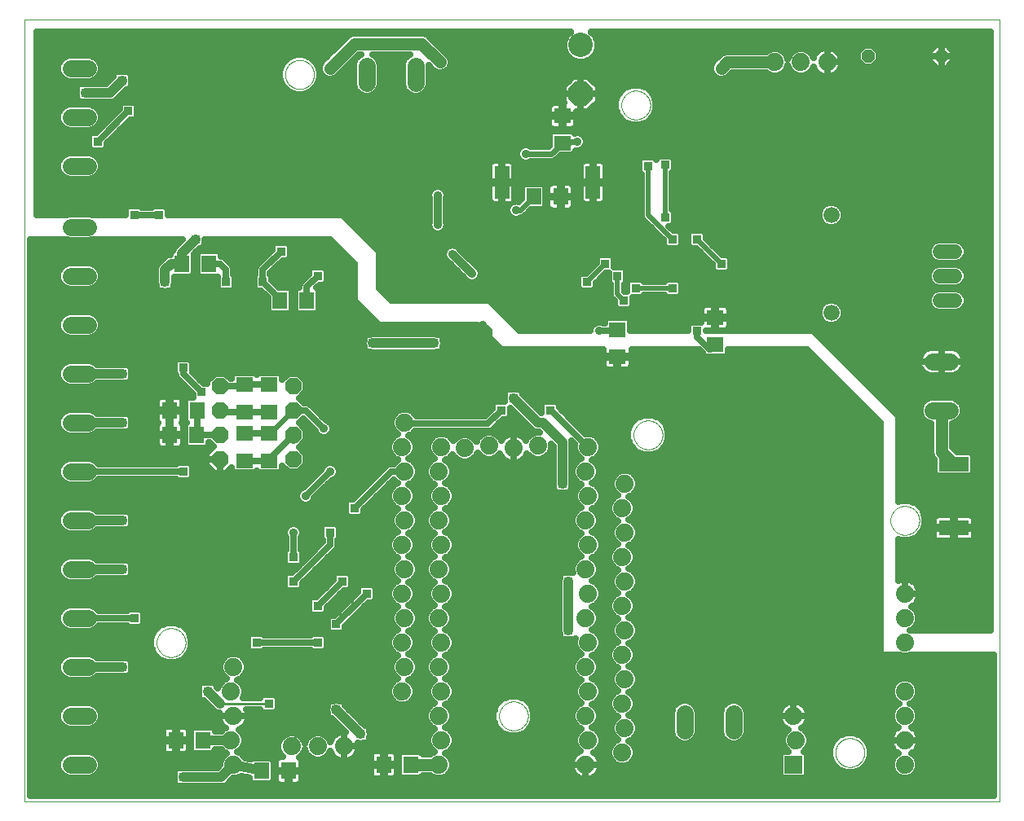
<source format=gbl>
G75*
%MOIN*%
%OFA0B0*%
%FSLAX25Y25*%
%IPPOS*%
%LPD*%
%AMOC8*
5,1,8,0,0,1.08239X$1,22.5*
%
%ADD10C,0.00000*%
%ADD11C,0.07050*%
%ADD12R,0.06299X0.07087*%
%ADD13R,0.07087X0.06299*%
%ADD14C,0.10000*%
%ADD15OC8,0.10000*%
%ADD16C,0.06600*%
%ADD17OC8,0.06800*%
%ADD18C,0.07400*%
%ADD19R,0.07400X0.07400*%
%ADD20C,0.06000*%
%ADD21R,0.07098X0.06299*%
%ADD22R,0.06299X0.07098*%
%ADD23R,0.06000X0.13386*%
%ADD24OC8,0.05200*%
%ADD25R,0.12400X0.06100*%
%ADD26C,0.04000*%
%ADD27R,0.03562X0.03562*%
%ADD28C,0.02500*%
%ADD29C,0.03562*%
%ADD30C,0.02400*%
%ADD31C,0.02600*%
%ADD32C,0.05000*%
%ADD33C,0.02000*%
%ADD34C,0.01000*%
%ADD35C,0.03200*%
D10*
X0005000Y0037627D02*
X0005000Y0357588D01*
X0403701Y0357588D01*
X0403701Y0037627D01*
X0005000Y0037627D01*
X0059094Y0102627D02*
X0059096Y0102780D01*
X0059102Y0102934D01*
X0059112Y0103087D01*
X0059126Y0103239D01*
X0059144Y0103392D01*
X0059166Y0103543D01*
X0059191Y0103694D01*
X0059221Y0103845D01*
X0059255Y0103995D01*
X0059292Y0104143D01*
X0059333Y0104291D01*
X0059378Y0104437D01*
X0059427Y0104583D01*
X0059480Y0104727D01*
X0059536Y0104869D01*
X0059596Y0105010D01*
X0059660Y0105150D01*
X0059727Y0105288D01*
X0059798Y0105424D01*
X0059873Y0105558D01*
X0059950Y0105690D01*
X0060032Y0105820D01*
X0060116Y0105948D01*
X0060204Y0106074D01*
X0060295Y0106197D01*
X0060389Y0106318D01*
X0060487Y0106436D01*
X0060587Y0106552D01*
X0060691Y0106665D01*
X0060797Y0106776D01*
X0060906Y0106884D01*
X0061018Y0106989D01*
X0061132Y0107090D01*
X0061250Y0107189D01*
X0061369Y0107285D01*
X0061491Y0107378D01*
X0061616Y0107467D01*
X0061743Y0107554D01*
X0061872Y0107636D01*
X0062003Y0107716D01*
X0062136Y0107792D01*
X0062271Y0107865D01*
X0062408Y0107934D01*
X0062547Y0107999D01*
X0062687Y0108061D01*
X0062829Y0108119D01*
X0062972Y0108174D01*
X0063117Y0108225D01*
X0063263Y0108272D01*
X0063410Y0108315D01*
X0063558Y0108354D01*
X0063707Y0108390D01*
X0063857Y0108421D01*
X0064008Y0108449D01*
X0064159Y0108473D01*
X0064312Y0108493D01*
X0064464Y0108509D01*
X0064617Y0108521D01*
X0064770Y0108529D01*
X0064923Y0108533D01*
X0065077Y0108533D01*
X0065230Y0108529D01*
X0065383Y0108521D01*
X0065536Y0108509D01*
X0065688Y0108493D01*
X0065841Y0108473D01*
X0065992Y0108449D01*
X0066143Y0108421D01*
X0066293Y0108390D01*
X0066442Y0108354D01*
X0066590Y0108315D01*
X0066737Y0108272D01*
X0066883Y0108225D01*
X0067028Y0108174D01*
X0067171Y0108119D01*
X0067313Y0108061D01*
X0067453Y0107999D01*
X0067592Y0107934D01*
X0067729Y0107865D01*
X0067864Y0107792D01*
X0067997Y0107716D01*
X0068128Y0107636D01*
X0068257Y0107554D01*
X0068384Y0107467D01*
X0068509Y0107378D01*
X0068631Y0107285D01*
X0068750Y0107189D01*
X0068868Y0107090D01*
X0068982Y0106989D01*
X0069094Y0106884D01*
X0069203Y0106776D01*
X0069309Y0106665D01*
X0069413Y0106552D01*
X0069513Y0106436D01*
X0069611Y0106318D01*
X0069705Y0106197D01*
X0069796Y0106074D01*
X0069884Y0105948D01*
X0069968Y0105820D01*
X0070050Y0105690D01*
X0070127Y0105558D01*
X0070202Y0105424D01*
X0070273Y0105288D01*
X0070340Y0105150D01*
X0070404Y0105010D01*
X0070464Y0104869D01*
X0070520Y0104727D01*
X0070573Y0104583D01*
X0070622Y0104437D01*
X0070667Y0104291D01*
X0070708Y0104143D01*
X0070745Y0103995D01*
X0070779Y0103845D01*
X0070809Y0103694D01*
X0070834Y0103543D01*
X0070856Y0103392D01*
X0070874Y0103239D01*
X0070888Y0103087D01*
X0070898Y0102934D01*
X0070904Y0102780D01*
X0070906Y0102627D01*
X0070904Y0102474D01*
X0070898Y0102320D01*
X0070888Y0102167D01*
X0070874Y0102015D01*
X0070856Y0101862D01*
X0070834Y0101711D01*
X0070809Y0101560D01*
X0070779Y0101409D01*
X0070745Y0101259D01*
X0070708Y0101111D01*
X0070667Y0100963D01*
X0070622Y0100817D01*
X0070573Y0100671D01*
X0070520Y0100527D01*
X0070464Y0100385D01*
X0070404Y0100244D01*
X0070340Y0100104D01*
X0070273Y0099966D01*
X0070202Y0099830D01*
X0070127Y0099696D01*
X0070050Y0099564D01*
X0069968Y0099434D01*
X0069884Y0099306D01*
X0069796Y0099180D01*
X0069705Y0099057D01*
X0069611Y0098936D01*
X0069513Y0098818D01*
X0069413Y0098702D01*
X0069309Y0098589D01*
X0069203Y0098478D01*
X0069094Y0098370D01*
X0068982Y0098265D01*
X0068868Y0098164D01*
X0068750Y0098065D01*
X0068631Y0097969D01*
X0068509Y0097876D01*
X0068384Y0097787D01*
X0068257Y0097700D01*
X0068128Y0097618D01*
X0067997Y0097538D01*
X0067864Y0097462D01*
X0067729Y0097389D01*
X0067592Y0097320D01*
X0067453Y0097255D01*
X0067313Y0097193D01*
X0067171Y0097135D01*
X0067028Y0097080D01*
X0066883Y0097029D01*
X0066737Y0096982D01*
X0066590Y0096939D01*
X0066442Y0096900D01*
X0066293Y0096864D01*
X0066143Y0096833D01*
X0065992Y0096805D01*
X0065841Y0096781D01*
X0065688Y0096761D01*
X0065536Y0096745D01*
X0065383Y0096733D01*
X0065230Y0096725D01*
X0065077Y0096721D01*
X0064923Y0096721D01*
X0064770Y0096725D01*
X0064617Y0096733D01*
X0064464Y0096745D01*
X0064312Y0096761D01*
X0064159Y0096781D01*
X0064008Y0096805D01*
X0063857Y0096833D01*
X0063707Y0096864D01*
X0063558Y0096900D01*
X0063410Y0096939D01*
X0063263Y0096982D01*
X0063117Y0097029D01*
X0062972Y0097080D01*
X0062829Y0097135D01*
X0062687Y0097193D01*
X0062547Y0097255D01*
X0062408Y0097320D01*
X0062271Y0097389D01*
X0062136Y0097462D01*
X0062003Y0097538D01*
X0061872Y0097618D01*
X0061743Y0097700D01*
X0061616Y0097787D01*
X0061491Y0097876D01*
X0061369Y0097969D01*
X0061250Y0098065D01*
X0061132Y0098164D01*
X0061018Y0098265D01*
X0060906Y0098370D01*
X0060797Y0098478D01*
X0060691Y0098589D01*
X0060587Y0098702D01*
X0060487Y0098818D01*
X0060389Y0098936D01*
X0060295Y0099057D01*
X0060204Y0099180D01*
X0060116Y0099306D01*
X0060032Y0099434D01*
X0059950Y0099564D01*
X0059873Y0099696D01*
X0059798Y0099830D01*
X0059727Y0099966D01*
X0059660Y0100104D01*
X0059596Y0100244D01*
X0059536Y0100385D01*
X0059480Y0100527D01*
X0059427Y0100671D01*
X0059378Y0100817D01*
X0059333Y0100963D01*
X0059292Y0101111D01*
X0059255Y0101259D01*
X0059221Y0101409D01*
X0059191Y0101560D01*
X0059166Y0101711D01*
X0059144Y0101862D01*
X0059126Y0102015D01*
X0059112Y0102167D01*
X0059102Y0102320D01*
X0059096Y0102474D01*
X0059094Y0102627D01*
X0199094Y0072627D02*
X0199096Y0072780D01*
X0199102Y0072934D01*
X0199112Y0073087D01*
X0199126Y0073239D01*
X0199144Y0073392D01*
X0199166Y0073543D01*
X0199191Y0073694D01*
X0199221Y0073845D01*
X0199255Y0073995D01*
X0199292Y0074143D01*
X0199333Y0074291D01*
X0199378Y0074437D01*
X0199427Y0074583D01*
X0199480Y0074727D01*
X0199536Y0074869D01*
X0199596Y0075010D01*
X0199660Y0075150D01*
X0199727Y0075288D01*
X0199798Y0075424D01*
X0199873Y0075558D01*
X0199950Y0075690D01*
X0200032Y0075820D01*
X0200116Y0075948D01*
X0200204Y0076074D01*
X0200295Y0076197D01*
X0200389Y0076318D01*
X0200487Y0076436D01*
X0200587Y0076552D01*
X0200691Y0076665D01*
X0200797Y0076776D01*
X0200906Y0076884D01*
X0201018Y0076989D01*
X0201132Y0077090D01*
X0201250Y0077189D01*
X0201369Y0077285D01*
X0201491Y0077378D01*
X0201616Y0077467D01*
X0201743Y0077554D01*
X0201872Y0077636D01*
X0202003Y0077716D01*
X0202136Y0077792D01*
X0202271Y0077865D01*
X0202408Y0077934D01*
X0202547Y0077999D01*
X0202687Y0078061D01*
X0202829Y0078119D01*
X0202972Y0078174D01*
X0203117Y0078225D01*
X0203263Y0078272D01*
X0203410Y0078315D01*
X0203558Y0078354D01*
X0203707Y0078390D01*
X0203857Y0078421D01*
X0204008Y0078449D01*
X0204159Y0078473D01*
X0204312Y0078493D01*
X0204464Y0078509D01*
X0204617Y0078521D01*
X0204770Y0078529D01*
X0204923Y0078533D01*
X0205077Y0078533D01*
X0205230Y0078529D01*
X0205383Y0078521D01*
X0205536Y0078509D01*
X0205688Y0078493D01*
X0205841Y0078473D01*
X0205992Y0078449D01*
X0206143Y0078421D01*
X0206293Y0078390D01*
X0206442Y0078354D01*
X0206590Y0078315D01*
X0206737Y0078272D01*
X0206883Y0078225D01*
X0207028Y0078174D01*
X0207171Y0078119D01*
X0207313Y0078061D01*
X0207453Y0077999D01*
X0207592Y0077934D01*
X0207729Y0077865D01*
X0207864Y0077792D01*
X0207997Y0077716D01*
X0208128Y0077636D01*
X0208257Y0077554D01*
X0208384Y0077467D01*
X0208509Y0077378D01*
X0208631Y0077285D01*
X0208750Y0077189D01*
X0208868Y0077090D01*
X0208982Y0076989D01*
X0209094Y0076884D01*
X0209203Y0076776D01*
X0209309Y0076665D01*
X0209413Y0076552D01*
X0209513Y0076436D01*
X0209611Y0076318D01*
X0209705Y0076197D01*
X0209796Y0076074D01*
X0209884Y0075948D01*
X0209968Y0075820D01*
X0210050Y0075690D01*
X0210127Y0075558D01*
X0210202Y0075424D01*
X0210273Y0075288D01*
X0210340Y0075150D01*
X0210404Y0075010D01*
X0210464Y0074869D01*
X0210520Y0074727D01*
X0210573Y0074583D01*
X0210622Y0074437D01*
X0210667Y0074291D01*
X0210708Y0074143D01*
X0210745Y0073995D01*
X0210779Y0073845D01*
X0210809Y0073694D01*
X0210834Y0073543D01*
X0210856Y0073392D01*
X0210874Y0073239D01*
X0210888Y0073087D01*
X0210898Y0072934D01*
X0210904Y0072780D01*
X0210906Y0072627D01*
X0210904Y0072474D01*
X0210898Y0072320D01*
X0210888Y0072167D01*
X0210874Y0072015D01*
X0210856Y0071862D01*
X0210834Y0071711D01*
X0210809Y0071560D01*
X0210779Y0071409D01*
X0210745Y0071259D01*
X0210708Y0071111D01*
X0210667Y0070963D01*
X0210622Y0070817D01*
X0210573Y0070671D01*
X0210520Y0070527D01*
X0210464Y0070385D01*
X0210404Y0070244D01*
X0210340Y0070104D01*
X0210273Y0069966D01*
X0210202Y0069830D01*
X0210127Y0069696D01*
X0210050Y0069564D01*
X0209968Y0069434D01*
X0209884Y0069306D01*
X0209796Y0069180D01*
X0209705Y0069057D01*
X0209611Y0068936D01*
X0209513Y0068818D01*
X0209413Y0068702D01*
X0209309Y0068589D01*
X0209203Y0068478D01*
X0209094Y0068370D01*
X0208982Y0068265D01*
X0208868Y0068164D01*
X0208750Y0068065D01*
X0208631Y0067969D01*
X0208509Y0067876D01*
X0208384Y0067787D01*
X0208257Y0067700D01*
X0208128Y0067618D01*
X0207997Y0067538D01*
X0207864Y0067462D01*
X0207729Y0067389D01*
X0207592Y0067320D01*
X0207453Y0067255D01*
X0207313Y0067193D01*
X0207171Y0067135D01*
X0207028Y0067080D01*
X0206883Y0067029D01*
X0206737Y0066982D01*
X0206590Y0066939D01*
X0206442Y0066900D01*
X0206293Y0066864D01*
X0206143Y0066833D01*
X0205992Y0066805D01*
X0205841Y0066781D01*
X0205688Y0066761D01*
X0205536Y0066745D01*
X0205383Y0066733D01*
X0205230Y0066725D01*
X0205077Y0066721D01*
X0204923Y0066721D01*
X0204770Y0066725D01*
X0204617Y0066733D01*
X0204464Y0066745D01*
X0204312Y0066761D01*
X0204159Y0066781D01*
X0204008Y0066805D01*
X0203857Y0066833D01*
X0203707Y0066864D01*
X0203558Y0066900D01*
X0203410Y0066939D01*
X0203263Y0066982D01*
X0203117Y0067029D01*
X0202972Y0067080D01*
X0202829Y0067135D01*
X0202687Y0067193D01*
X0202547Y0067255D01*
X0202408Y0067320D01*
X0202271Y0067389D01*
X0202136Y0067462D01*
X0202003Y0067538D01*
X0201872Y0067618D01*
X0201743Y0067700D01*
X0201616Y0067787D01*
X0201491Y0067876D01*
X0201369Y0067969D01*
X0201250Y0068065D01*
X0201132Y0068164D01*
X0201018Y0068265D01*
X0200906Y0068370D01*
X0200797Y0068478D01*
X0200691Y0068589D01*
X0200587Y0068702D01*
X0200487Y0068818D01*
X0200389Y0068936D01*
X0200295Y0069057D01*
X0200204Y0069180D01*
X0200116Y0069306D01*
X0200032Y0069434D01*
X0199950Y0069564D01*
X0199873Y0069696D01*
X0199798Y0069830D01*
X0199727Y0069966D01*
X0199660Y0070104D01*
X0199596Y0070244D01*
X0199536Y0070385D01*
X0199480Y0070527D01*
X0199427Y0070671D01*
X0199378Y0070817D01*
X0199333Y0070963D01*
X0199292Y0071111D01*
X0199255Y0071259D01*
X0199221Y0071409D01*
X0199191Y0071560D01*
X0199166Y0071711D01*
X0199144Y0071862D01*
X0199126Y0072015D01*
X0199112Y0072167D01*
X0199102Y0072320D01*
X0199096Y0072474D01*
X0199094Y0072627D01*
X0254094Y0187627D02*
X0254096Y0187780D01*
X0254102Y0187934D01*
X0254112Y0188087D01*
X0254126Y0188239D01*
X0254144Y0188392D01*
X0254166Y0188543D01*
X0254191Y0188694D01*
X0254221Y0188845D01*
X0254255Y0188995D01*
X0254292Y0189143D01*
X0254333Y0189291D01*
X0254378Y0189437D01*
X0254427Y0189583D01*
X0254480Y0189727D01*
X0254536Y0189869D01*
X0254596Y0190010D01*
X0254660Y0190150D01*
X0254727Y0190288D01*
X0254798Y0190424D01*
X0254873Y0190558D01*
X0254950Y0190690D01*
X0255032Y0190820D01*
X0255116Y0190948D01*
X0255204Y0191074D01*
X0255295Y0191197D01*
X0255389Y0191318D01*
X0255487Y0191436D01*
X0255587Y0191552D01*
X0255691Y0191665D01*
X0255797Y0191776D01*
X0255906Y0191884D01*
X0256018Y0191989D01*
X0256132Y0192090D01*
X0256250Y0192189D01*
X0256369Y0192285D01*
X0256491Y0192378D01*
X0256616Y0192467D01*
X0256743Y0192554D01*
X0256872Y0192636D01*
X0257003Y0192716D01*
X0257136Y0192792D01*
X0257271Y0192865D01*
X0257408Y0192934D01*
X0257547Y0192999D01*
X0257687Y0193061D01*
X0257829Y0193119D01*
X0257972Y0193174D01*
X0258117Y0193225D01*
X0258263Y0193272D01*
X0258410Y0193315D01*
X0258558Y0193354D01*
X0258707Y0193390D01*
X0258857Y0193421D01*
X0259008Y0193449D01*
X0259159Y0193473D01*
X0259312Y0193493D01*
X0259464Y0193509D01*
X0259617Y0193521D01*
X0259770Y0193529D01*
X0259923Y0193533D01*
X0260077Y0193533D01*
X0260230Y0193529D01*
X0260383Y0193521D01*
X0260536Y0193509D01*
X0260688Y0193493D01*
X0260841Y0193473D01*
X0260992Y0193449D01*
X0261143Y0193421D01*
X0261293Y0193390D01*
X0261442Y0193354D01*
X0261590Y0193315D01*
X0261737Y0193272D01*
X0261883Y0193225D01*
X0262028Y0193174D01*
X0262171Y0193119D01*
X0262313Y0193061D01*
X0262453Y0192999D01*
X0262592Y0192934D01*
X0262729Y0192865D01*
X0262864Y0192792D01*
X0262997Y0192716D01*
X0263128Y0192636D01*
X0263257Y0192554D01*
X0263384Y0192467D01*
X0263509Y0192378D01*
X0263631Y0192285D01*
X0263750Y0192189D01*
X0263868Y0192090D01*
X0263982Y0191989D01*
X0264094Y0191884D01*
X0264203Y0191776D01*
X0264309Y0191665D01*
X0264413Y0191552D01*
X0264513Y0191436D01*
X0264611Y0191318D01*
X0264705Y0191197D01*
X0264796Y0191074D01*
X0264884Y0190948D01*
X0264968Y0190820D01*
X0265050Y0190690D01*
X0265127Y0190558D01*
X0265202Y0190424D01*
X0265273Y0190288D01*
X0265340Y0190150D01*
X0265404Y0190010D01*
X0265464Y0189869D01*
X0265520Y0189727D01*
X0265573Y0189583D01*
X0265622Y0189437D01*
X0265667Y0189291D01*
X0265708Y0189143D01*
X0265745Y0188995D01*
X0265779Y0188845D01*
X0265809Y0188694D01*
X0265834Y0188543D01*
X0265856Y0188392D01*
X0265874Y0188239D01*
X0265888Y0188087D01*
X0265898Y0187934D01*
X0265904Y0187780D01*
X0265906Y0187627D01*
X0265904Y0187474D01*
X0265898Y0187320D01*
X0265888Y0187167D01*
X0265874Y0187015D01*
X0265856Y0186862D01*
X0265834Y0186711D01*
X0265809Y0186560D01*
X0265779Y0186409D01*
X0265745Y0186259D01*
X0265708Y0186111D01*
X0265667Y0185963D01*
X0265622Y0185817D01*
X0265573Y0185671D01*
X0265520Y0185527D01*
X0265464Y0185385D01*
X0265404Y0185244D01*
X0265340Y0185104D01*
X0265273Y0184966D01*
X0265202Y0184830D01*
X0265127Y0184696D01*
X0265050Y0184564D01*
X0264968Y0184434D01*
X0264884Y0184306D01*
X0264796Y0184180D01*
X0264705Y0184057D01*
X0264611Y0183936D01*
X0264513Y0183818D01*
X0264413Y0183702D01*
X0264309Y0183589D01*
X0264203Y0183478D01*
X0264094Y0183370D01*
X0263982Y0183265D01*
X0263868Y0183164D01*
X0263750Y0183065D01*
X0263631Y0182969D01*
X0263509Y0182876D01*
X0263384Y0182787D01*
X0263257Y0182700D01*
X0263128Y0182618D01*
X0262997Y0182538D01*
X0262864Y0182462D01*
X0262729Y0182389D01*
X0262592Y0182320D01*
X0262453Y0182255D01*
X0262313Y0182193D01*
X0262171Y0182135D01*
X0262028Y0182080D01*
X0261883Y0182029D01*
X0261737Y0181982D01*
X0261590Y0181939D01*
X0261442Y0181900D01*
X0261293Y0181864D01*
X0261143Y0181833D01*
X0260992Y0181805D01*
X0260841Y0181781D01*
X0260688Y0181761D01*
X0260536Y0181745D01*
X0260383Y0181733D01*
X0260230Y0181725D01*
X0260077Y0181721D01*
X0259923Y0181721D01*
X0259770Y0181725D01*
X0259617Y0181733D01*
X0259464Y0181745D01*
X0259312Y0181761D01*
X0259159Y0181781D01*
X0259008Y0181805D01*
X0258857Y0181833D01*
X0258707Y0181864D01*
X0258558Y0181900D01*
X0258410Y0181939D01*
X0258263Y0181982D01*
X0258117Y0182029D01*
X0257972Y0182080D01*
X0257829Y0182135D01*
X0257687Y0182193D01*
X0257547Y0182255D01*
X0257408Y0182320D01*
X0257271Y0182389D01*
X0257136Y0182462D01*
X0257003Y0182538D01*
X0256872Y0182618D01*
X0256743Y0182700D01*
X0256616Y0182787D01*
X0256491Y0182876D01*
X0256369Y0182969D01*
X0256250Y0183065D01*
X0256132Y0183164D01*
X0256018Y0183265D01*
X0255906Y0183370D01*
X0255797Y0183478D01*
X0255691Y0183589D01*
X0255587Y0183702D01*
X0255487Y0183818D01*
X0255389Y0183936D01*
X0255295Y0184057D01*
X0255204Y0184180D01*
X0255116Y0184306D01*
X0255032Y0184434D01*
X0254950Y0184564D01*
X0254873Y0184696D01*
X0254798Y0184830D01*
X0254727Y0184966D01*
X0254660Y0185104D01*
X0254596Y0185244D01*
X0254536Y0185385D01*
X0254480Y0185527D01*
X0254427Y0185671D01*
X0254378Y0185817D01*
X0254333Y0185963D01*
X0254292Y0186111D01*
X0254255Y0186259D01*
X0254221Y0186409D01*
X0254191Y0186560D01*
X0254166Y0186711D01*
X0254144Y0186862D01*
X0254126Y0187015D01*
X0254112Y0187167D01*
X0254102Y0187320D01*
X0254096Y0187474D01*
X0254094Y0187627D01*
X0359094Y0152627D02*
X0359096Y0152780D01*
X0359102Y0152934D01*
X0359112Y0153087D01*
X0359126Y0153239D01*
X0359144Y0153392D01*
X0359166Y0153543D01*
X0359191Y0153694D01*
X0359221Y0153845D01*
X0359255Y0153995D01*
X0359292Y0154143D01*
X0359333Y0154291D01*
X0359378Y0154437D01*
X0359427Y0154583D01*
X0359480Y0154727D01*
X0359536Y0154869D01*
X0359596Y0155010D01*
X0359660Y0155150D01*
X0359727Y0155288D01*
X0359798Y0155424D01*
X0359873Y0155558D01*
X0359950Y0155690D01*
X0360032Y0155820D01*
X0360116Y0155948D01*
X0360204Y0156074D01*
X0360295Y0156197D01*
X0360389Y0156318D01*
X0360487Y0156436D01*
X0360587Y0156552D01*
X0360691Y0156665D01*
X0360797Y0156776D01*
X0360906Y0156884D01*
X0361018Y0156989D01*
X0361132Y0157090D01*
X0361250Y0157189D01*
X0361369Y0157285D01*
X0361491Y0157378D01*
X0361616Y0157467D01*
X0361743Y0157554D01*
X0361872Y0157636D01*
X0362003Y0157716D01*
X0362136Y0157792D01*
X0362271Y0157865D01*
X0362408Y0157934D01*
X0362547Y0157999D01*
X0362687Y0158061D01*
X0362829Y0158119D01*
X0362972Y0158174D01*
X0363117Y0158225D01*
X0363263Y0158272D01*
X0363410Y0158315D01*
X0363558Y0158354D01*
X0363707Y0158390D01*
X0363857Y0158421D01*
X0364008Y0158449D01*
X0364159Y0158473D01*
X0364312Y0158493D01*
X0364464Y0158509D01*
X0364617Y0158521D01*
X0364770Y0158529D01*
X0364923Y0158533D01*
X0365077Y0158533D01*
X0365230Y0158529D01*
X0365383Y0158521D01*
X0365536Y0158509D01*
X0365688Y0158493D01*
X0365841Y0158473D01*
X0365992Y0158449D01*
X0366143Y0158421D01*
X0366293Y0158390D01*
X0366442Y0158354D01*
X0366590Y0158315D01*
X0366737Y0158272D01*
X0366883Y0158225D01*
X0367028Y0158174D01*
X0367171Y0158119D01*
X0367313Y0158061D01*
X0367453Y0157999D01*
X0367592Y0157934D01*
X0367729Y0157865D01*
X0367864Y0157792D01*
X0367997Y0157716D01*
X0368128Y0157636D01*
X0368257Y0157554D01*
X0368384Y0157467D01*
X0368509Y0157378D01*
X0368631Y0157285D01*
X0368750Y0157189D01*
X0368868Y0157090D01*
X0368982Y0156989D01*
X0369094Y0156884D01*
X0369203Y0156776D01*
X0369309Y0156665D01*
X0369413Y0156552D01*
X0369513Y0156436D01*
X0369611Y0156318D01*
X0369705Y0156197D01*
X0369796Y0156074D01*
X0369884Y0155948D01*
X0369968Y0155820D01*
X0370050Y0155690D01*
X0370127Y0155558D01*
X0370202Y0155424D01*
X0370273Y0155288D01*
X0370340Y0155150D01*
X0370404Y0155010D01*
X0370464Y0154869D01*
X0370520Y0154727D01*
X0370573Y0154583D01*
X0370622Y0154437D01*
X0370667Y0154291D01*
X0370708Y0154143D01*
X0370745Y0153995D01*
X0370779Y0153845D01*
X0370809Y0153694D01*
X0370834Y0153543D01*
X0370856Y0153392D01*
X0370874Y0153239D01*
X0370888Y0153087D01*
X0370898Y0152934D01*
X0370904Y0152780D01*
X0370906Y0152627D01*
X0370904Y0152474D01*
X0370898Y0152320D01*
X0370888Y0152167D01*
X0370874Y0152015D01*
X0370856Y0151862D01*
X0370834Y0151711D01*
X0370809Y0151560D01*
X0370779Y0151409D01*
X0370745Y0151259D01*
X0370708Y0151111D01*
X0370667Y0150963D01*
X0370622Y0150817D01*
X0370573Y0150671D01*
X0370520Y0150527D01*
X0370464Y0150385D01*
X0370404Y0150244D01*
X0370340Y0150104D01*
X0370273Y0149966D01*
X0370202Y0149830D01*
X0370127Y0149696D01*
X0370050Y0149564D01*
X0369968Y0149434D01*
X0369884Y0149306D01*
X0369796Y0149180D01*
X0369705Y0149057D01*
X0369611Y0148936D01*
X0369513Y0148818D01*
X0369413Y0148702D01*
X0369309Y0148589D01*
X0369203Y0148478D01*
X0369094Y0148370D01*
X0368982Y0148265D01*
X0368868Y0148164D01*
X0368750Y0148065D01*
X0368631Y0147969D01*
X0368509Y0147876D01*
X0368384Y0147787D01*
X0368257Y0147700D01*
X0368128Y0147618D01*
X0367997Y0147538D01*
X0367864Y0147462D01*
X0367729Y0147389D01*
X0367592Y0147320D01*
X0367453Y0147255D01*
X0367313Y0147193D01*
X0367171Y0147135D01*
X0367028Y0147080D01*
X0366883Y0147029D01*
X0366737Y0146982D01*
X0366590Y0146939D01*
X0366442Y0146900D01*
X0366293Y0146864D01*
X0366143Y0146833D01*
X0365992Y0146805D01*
X0365841Y0146781D01*
X0365688Y0146761D01*
X0365536Y0146745D01*
X0365383Y0146733D01*
X0365230Y0146725D01*
X0365077Y0146721D01*
X0364923Y0146721D01*
X0364770Y0146725D01*
X0364617Y0146733D01*
X0364464Y0146745D01*
X0364312Y0146761D01*
X0364159Y0146781D01*
X0364008Y0146805D01*
X0363857Y0146833D01*
X0363707Y0146864D01*
X0363558Y0146900D01*
X0363410Y0146939D01*
X0363263Y0146982D01*
X0363117Y0147029D01*
X0362972Y0147080D01*
X0362829Y0147135D01*
X0362687Y0147193D01*
X0362547Y0147255D01*
X0362408Y0147320D01*
X0362271Y0147389D01*
X0362136Y0147462D01*
X0362003Y0147538D01*
X0361872Y0147618D01*
X0361743Y0147700D01*
X0361616Y0147787D01*
X0361491Y0147876D01*
X0361369Y0147969D01*
X0361250Y0148065D01*
X0361132Y0148164D01*
X0361018Y0148265D01*
X0360906Y0148370D01*
X0360797Y0148478D01*
X0360691Y0148589D01*
X0360587Y0148702D01*
X0360487Y0148818D01*
X0360389Y0148936D01*
X0360295Y0149057D01*
X0360204Y0149180D01*
X0360116Y0149306D01*
X0360032Y0149434D01*
X0359950Y0149564D01*
X0359873Y0149696D01*
X0359798Y0149830D01*
X0359727Y0149966D01*
X0359660Y0150104D01*
X0359596Y0150244D01*
X0359536Y0150385D01*
X0359480Y0150527D01*
X0359427Y0150671D01*
X0359378Y0150817D01*
X0359333Y0150963D01*
X0359292Y0151111D01*
X0359255Y0151259D01*
X0359221Y0151409D01*
X0359191Y0151560D01*
X0359166Y0151711D01*
X0359144Y0151862D01*
X0359126Y0152015D01*
X0359112Y0152167D01*
X0359102Y0152320D01*
X0359096Y0152474D01*
X0359094Y0152627D01*
X0336594Y0057627D02*
X0336596Y0057780D01*
X0336602Y0057934D01*
X0336612Y0058087D01*
X0336626Y0058239D01*
X0336644Y0058392D01*
X0336666Y0058543D01*
X0336691Y0058694D01*
X0336721Y0058845D01*
X0336755Y0058995D01*
X0336792Y0059143D01*
X0336833Y0059291D01*
X0336878Y0059437D01*
X0336927Y0059583D01*
X0336980Y0059727D01*
X0337036Y0059869D01*
X0337096Y0060010D01*
X0337160Y0060150D01*
X0337227Y0060288D01*
X0337298Y0060424D01*
X0337373Y0060558D01*
X0337450Y0060690D01*
X0337532Y0060820D01*
X0337616Y0060948D01*
X0337704Y0061074D01*
X0337795Y0061197D01*
X0337889Y0061318D01*
X0337987Y0061436D01*
X0338087Y0061552D01*
X0338191Y0061665D01*
X0338297Y0061776D01*
X0338406Y0061884D01*
X0338518Y0061989D01*
X0338632Y0062090D01*
X0338750Y0062189D01*
X0338869Y0062285D01*
X0338991Y0062378D01*
X0339116Y0062467D01*
X0339243Y0062554D01*
X0339372Y0062636D01*
X0339503Y0062716D01*
X0339636Y0062792D01*
X0339771Y0062865D01*
X0339908Y0062934D01*
X0340047Y0062999D01*
X0340187Y0063061D01*
X0340329Y0063119D01*
X0340472Y0063174D01*
X0340617Y0063225D01*
X0340763Y0063272D01*
X0340910Y0063315D01*
X0341058Y0063354D01*
X0341207Y0063390D01*
X0341357Y0063421D01*
X0341508Y0063449D01*
X0341659Y0063473D01*
X0341812Y0063493D01*
X0341964Y0063509D01*
X0342117Y0063521D01*
X0342270Y0063529D01*
X0342423Y0063533D01*
X0342577Y0063533D01*
X0342730Y0063529D01*
X0342883Y0063521D01*
X0343036Y0063509D01*
X0343188Y0063493D01*
X0343341Y0063473D01*
X0343492Y0063449D01*
X0343643Y0063421D01*
X0343793Y0063390D01*
X0343942Y0063354D01*
X0344090Y0063315D01*
X0344237Y0063272D01*
X0344383Y0063225D01*
X0344528Y0063174D01*
X0344671Y0063119D01*
X0344813Y0063061D01*
X0344953Y0062999D01*
X0345092Y0062934D01*
X0345229Y0062865D01*
X0345364Y0062792D01*
X0345497Y0062716D01*
X0345628Y0062636D01*
X0345757Y0062554D01*
X0345884Y0062467D01*
X0346009Y0062378D01*
X0346131Y0062285D01*
X0346250Y0062189D01*
X0346368Y0062090D01*
X0346482Y0061989D01*
X0346594Y0061884D01*
X0346703Y0061776D01*
X0346809Y0061665D01*
X0346913Y0061552D01*
X0347013Y0061436D01*
X0347111Y0061318D01*
X0347205Y0061197D01*
X0347296Y0061074D01*
X0347384Y0060948D01*
X0347468Y0060820D01*
X0347550Y0060690D01*
X0347627Y0060558D01*
X0347702Y0060424D01*
X0347773Y0060288D01*
X0347840Y0060150D01*
X0347904Y0060010D01*
X0347964Y0059869D01*
X0348020Y0059727D01*
X0348073Y0059583D01*
X0348122Y0059437D01*
X0348167Y0059291D01*
X0348208Y0059143D01*
X0348245Y0058995D01*
X0348279Y0058845D01*
X0348309Y0058694D01*
X0348334Y0058543D01*
X0348356Y0058392D01*
X0348374Y0058239D01*
X0348388Y0058087D01*
X0348398Y0057934D01*
X0348404Y0057780D01*
X0348406Y0057627D01*
X0348404Y0057474D01*
X0348398Y0057320D01*
X0348388Y0057167D01*
X0348374Y0057015D01*
X0348356Y0056862D01*
X0348334Y0056711D01*
X0348309Y0056560D01*
X0348279Y0056409D01*
X0348245Y0056259D01*
X0348208Y0056111D01*
X0348167Y0055963D01*
X0348122Y0055817D01*
X0348073Y0055671D01*
X0348020Y0055527D01*
X0347964Y0055385D01*
X0347904Y0055244D01*
X0347840Y0055104D01*
X0347773Y0054966D01*
X0347702Y0054830D01*
X0347627Y0054696D01*
X0347550Y0054564D01*
X0347468Y0054434D01*
X0347384Y0054306D01*
X0347296Y0054180D01*
X0347205Y0054057D01*
X0347111Y0053936D01*
X0347013Y0053818D01*
X0346913Y0053702D01*
X0346809Y0053589D01*
X0346703Y0053478D01*
X0346594Y0053370D01*
X0346482Y0053265D01*
X0346368Y0053164D01*
X0346250Y0053065D01*
X0346131Y0052969D01*
X0346009Y0052876D01*
X0345884Y0052787D01*
X0345757Y0052700D01*
X0345628Y0052618D01*
X0345497Y0052538D01*
X0345364Y0052462D01*
X0345229Y0052389D01*
X0345092Y0052320D01*
X0344953Y0052255D01*
X0344813Y0052193D01*
X0344671Y0052135D01*
X0344528Y0052080D01*
X0344383Y0052029D01*
X0344237Y0051982D01*
X0344090Y0051939D01*
X0343942Y0051900D01*
X0343793Y0051864D01*
X0343643Y0051833D01*
X0343492Y0051805D01*
X0343341Y0051781D01*
X0343188Y0051761D01*
X0343036Y0051745D01*
X0342883Y0051733D01*
X0342730Y0051725D01*
X0342577Y0051721D01*
X0342423Y0051721D01*
X0342270Y0051725D01*
X0342117Y0051733D01*
X0341964Y0051745D01*
X0341812Y0051761D01*
X0341659Y0051781D01*
X0341508Y0051805D01*
X0341357Y0051833D01*
X0341207Y0051864D01*
X0341058Y0051900D01*
X0340910Y0051939D01*
X0340763Y0051982D01*
X0340617Y0052029D01*
X0340472Y0052080D01*
X0340329Y0052135D01*
X0340187Y0052193D01*
X0340047Y0052255D01*
X0339908Y0052320D01*
X0339771Y0052389D01*
X0339636Y0052462D01*
X0339503Y0052538D01*
X0339372Y0052618D01*
X0339243Y0052700D01*
X0339116Y0052787D01*
X0338991Y0052876D01*
X0338869Y0052969D01*
X0338750Y0053065D01*
X0338632Y0053164D01*
X0338518Y0053265D01*
X0338406Y0053370D01*
X0338297Y0053478D01*
X0338191Y0053589D01*
X0338087Y0053702D01*
X0337987Y0053818D01*
X0337889Y0053936D01*
X0337795Y0054057D01*
X0337704Y0054180D01*
X0337616Y0054306D01*
X0337532Y0054434D01*
X0337450Y0054564D01*
X0337373Y0054696D01*
X0337298Y0054830D01*
X0337227Y0054966D01*
X0337160Y0055104D01*
X0337096Y0055244D01*
X0337036Y0055385D01*
X0336980Y0055527D01*
X0336927Y0055671D01*
X0336878Y0055817D01*
X0336833Y0055963D01*
X0336792Y0056111D01*
X0336755Y0056259D01*
X0336721Y0056409D01*
X0336691Y0056560D01*
X0336666Y0056711D01*
X0336644Y0056862D01*
X0336626Y0057015D01*
X0336612Y0057167D01*
X0336602Y0057320D01*
X0336596Y0057474D01*
X0336594Y0057627D01*
X0249094Y0322627D02*
X0249096Y0322780D01*
X0249102Y0322934D01*
X0249112Y0323087D01*
X0249126Y0323239D01*
X0249144Y0323392D01*
X0249166Y0323543D01*
X0249191Y0323694D01*
X0249221Y0323845D01*
X0249255Y0323995D01*
X0249292Y0324143D01*
X0249333Y0324291D01*
X0249378Y0324437D01*
X0249427Y0324583D01*
X0249480Y0324727D01*
X0249536Y0324869D01*
X0249596Y0325010D01*
X0249660Y0325150D01*
X0249727Y0325288D01*
X0249798Y0325424D01*
X0249873Y0325558D01*
X0249950Y0325690D01*
X0250032Y0325820D01*
X0250116Y0325948D01*
X0250204Y0326074D01*
X0250295Y0326197D01*
X0250389Y0326318D01*
X0250487Y0326436D01*
X0250587Y0326552D01*
X0250691Y0326665D01*
X0250797Y0326776D01*
X0250906Y0326884D01*
X0251018Y0326989D01*
X0251132Y0327090D01*
X0251250Y0327189D01*
X0251369Y0327285D01*
X0251491Y0327378D01*
X0251616Y0327467D01*
X0251743Y0327554D01*
X0251872Y0327636D01*
X0252003Y0327716D01*
X0252136Y0327792D01*
X0252271Y0327865D01*
X0252408Y0327934D01*
X0252547Y0327999D01*
X0252687Y0328061D01*
X0252829Y0328119D01*
X0252972Y0328174D01*
X0253117Y0328225D01*
X0253263Y0328272D01*
X0253410Y0328315D01*
X0253558Y0328354D01*
X0253707Y0328390D01*
X0253857Y0328421D01*
X0254008Y0328449D01*
X0254159Y0328473D01*
X0254312Y0328493D01*
X0254464Y0328509D01*
X0254617Y0328521D01*
X0254770Y0328529D01*
X0254923Y0328533D01*
X0255077Y0328533D01*
X0255230Y0328529D01*
X0255383Y0328521D01*
X0255536Y0328509D01*
X0255688Y0328493D01*
X0255841Y0328473D01*
X0255992Y0328449D01*
X0256143Y0328421D01*
X0256293Y0328390D01*
X0256442Y0328354D01*
X0256590Y0328315D01*
X0256737Y0328272D01*
X0256883Y0328225D01*
X0257028Y0328174D01*
X0257171Y0328119D01*
X0257313Y0328061D01*
X0257453Y0327999D01*
X0257592Y0327934D01*
X0257729Y0327865D01*
X0257864Y0327792D01*
X0257997Y0327716D01*
X0258128Y0327636D01*
X0258257Y0327554D01*
X0258384Y0327467D01*
X0258509Y0327378D01*
X0258631Y0327285D01*
X0258750Y0327189D01*
X0258868Y0327090D01*
X0258982Y0326989D01*
X0259094Y0326884D01*
X0259203Y0326776D01*
X0259309Y0326665D01*
X0259413Y0326552D01*
X0259513Y0326436D01*
X0259611Y0326318D01*
X0259705Y0326197D01*
X0259796Y0326074D01*
X0259884Y0325948D01*
X0259968Y0325820D01*
X0260050Y0325690D01*
X0260127Y0325558D01*
X0260202Y0325424D01*
X0260273Y0325288D01*
X0260340Y0325150D01*
X0260404Y0325010D01*
X0260464Y0324869D01*
X0260520Y0324727D01*
X0260573Y0324583D01*
X0260622Y0324437D01*
X0260667Y0324291D01*
X0260708Y0324143D01*
X0260745Y0323995D01*
X0260779Y0323845D01*
X0260809Y0323694D01*
X0260834Y0323543D01*
X0260856Y0323392D01*
X0260874Y0323239D01*
X0260888Y0323087D01*
X0260898Y0322934D01*
X0260904Y0322780D01*
X0260906Y0322627D01*
X0260904Y0322474D01*
X0260898Y0322320D01*
X0260888Y0322167D01*
X0260874Y0322015D01*
X0260856Y0321862D01*
X0260834Y0321711D01*
X0260809Y0321560D01*
X0260779Y0321409D01*
X0260745Y0321259D01*
X0260708Y0321111D01*
X0260667Y0320963D01*
X0260622Y0320817D01*
X0260573Y0320671D01*
X0260520Y0320527D01*
X0260464Y0320385D01*
X0260404Y0320244D01*
X0260340Y0320104D01*
X0260273Y0319966D01*
X0260202Y0319830D01*
X0260127Y0319696D01*
X0260050Y0319564D01*
X0259968Y0319434D01*
X0259884Y0319306D01*
X0259796Y0319180D01*
X0259705Y0319057D01*
X0259611Y0318936D01*
X0259513Y0318818D01*
X0259413Y0318702D01*
X0259309Y0318589D01*
X0259203Y0318478D01*
X0259094Y0318370D01*
X0258982Y0318265D01*
X0258868Y0318164D01*
X0258750Y0318065D01*
X0258631Y0317969D01*
X0258509Y0317876D01*
X0258384Y0317787D01*
X0258257Y0317700D01*
X0258128Y0317618D01*
X0257997Y0317538D01*
X0257864Y0317462D01*
X0257729Y0317389D01*
X0257592Y0317320D01*
X0257453Y0317255D01*
X0257313Y0317193D01*
X0257171Y0317135D01*
X0257028Y0317080D01*
X0256883Y0317029D01*
X0256737Y0316982D01*
X0256590Y0316939D01*
X0256442Y0316900D01*
X0256293Y0316864D01*
X0256143Y0316833D01*
X0255992Y0316805D01*
X0255841Y0316781D01*
X0255688Y0316761D01*
X0255536Y0316745D01*
X0255383Y0316733D01*
X0255230Y0316725D01*
X0255077Y0316721D01*
X0254923Y0316721D01*
X0254770Y0316725D01*
X0254617Y0316733D01*
X0254464Y0316745D01*
X0254312Y0316761D01*
X0254159Y0316781D01*
X0254008Y0316805D01*
X0253857Y0316833D01*
X0253707Y0316864D01*
X0253558Y0316900D01*
X0253410Y0316939D01*
X0253263Y0316982D01*
X0253117Y0317029D01*
X0252972Y0317080D01*
X0252829Y0317135D01*
X0252687Y0317193D01*
X0252547Y0317255D01*
X0252408Y0317320D01*
X0252271Y0317389D01*
X0252136Y0317462D01*
X0252003Y0317538D01*
X0251872Y0317618D01*
X0251743Y0317700D01*
X0251616Y0317787D01*
X0251491Y0317876D01*
X0251369Y0317969D01*
X0251250Y0318065D01*
X0251132Y0318164D01*
X0251018Y0318265D01*
X0250906Y0318370D01*
X0250797Y0318478D01*
X0250691Y0318589D01*
X0250587Y0318702D01*
X0250487Y0318818D01*
X0250389Y0318936D01*
X0250295Y0319057D01*
X0250204Y0319180D01*
X0250116Y0319306D01*
X0250032Y0319434D01*
X0249950Y0319564D01*
X0249873Y0319696D01*
X0249798Y0319830D01*
X0249727Y0319966D01*
X0249660Y0320104D01*
X0249596Y0320244D01*
X0249536Y0320385D01*
X0249480Y0320527D01*
X0249427Y0320671D01*
X0249378Y0320817D01*
X0249333Y0320963D01*
X0249292Y0321111D01*
X0249255Y0321259D01*
X0249221Y0321409D01*
X0249191Y0321560D01*
X0249166Y0321711D01*
X0249144Y0321862D01*
X0249126Y0322015D01*
X0249112Y0322167D01*
X0249102Y0322320D01*
X0249096Y0322474D01*
X0249094Y0322627D01*
X0111594Y0335127D02*
X0111596Y0335280D01*
X0111602Y0335434D01*
X0111612Y0335587D01*
X0111626Y0335739D01*
X0111644Y0335892D01*
X0111666Y0336043D01*
X0111691Y0336194D01*
X0111721Y0336345D01*
X0111755Y0336495D01*
X0111792Y0336643D01*
X0111833Y0336791D01*
X0111878Y0336937D01*
X0111927Y0337083D01*
X0111980Y0337227D01*
X0112036Y0337369D01*
X0112096Y0337510D01*
X0112160Y0337650D01*
X0112227Y0337788D01*
X0112298Y0337924D01*
X0112373Y0338058D01*
X0112450Y0338190D01*
X0112532Y0338320D01*
X0112616Y0338448D01*
X0112704Y0338574D01*
X0112795Y0338697D01*
X0112889Y0338818D01*
X0112987Y0338936D01*
X0113087Y0339052D01*
X0113191Y0339165D01*
X0113297Y0339276D01*
X0113406Y0339384D01*
X0113518Y0339489D01*
X0113632Y0339590D01*
X0113750Y0339689D01*
X0113869Y0339785D01*
X0113991Y0339878D01*
X0114116Y0339967D01*
X0114243Y0340054D01*
X0114372Y0340136D01*
X0114503Y0340216D01*
X0114636Y0340292D01*
X0114771Y0340365D01*
X0114908Y0340434D01*
X0115047Y0340499D01*
X0115187Y0340561D01*
X0115329Y0340619D01*
X0115472Y0340674D01*
X0115617Y0340725D01*
X0115763Y0340772D01*
X0115910Y0340815D01*
X0116058Y0340854D01*
X0116207Y0340890D01*
X0116357Y0340921D01*
X0116508Y0340949D01*
X0116659Y0340973D01*
X0116812Y0340993D01*
X0116964Y0341009D01*
X0117117Y0341021D01*
X0117270Y0341029D01*
X0117423Y0341033D01*
X0117577Y0341033D01*
X0117730Y0341029D01*
X0117883Y0341021D01*
X0118036Y0341009D01*
X0118188Y0340993D01*
X0118341Y0340973D01*
X0118492Y0340949D01*
X0118643Y0340921D01*
X0118793Y0340890D01*
X0118942Y0340854D01*
X0119090Y0340815D01*
X0119237Y0340772D01*
X0119383Y0340725D01*
X0119528Y0340674D01*
X0119671Y0340619D01*
X0119813Y0340561D01*
X0119953Y0340499D01*
X0120092Y0340434D01*
X0120229Y0340365D01*
X0120364Y0340292D01*
X0120497Y0340216D01*
X0120628Y0340136D01*
X0120757Y0340054D01*
X0120884Y0339967D01*
X0121009Y0339878D01*
X0121131Y0339785D01*
X0121250Y0339689D01*
X0121368Y0339590D01*
X0121482Y0339489D01*
X0121594Y0339384D01*
X0121703Y0339276D01*
X0121809Y0339165D01*
X0121913Y0339052D01*
X0122013Y0338936D01*
X0122111Y0338818D01*
X0122205Y0338697D01*
X0122296Y0338574D01*
X0122384Y0338448D01*
X0122468Y0338320D01*
X0122550Y0338190D01*
X0122627Y0338058D01*
X0122702Y0337924D01*
X0122773Y0337788D01*
X0122840Y0337650D01*
X0122904Y0337510D01*
X0122964Y0337369D01*
X0123020Y0337227D01*
X0123073Y0337083D01*
X0123122Y0336937D01*
X0123167Y0336791D01*
X0123208Y0336643D01*
X0123245Y0336495D01*
X0123279Y0336345D01*
X0123309Y0336194D01*
X0123334Y0336043D01*
X0123356Y0335892D01*
X0123374Y0335739D01*
X0123388Y0335587D01*
X0123398Y0335434D01*
X0123404Y0335280D01*
X0123406Y0335127D01*
X0123404Y0334974D01*
X0123398Y0334820D01*
X0123388Y0334667D01*
X0123374Y0334515D01*
X0123356Y0334362D01*
X0123334Y0334211D01*
X0123309Y0334060D01*
X0123279Y0333909D01*
X0123245Y0333759D01*
X0123208Y0333611D01*
X0123167Y0333463D01*
X0123122Y0333317D01*
X0123073Y0333171D01*
X0123020Y0333027D01*
X0122964Y0332885D01*
X0122904Y0332744D01*
X0122840Y0332604D01*
X0122773Y0332466D01*
X0122702Y0332330D01*
X0122627Y0332196D01*
X0122550Y0332064D01*
X0122468Y0331934D01*
X0122384Y0331806D01*
X0122296Y0331680D01*
X0122205Y0331557D01*
X0122111Y0331436D01*
X0122013Y0331318D01*
X0121913Y0331202D01*
X0121809Y0331089D01*
X0121703Y0330978D01*
X0121594Y0330870D01*
X0121482Y0330765D01*
X0121368Y0330664D01*
X0121250Y0330565D01*
X0121131Y0330469D01*
X0121009Y0330376D01*
X0120884Y0330287D01*
X0120757Y0330200D01*
X0120628Y0330118D01*
X0120497Y0330038D01*
X0120364Y0329962D01*
X0120229Y0329889D01*
X0120092Y0329820D01*
X0119953Y0329755D01*
X0119813Y0329693D01*
X0119671Y0329635D01*
X0119528Y0329580D01*
X0119383Y0329529D01*
X0119237Y0329482D01*
X0119090Y0329439D01*
X0118942Y0329400D01*
X0118793Y0329364D01*
X0118643Y0329333D01*
X0118492Y0329305D01*
X0118341Y0329281D01*
X0118188Y0329261D01*
X0118036Y0329245D01*
X0117883Y0329233D01*
X0117730Y0329225D01*
X0117577Y0329221D01*
X0117423Y0329221D01*
X0117270Y0329225D01*
X0117117Y0329233D01*
X0116964Y0329245D01*
X0116812Y0329261D01*
X0116659Y0329281D01*
X0116508Y0329305D01*
X0116357Y0329333D01*
X0116207Y0329364D01*
X0116058Y0329400D01*
X0115910Y0329439D01*
X0115763Y0329482D01*
X0115617Y0329529D01*
X0115472Y0329580D01*
X0115329Y0329635D01*
X0115187Y0329693D01*
X0115047Y0329755D01*
X0114908Y0329820D01*
X0114771Y0329889D01*
X0114636Y0329962D01*
X0114503Y0330038D01*
X0114372Y0330118D01*
X0114243Y0330200D01*
X0114116Y0330287D01*
X0113991Y0330376D01*
X0113869Y0330469D01*
X0113750Y0330565D01*
X0113632Y0330664D01*
X0113518Y0330765D01*
X0113406Y0330870D01*
X0113297Y0330978D01*
X0113191Y0331089D01*
X0113087Y0331202D01*
X0112987Y0331318D01*
X0112889Y0331436D01*
X0112795Y0331557D01*
X0112704Y0331680D01*
X0112616Y0331806D01*
X0112532Y0331934D01*
X0112450Y0332064D01*
X0112373Y0332196D01*
X0112298Y0332330D01*
X0112227Y0332466D01*
X0112160Y0332604D01*
X0112096Y0332744D01*
X0112036Y0332885D01*
X0111980Y0333027D01*
X0111927Y0333171D01*
X0111878Y0333317D01*
X0111833Y0333463D01*
X0111792Y0333611D01*
X0111755Y0333759D01*
X0111721Y0333909D01*
X0111691Y0334060D01*
X0111666Y0334211D01*
X0111644Y0334362D01*
X0111626Y0334515D01*
X0111612Y0334667D01*
X0111602Y0334820D01*
X0111596Y0334974D01*
X0111594Y0335127D01*
D11*
X0145000Y0338652D02*
X0145000Y0331602D01*
X0165000Y0331602D02*
X0165000Y0338652D01*
X0031025Y0337627D02*
X0023975Y0337627D01*
X0023975Y0317627D02*
X0031025Y0317627D01*
X0031025Y0297627D02*
X0023975Y0297627D01*
X0023975Y0272627D02*
X0031025Y0272627D01*
X0031025Y0252627D02*
X0023975Y0252627D01*
X0023975Y0232627D02*
X0031025Y0232627D01*
X0031025Y0212627D02*
X0023975Y0212627D01*
X0023975Y0192627D02*
X0031025Y0192627D01*
X0031025Y0172627D02*
X0023975Y0172627D01*
X0023975Y0152627D02*
X0031025Y0152627D01*
X0031025Y0132627D02*
X0023975Y0132627D01*
X0023975Y0112627D02*
X0031025Y0112627D01*
X0031025Y0092627D02*
X0023975Y0092627D01*
X0023975Y0072627D02*
X0031025Y0072627D01*
X0031025Y0052627D02*
X0023975Y0052627D01*
X0275000Y0066602D02*
X0275000Y0073652D01*
X0295000Y0073652D02*
X0295000Y0066602D01*
X0376475Y0197627D02*
X0383525Y0197627D01*
X0383525Y0217627D02*
X0376475Y0217627D01*
D12*
X0224262Y0285127D03*
X0213238Y0285127D03*
X0120512Y0242627D03*
X0109488Y0242627D03*
X0080512Y0257627D03*
X0069488Y0257627D03*
X0064488Y0187627D03*
X0075512Y0187627D03*
X0078012Y0062627D03*
X0066988Y0062627D03*
X0101988Y0050127D03*
X0113012Y0050127D03*
X0151988Y0052627D03*
X0163012Y0052627D03*
D13*
X0095000Y0177115D03*
X0095000Y0188139D03*
X0105000Y0197115D03*
X0105000Y0208139D03*
X0225000Y0307115D03*
X0225000Y0318139D03*
X0287500Y0235639D03*
X0287500Y0224615D03*
X0247500Y0219615D03*
X0247500Y0230639D03*
D14*
X0232500Y0347127D03*
D15*
X0232500Y0327127D03*
D16*
X0335000Y0277627D03*
X0335000Y0237627D03*
D17*
X0115000Y0207627D03*
X0115000Y0197627D03*
X0115000Y0187627D03*
X0115000Y0177627D03*
X0085000Y0177627D03*
X0085000Y0187627D03*
X0085000Y0197627D03*
X0085000Y0207627D03*
D18*
X0160500Y0192627D03*
X0159500Y0182627D03*
X0160500Y0172627D03*
X0159500Y0162627D03*
X0160500Y0152627D03*
X0159500Y0142627D03*
X0160500Y0132627D03*
X0159500Y0122627D03*
X0160500Y0112627D03*
X0159500Y0102627D03*
X0160500Y0092627D03*
X0159500Y0082627D03*
X0174500Y0092627D03*
X0175500Y0102627D03*
X0174500Y0112627D03*
X0175500Y0122627D03*
X0174500Y0132627D03*
X0175500Y0142627D03*
X0174500Y0152627D03*
X0175500Y0162627D03*
X0174500Y0172627D03*
X0175500Y0182627D03*
X0185000Y0182127D03*
X0195000Y0183127D03*
X0205000Y0182127D03*
X0215000Y0183127D03*
X0235500Y0182627D03*
X0234500Y0172627D03*
X0235500Y0162627D03*
X0234500Y0152627D03*
X0235500Y0142627D03*
X0234500Y0132627D03*
X0235500Y0122627D03*
X0234500Y0112627D03*
X0235500Y0102627D03*
X0234500Y0092627D03*
X0235500Y0082627D03*
X0234500Y0072627D03*
X0235500Y0062627D03*
X0234500Y0052627D03*
X0249500Y0057627D03*
X0250500Y0067627D03*
X0249500Y0077627D03*
X0250500Y0087627D03*
X0249500Y0097627D03*
X0250500Y0107627D03*
X0249500Y0117627D03*
X0250500Y0127627D03*
X0249500Y0137627D03*
X0250500Y0147627D03*
X0249500Y0157627D03*
X0250500Y0167627D03*
X0175500Y0082627D03*
X0174500Y0072627D03*
X0175500Y0062627D03*
X0174500Y0052627D03*
X0135700Y0060127D03*
X0125000Y0060127D03*
X0114300Y0060127D03*
X0090500Y0052627D03*
X0089500Y0062627D03*
X0090500Y0072627D03*
X0089500Y0082627D03*
X0090500Y0092627D03*
X0319500Y0072627D03*
X0320500Y0062627D03*
X0365000Y0062627D03*
X0365000Y0072627D03*
X0365000Y0082627D03*
X0365000Y0102627D03*
X0365000Y0112627D03*
X0365000Y0122627D03*
X0365000Y0052627D03*
X0333200Y0340127D03*
X0322500Y0340127D03*
X0311800Y0340127D03*
D19*
X0319500Y0052627D03*
D20*
X0379500Y0242627D02*
X0385500Y0242627D01*
X0385500Y0252627D02*
X0379500Y0252627D01*
X0379500Y0262627D02*
X0385500Y0262627D01*
D21*
X0105000Y0188225D03*
X0095000Y0197028D03*
X0095000Y0208225D03*
X0105000Y0177028D03*
D22*
X0075598Y0197627D03*
X0064402Y0197627D03*
D23*
X0200276Y0290973D03*
X0237520Y0290973D03*
D24*
X0350000Y0342627D03*
X0380000Y0342627D03*
D25*
X0385000Y0175727D03*
X0385000Y0149527D03*
D26*
X0275000Y0257627D02*
X0270000Y0257627D01*
X0302500Y0265127D02*
X0305000Y0267627D01*
X0322500Y0295127D02*
X0322500Y0300127D01*
X0320000Y0302627D01*
X0370512Y0277627D02*
X0375000Y0272627D01*
X0380000Y0272627D01*
X0225000Y0245127D02*
X0222500Y0245127D01*
X0220000Y0247627D01*
X0205000Y0202627D02*
X0215000Y0192627D01*
X0217000Y0192627D01*
X0225000Y0184627D01*
X0225000Y0167627D01*
X0227500Y0127627D02*
X0227500Y0107627D01*
X0142500Y0065127D02*
X0132500Y0075127D01*
X0101988Y0050127D02*
X0090500Y0052627D01*
X0085500Y0047627D01*
X0070000Y0047627D01*
X0078012Y0062627D02*
X0089500Y0062627D01*
X0085000Y0077627D02*
X0080000Y0082627D01*
X0045000Y0092627D02*
X0027500Y0092627D01*
X0025000Y0092627D01*
X0027500Y0132627D02*
X0045000Y0132627D01*
X0045000Y0152627D02*
X0027500Y0152627D01*
X0027500Y0192627D02*
X0045000Y0192627D01*
X0045000Y0212627D02*
X0027500Y0212627D01*
X0062500Y0250127D02*
X0062500Y0255127D01*
X0065000Y0257627D01*
X0069488Y0257627D01*
X0069488Y0262115D01*
X0075000Y0267627D01*
X0040000Y0327627D02*
X0030000Y0327627D01*
X0040000Y0327627D02*
X0045000Y0332627D01*
X0147500Y0225127D02*
X0172500Y0225127D01*
D27*
X0172500Y0225127D03*
X0147500Y0225127D03*
X0125000Y0252627D03*
X0110000Y0262627D03*
X0102500Y0250127D03*
X0087500Y0250127D03*
X0075000Y0267627D03*
X0060000Y0277627D03*
X0050000Y0277627D03*
X0062500Y0250127D03*
X0070000Y0215127D03*
X0077500Y0205127D03*
X0045000Y0212627D03*
X0045000Y0192627D03*
X0070000Y0172627D03*
X0045000Y0152627D03*
X0045000Y0132627D03*
X0050000Y0112627D03*
X0045000Y0092627D03*
X0080000Y0082627D03*
X0105000Y0077627D03*
X0100000Y0102627D03*
X0125000Y0102627D03*
X0132500Y0110127D03*
X0125000Y0117627D03*
X0115000Y0127627D03*
X0115000Y0137627D03*
X0130000Y0147627D03*
X0140000Y0157627D03*
X0135000Y0127627D03*
X0145000Y0122627D03*
X0132500Y0075127D03*
X0142500Y0065127D03*
X0070000Y0047627D03*
X0227500Y0107627D03*
X0227500Y0127627D03*
X0225000Y0167627D03*
X0220000Y0197627D03*
X0205000Y0202627D03*
X0200000Y0197627D03*
X0250000Y0242627D03*
X0255000Y0247627D03*
X0247500Y0252627D03*
X0242500Y0257627D03*
X0235000Y0250127D03*
X0267000Y0276627D03*
X0270000Y0267627D03*
X0280000Y0267627D03*
X0290000Y0257627D03*
X0270000Y0247627D03*
X0280000Y0230127D03*
X0267000Y0298127D03*
X0260000Y0297627D03*
X0290000Y0337627D03*
X0175000Y0340127D03*
X0130000Y0337627D03*
X0047500Y0320127D03*
X0045000Y0332627D03*
X0030000Y0327627D03*
X0035000Y0307627D03*
D28*
X0047500Y0320127D01*
X0051031Y0319959D02*
X0219207Y0319959D01*
X0219207Y0318463D02*
X0219207Y0321585D01*
X0219360Y0322157D01*
X0219656Y0322670D01*
X0220075Y0323089D01*
X0220588Y0323385D01*
X0221160Y0323538D01*
X0224675Y0323538D01*
X0224675Y0318464D01*
X0225325Y0318464D01*
X0225325Y0323538D01*
X0225836Y0323538D01*
X0225250Y0324124D01*
X0225250Y0327127D01*
X0232500Y0327127D01*
X0232500Y0327127D01*
X0232500Y0334377D01*
X0229497Y0334377D01*
X0225250Y0330130D01*
X0225250Y0327127D01*
X0232500Y0327127D01*
X0232500Y0334377D01*
X0235503Y0334377D01*
X0239750Y0330130D01*
X0239750Y0327127D01*
X0232500Y0327127D01*
X0232500Y0327127D01*
X0232500Y0327127D01*
X0239750Y0327127D01*
X0239750Y0324124D01*
X0235503Y0319877D01*
X0232500Y0319877D01*
X0232500Y0327127D01*
X0232500Y0327127D01*
X0232500Y0319877D01*
X0230793Y0319877D01*
X0230793Y0318463D01*
X0225325Y0318463D01*
X0225325Y0317814D01*
X0230793Y0317814D01*
X0230793Y0314693D01*
X0230640Y0314121D01*
X0230344Y0313608D01*
X0229925Y0313189D01*
X0229412Y0312892D01*
X0228840Y0312739D01*
X0225325Y0312739D01*
X0225325Y0317814D01*
X0224675Y0317814D01*
X0219207Y0317814D01*
X0219207Y0314693D01*
X0219360Y0314121D01*
X0219656Y0313608D01*
X0220075Y0313189D01*
X0220588Y0312892D01*
X0221160Y0312739D01*
X0224675Y0312739D01*
X0224675Y0317814D01*
X0224675Y0318463D01*
X0219207Y0318463D01*
X0219207Y0317460D02*
X0050870Y0317460D01*
X0051031Y0317621D02*
X0050006Y0316596D01*
X0048212Y0316596D01*
X0038531Y0306915D01*
X0038531Y0305121D01*
X0037506Y0304096D01*
X0032494Y0304096D01*
X0031469Y0305121D01*
X0031469Y0310133D01*
X0032494Y0311158D01*
X0034288Y0311158D01*
X0043969Y0320838D01*
X0043969Y0322633D01*
X0044994Y0323658D01*
X0050006Y0323658D01*
X0051031Y0322633D01*
X0051031Y0317621D01*
X0051031Y0322457D02*
X0219533Y0322457D01*
X0224675Y0322457D02*
X0225325Y0322457D01*
X0225325Y0319959D02*
X0224675Y0319959D01*
X0224675Y0317460D02*
X0225325Y0317460D01*
X0225325Y0314962D02*
X0224675Y0314962D01*
X0220732Y0312015D02*
X0219707Y0310990D01*
X0219707Y0305994D01*
X0219290Y0305577D01*
X0212044Y0305577D01*
X0212000Y0305620D01*
X0210702Y0306158D01*
X0209298Y0306158D01*
X0208000Y0305620D01*
X0207006Y0304627D01*
X0206469Y0303329D01*
X0206469Y0301924D01*
X0207006Y0300627D01*
X0208000Y0299633D01*
X0209298Y0299096D01*
X0210702Y0299096D01*
X0212000Y0299633D01*
X0212044Y0299677D01*
X0221099Y0299677D01*
X0222183Y0300126D01*
X0223013Y0300956D01*
X0224272Y0302215D01*
X0229268Y0302215D01*
X0230293Y0303241D01*
X0230293Y0304098D01*
X0230298Y0304096D01*
X0231702Y0304096D01*
X0233000Y0304633D01*
X0233994Y0305627D01*
X0234531Y0306924D01*
X0234531Y0308329D01*
X0233994Y0309627D01*
X0233000Y0310620D01*
X0231702Y0311158D01*
X0230298Y0311158D01*
X0230175Y0311107D01*
X0229268Y0312015D01*
X0220732Y0312015D01*
X0219707Y0309965D02*
X0041580Y0309965D01*
X0044079Y0312463D02*
X0400000Y0312463D01*
X0400000Y0309965D02*
X0233656Y0309965D01*
X0234531Y0307466D02*
X0400000Y0307466D01*
X0400000Y0304968D02*
X0233334Y0304968D01*
X0229522Y0302469D02*
X0400000Y0302469D01*
X0400000Y0299971D02*
X0270531Y0299971D01*
X0270531Y0300633D02*
X0269506Y0301658D01*
X0264494Y0301658D01*
X0263469Y0300633D01*
X0263469Y0300195D01*
X0262506Y0301158D01*
X0257494Y0301158D01*
X0256469Y0300133D01*
X0256469Y0295121D01*
X0257250Y0294340D01*
X0257250Y0277080D01*
X0257669Y0276069D01*
X0266469Y0267269D01*
X0266469Y0265121D01*
X0267494Y0264096D01*
X0272506Y0264096D01*
X0273531Y0265121D01*
X0273531Y0270133D01*
X0272506Y0271158D01*
X0270358Y0271158D01*
X0268420Y0273096D01*
X0269506Y0273096D01*
X0270531Y0274121D01*
X0270531Y0279133D01*
X0269750Y0279914D01*
X0269750Y0294840D01*
X0270531Y0295621D01*
X0270531Y0300633D01*
X0270531Y0297472D02*
X0400000Y0297472D01*
X0400000Y0294974D02*
X0269884Y0294974D01*
X0269750Y0292475D02*
X0400000Y0292475D01*
X0400000Y0289977D02*
X0269750Y0289977D01*
X0269750Y0287478D02*
X0400000Y0287478D01*
X0400000Y0284980D02*
X0269750Y0284980D01*
X0269750Y0282481D02*
X0333523Y0282481D01*
X0333995Y0282677D02*
X0332139Y0281908D01*
X0330719Y0280487D01*
X0329950Y0278631D01*
X0329950Y0276622D01*
X0330719Y0274766D01*
X0332139Y0273346D01*
X0333995Y0272577D01*
X0336005Y0272577D01*
X0337861Y0273346D01*
X0339281Y0274766D01*
X0340050Y0276622D01*
X0340050Y0278631D01*
X0339281Y0280487D01*
X0337861Y0281908D01*
X0336005Y0282677D01*
X0333995Y0282677D01*
X0336477Y0282481D02*
X0400000Y0282481D01*
X0400000Y0279982D02*
X0339490Y0279982D01*
X0340050Y0277484D02*
X0400000Y0277484D01*
X0400000Y0274985D02*
X0339372Y0274985D01*
X0330628Y0274985D02*
X0270531Y0274985D01*
X0270531Y0277484D02*
X0329950Y0277484D01*
X0330510Y0279982D02*
X0269750Y0279982D01*
X0269029Y0272487D02*
X0400000Y0272487D01*
X0400000Y0269988D02*
X0283531Y0269988D01*
X0283531Y0270133D02*
X0283531Y0267985D01*
X0290358Y0261158D01*
X0292506Y0261158D01*
X0293531Y0260133D01*
X0293531Y0255121D01*
X0292506Y0254096D01*
X0287494Y0254096D01*
X0286469Y0255121D01*
X0286469Y0257269D01*
X0279642Y0264096D01*
X0277494Y0264096D01*
X0276469Y0265121D01*
X0276469Y0270133D01*
X0277494Y0271158D01*
X0282506Y0271158D01*
X0283531Y0270133D01*
X0284026Y0267490D02*
X0400000Y0267490D01*
X0400000Y0264991D02*
X0389662Y0264991D01*
X0389527Y0265318D02*
X0388191Y0266654D01*
X0386445Y0267377D01*
X0378555Y0267377D01*
X0376809Y0266654D01*
X0375473Y0265318D01*
X0374750Y0263572D01*
X0374750Y0261682D01*
X0375473Y0259936D01*
X0376809Y0258600D01*
X0378555Y0257877D01*
X0386445Y0257877D01*
X0388191Y0258600D01*
X0389527Y0259936D01*
X0390250Y0261682D01*
X0390250Y0263572D01*
X0389527Y0265318D01*
X0390250Y0262493D02*
X0400000Y0262493D01*
X0400000Y0259994D02*
X0389551Y0259994D01*
X0388191Y0256654D02*
X0386445Y0257377D01*
X0378555Y0257377D01*
X0376809Y0256654D01*
X0375473Y0255318D01*
X0374750Y0253572D01*
X0374750Y0251682D01*
X0375473Y0249936D01*
X0376809Y0248600D01*
X0378555Y0247877D01*
X0386445Y0247877D01*
X0388191Y0248600D01*
X0389527Y0249936D01*
X0390250Y0251682D01*
X0390250Y0253572D01*
X0389527Y0255318D01*
X0388191Y0256654D01*
X0389659Y0254997D02*
X0400000Y0254997D01*
X0400000Y0252499D02*
X0390250Y0252499D01*
X0389553Y0250000D02*
X0400000Y0250000D01*
X0400000Y0247502D02*
X0273531Y0247502D01*
X0273531Y0245121D02*
X0273531Y0250133D01*
X0272506Y0251158D01*
X0267494Y0251158D01*
X0266713Y0250377D01*
X0258287Y0250377D01*
X0257506Y0251158D01*
X0252494Y0251158D01*
X0251469Y0250133D01*
X0251469Y0246158D01*
X0250358Y0246158D01*
X0250250Y0246266D01*
X0250250Y0249340D01*
X0251031Y0250121D01*
X0251031Y0255133D01*
X0250006Y0256158D01*
X0246031Y0256158D01*
X0246031Y0260133D01*
X0245006Y0261158D01*
X0239994Y0261158D01*
X0238969Y0260133D01*
X0238969Y0257985D01*
X0234642Y0253658D01*
X0232494Y0253658D01*
X0231469Y0252633D01*
X0231469Y0247621D01*
X0232494Y0246596D01*
X0237506Y0246596D01*
X0238531Y0247621D01*
X0238531Y0249769D01*
X0242858Y0254096D01*
X0243969Y0254096D01*
X0243969Y0250121D01*
X0244750Y0249340D01*
X0244750Y0244580D01*
X0245169Y0243569D01*
X0245942Y0242796D01*
X0246469Y0242269D01*
X0246469Y0240121D01*
X0247494Y0239096D01*
X0252506Y0239096D01*
X0253531Y0240121D01*
X0253531Y0244096D01*
X0257506Y0244096D01*
X0258287Y0244877D01*
X0266713Y0244877D01*
X0267494Y0244096D01*
X0272506Y0244096D01*
X0273531Y0245121D01*
X0273414Y0245003D02*
X0375343Y0245003D01*
X0375473Y0245318D02*
X0374750Y0243572D01*
X0374750Y0241682D01*
X0375473Y0239936D01*
X0376809Y0238600D01*
X0378555Y0237877D01*
X0386445Y0237877D01*
X0388191Y0238600D01*
X0389527Y0239936D01*
X0390250Y0241682D01*
X0390250Y0243572D01*
X0389527Y0245318D01*
X0388191Y0246654D01*
X0386445Y0247377D01*
X0378555Y0247377D01*
X0376809Y0246654D01*
X0375473Y0245318D01*
X0374750Y0242505D02*
X0336420Y0242505D01*
X0336005Y0242677D02*
X0333995Y0242677D01*
X0332139Y0241908D01*
X0330719Y0240487D01*
X0329950Y0238631D01*
X0329950Y0236622D01*
X0330719Y0234766D01*
X0332139Y0233346D01*
X0333995Y0232577D01*
X0336005Y0232577D01*
X0337861Y0233346D01*
X0339281Y0234766D01*
X0340050Y0236622D01*
X0340050Y0238631D01*
X0339281Y0240487D01*
X0337861Y0241908D01*
X0336005Y0242677D01*
X0333580Y0242505D02*
X0253531Y0242505D01*
X0253416Y0240006D02*
X0282062Y0240006D01*
X0282156Y0240170D02*
X0281860Y0239657D01*
X0281707Y0239085D01*
X0281707Y0235963D01*
X0287175Y0235963D01*
X0287175Y0235314D01*
X0281707Y0235314D01*
X0281707Y0233658D01*
X0277494Y0233658D01*
X0276469Y0232633D01*
X0276469Y0230127D01*
X0252793Y0230127D01*
X0252793Y0234513D01*
X0251768Y0235538D01*
X0243232Y0235538D01*
X0242207Y0234513D01*
X0242207Y0233127D01*
X0241985Y0233127D01*
X0240702Y0233658D01*
X0239298Y0233658D01*
X0238000Y0233120D01*
X0237006Y0232127D01*
X0236469Y0230829D01*
X0236469Y0230127D01*
X0207500Y0230127D01*
X0195000Y0242627D01*
X0155000Y0242627D01*
X0150000Y0247627D01*
X0150000Y0262627D01*
X0135000Y0277627D01*
X0063531Y0277627D01*
X0063531Y0280133D01*
X0062506Y0281158D01*
X0057494Y0281158D01*
X0056963Y0280627D01*
X0053037Y0280627D01*
X0052506Y0281158D01*
X0047494Y0281158D01*
X0046469Y0280133D01*
X0046469Y0277627D01*
X0032738Y0277627D01*
X0032074Y0277902D01*
X0022926Y0277902D01*
X0022262Y0277627D01*
X0010000Y0277627D01*
X0010000Y0352627D01*
X0228454Y0352627D01*
X0226778Y0350950D01*
X0225750Y0348470D01*
X0225750Y0345784D01*
X0226778Y0343303D01*
X0228676Y0341405D01*
X0231157Y0340377D01*
X0233843Y0340377D01*
X0236324Y0341405D01*
X0238222Y0343303D01*
X0239250Y0345784D01*
X0239250Y0348470D01*
X0238222Y0350950D01*
X0236546Y0352627D01*
X0400000Y0352627D01*
X0400000Y0107627D01*
X0367170Y0107627D01*
X0368087Y0108007D01*
X0369620Y0109540D01*
X0370450Y0111543D01*
X0370450Y0113711D01*
X0369620Y0115714D01*
X0368087Y0117247D01*
X0367790Y0117370D01*
X0368118Y0117538D01*
X0368876Y0118088D01*
X0369538Y0118751D01*
X0370089Y0119508D01*
X0370514Y0120343D01*
X0370803Y0121234D01*
X0370950Y0122159D01*
X0370950Y0122627D01*
X0370950Y0123095D01*
X0370803Y0124020D01*
X0370514Y0124911D01*
X0370089Y0125745D01*
X0369538Y0126503D01*
X0368876Y0127165D01*
X0368118Y0127716D01*
X0367284Y0128141D01*
X0366393Y0128430D01*
X0365468Y0128577D01*
X0365000Y0128577D01*
X0365000Y0122627D01*
X0365000Y0122627D01*
X0365000Y0128577D01*
X0364532Y0128577D01*
X0363607Y0128430D01*
X0362716Y0128141D01*
X0362500Y0128031D01*
X0362500Y0144835D01*
X0363378Y0144471D01*
X0366622Y0144471D01*
X0369620Y0145713D01*
X0371914Y0148007D01*
X0373155Y0151005D01*
X0373155Y0154249D01*
X0371914Y0157247D01*
X0369620Y0159541D01*
X0366622Y0160782D01*
X0363378Y0160782D01*
X0362500Y0160419D01*
X0362500Y0195127D01*
X0327500Y0230127D01*
X0283531Y0230127D01*
X0283531Y0230274D01*
X0283660Y0230239D01*
X0287175Y0230239D01*
X0287175Y0235314D01*
X0287825Y0235314D01*
X0287825Y0235963D01*
X0293293Y0235963D01*
X0293293Y0239085D01*
X0293140Y0239657D01*
X0292844Y0240170D01*
X0292425Y0240589D01*
X0291912Y0240885D01*
X0291340Y0241038D01*
X0287825Y0241038D01*
X0287825Y0235964D01*
X0287175Y0235964D01*
X0287175Y0241038D01*
X0283660Y0241038D01*
X0283088Y0240885D01*
X0282575Y0240589D01*
X0282156Y0240170D01*
X0281707Y0237508D02*
X0200119Y0237508D01*
X0197621Y0240006D02*
X0246584Y0240006D01*
X0246233Y0242505D02*
X0195122Y0242505D01*
X0190000Y0250633D02*
X0190994Y0251627D01*
X0191531Y0252924D01*
X0191531Y0254329D01*
X0190994Y0255627D01*
X0190000Y0256620D01*
X0189563Y0256802D01*
X0183175Y0263190D01*
X0182994Y0263627D01*
X0182000Y0264620D01*
X0180702Y0265158D01*
X0179298Y0265158D01*
X0178000Y0264620D01*
X0177006Y0263627D01*
X0176469Y0262329D01*
X0176469Y0260924D01*
X0177006Y0259627D01*
X0178000Y0258633D01*
X0178437Y0258452D01*
X0184825Y0252064D01*
X0185006Y0251627D01*
X0186000Y0250633D01*
X0187298Y0250096D01*
X0188702Y0250096D01*
X0190000Y0250633D01*
X0191355Y0252499D02*
X0231469Y0252499D01*
X0231469Y0250000D02*
X0150000Y0250000D01*
X0150000Y0252499D02*
X0184390Y0252499D01*
X0181892Y0254997D02*
X0150000Y0254997D01*
X0150000Y0257496D02*
X0179393Y0257496D01*
X0176854Y0259994D02*
X0150000Y0259994D01*
X0150000Y0262493D02*
X0176537Y0262493D01*
X0178896Y0264991D02*
X0147635Y0264991D01*
X0145137Y0267490D02*
X0266248Y0267490D01*
X0266598Y0264991D02*
X0181104Y0264991D01*
X0183872Y0262493D02*
X0281245Y0262493D01*
X0283743Y0259994D02*
X0246031Y0259994D01*
X0246031Y0257496D02*
X0286242Y0257496D01*
X0286592Y0254997D02*
X0251031Y0254997D01*
X0251031Y0252499D02*
X0374750Y0252499D01*
X0375341Y0254997D02*
X0293408Y0254997D01*
X0293531Y0257496D02*
X0400000Y0257496D01*
X0400000Y0245003D02*
X0389657Y0245003D01*
X0390250Y0242505D02*
X0400000Y0242505D01*
X0400000Y0240006D02*
X0389556Y0240006D01*
X0400000Y0237508D02*
X0340050Y0237508D01*
X0339480Y0240006D02*
X0375444Y0240006D01*
X0375447Y0250000D02*
X0273531Y0250000D01*
X0287175Y0240006D02*
X0287825Y0240006D01*
X0287825Y0237508D02*
X0287175Y0237508D01*
X0287825Y0235314D02*
X0293293Y0235314D01*
X0293293Y0232193D01*
X0293140Y0231621D01*
X0292844Y0231108D01*
X0292425Y0230689D01*
X0291912Y0230392D01*
X0291340Y0230239D01*
X0287825Y0230239D01*
X0287825Y0235314D01*
X0287825Y0235009D02*
X0287175Y0235009D01*
X0287175Y0232511D02*
X0287825Y0232511D01*
X0281707Y0235009D02*
X0252297Y0235009D01*
X0252793Y0232511D02*
X0276469Y0232511D01*
X0280000Y0230127D02*
X0280000Y0227627D01*
X0285000Y0222627D01*
X0285512Y0222627D01*
X0287500Y0224615D01*
X0286322Y0219715D02*
X0291768Y0219715D01*
X0292793Y0220741D01*
X0292793Y0222627D01*
X0325000Y0222627D01*
X0355000Y0192627D01*
X0355000Y0097627D01*
X0362830Y0097627D01*
X0363916Y0097177D01*
X0366084Y0097177D01*
X0367170Y0097627D01*
X0401451Y0097627D01*
X0401451Y0039877D01*
X0007250Y0039877D01*
X0007250Y0267627D01*
X0022262Y0267627D01*
X0022926Y0267352D01*
X0032074Y0267352D01*
X0032738Y0267627D01*
X0069697Y0267627D01*
X0066309Y0264239D01*
X0065763Y0262920D01*
X0065614Y0262920D01*
X0064589Y0261895D01*
X0064589Y0261377D01*
X0064254Y0261377D01*
X0062876Y0260806D01*
X0061821Y0259751D01*
X0059321Y0257251D01*
X0058750Y0255873D01*
X0058750Y0249381D01*
X0058969Y0248852D01*
X0058969Y0247621D01*
X0059994Y0246596D01*
X0061226Y0246596D01*
X0061754Y0246377D01*
X0063246Y0246377D01*
X0063774Y0246596D01*
X0065006Y0246596D01*
X0066031Y0247621D01*
X0066031Y0248852D01*
X0066250Y0249381D01*
X0066250Y0252334D01*
X0073363Y0252334D01*
X0074388Y0253359D01*
X0074388Y0261711D01*
X0076772Y0264096D01*
X0077506Y0264096D01*
X0078531Y0265121D01*
X0078531Y0266352D01*
X0078750Y0266881D01*
X0078750Y0267627D01*
X0130000Y0267627D01*
X0140000Y0257627D01*
X0140000Y0242627D01*
X0150000Y0232627D01*
X0190000Y0232627D01*
X0200000Y0222627D01*
X0241707Y0222627D01*
X0241707Y0219940D01*
X0247175Y0219940D01*
X0247175Y0219290D01*
X0247825Y0219290D01*
X0247825Y0214215D01*
X0251340Y0214215D01*
X0251912Y0214369D01*
X0252425Y0214665D01*
X0252844Y0215084D01*
X0253140Y0215597D01*
X0253293Y0216169D01*
X0253293Y0219290D01*
X0247825Y0219290D01*
X0247825Y0219940D01*
X0253293Y0219940D01*
X0253293Y0222627D01*
X0280757Y0222627D01*
X0282207Y0221178D01*
X0282207Y0220741D01*
X0283232Y0219715D01*
X0284189Y0219715D01*
X0284403Y0219627D01*
X0286109Y0219627D01*
X0286322Y0219715D01*
X0282929Y0220018D02*
X0253293Y0220018D01*
X0253293Y0217520D02*
X0330107Y0217520D01*
X0327609Y0220018D02*
X0292071Y0220018D01*
X0292793Y0222517D02*
X0325110Y0222517D01*
X0330113Y0227514D02*
X0400000Y0227514D01*
X0400000Y0230012D02*
X0327615Y0230012D01*
X0332612Y0225015D02*
X0400000Y0225015D01*
X0400000Y0222517D02*
X0386620Y0222517D01*
X0386552Y0222566D02*
X0385742Y0222979D01*
X0384877Y0223260D01*
X0383980Y0223402D01*
X0380000Y0223402D01*
X0380000Y0217627D01*
X0380000Y0217627D01*
X0380000Y0223402D01*
X0376020Y0223402D01*
X0375123Y0223260D01*
X0374258Y0222979D01*
X0373448Y0222566D01*
X0372713Y0222032D01*
X0372070Y0221389D01*
X0371536Y0220654D01*
X0371123Y0219844D01*
X0370842Y0218979D01*
X0370700Y0218081D01*
X0370700Y0217627D01*
X0380000Y0217627D01*
X0389300Y0217627D01*
X0389300Y0218081D01*
X0389158Y0218979D01*
X0388877Y0219844D01*
X0388464Y0220654D01*
X0387930Y0221389D01*
X0387287Y0222032D01*
X0386552Y0222566D01*
X0388788Y0220018D02*
X0400000Y0220018D01*
X0400000Y0217520D02*
X0389300Y0217520D01*
X0389300Y0217627D02*
X0380000Y0217627D01*
X0380000Y0217627D01*
X0380000Y0217627D01*
X0370700Y0217627D01*
X0370700Y0217172D01*
X0370842Y0216275D01*
X0371123Y0215410D01*
X0371536Y0214600D01*
X0372070Y0213865D01*
X0372713Y0213222D01*
X0373448Y0212688D01*
X0374258Y0212275D01*
X0375123Y0211994D01*
X0376020Y0211852D01*
X0380000Y0211852D01*
X0383980Y0211852D01*
X0384877Y0211994D01*
X0385742Y0212275D01*
X0386552Y0212688D01*
X0387287Y0213222D01*
X0387930Y0213865D01*
X0388464Y0214600D01*
X0388877Y0215410D01*
X0389158Y0216275D01*
X0389300Y0217172D01*
X0389300Y0217627D01*
X0388679Y0215021D02*
X0400000Y0215021D01*
X0400000Y0212523D02*
X0386228Y0212523D01*
X0380000Y0212523D02*
X0380000Y0212523D01*
X0380000Y0211852D02*
X0380000Y0217627D01*
X0380000Y0217627D01*
X0380000Y0211852D01*
X0380000Y0215021D02*
X0380000Y0215021D01*
X0380000Y0217520D02*
X0380000Y0217520D01*
X0380000Y0220018D02*
X0380000Y0220018D01*
X0380000Y0222517D02*
X0380000Y0222517D01*
X0373380Y0222517D02*
X0335110Y0222517D01*
X0337609Y0220018D02*
X0371212Y0220018D01*
X0370700Y0217520D02*
X0340107Y0217520D01*
X0342606Y0215021D02*
X0371321Y0215021D01*
X0373772Y0212523D02*
X0345104Y0212523D01*
X0347603Y0210024D02*
X0400000Y0210024D01*
X0400000Y0207526D02*
X0350101Y0207526D01*
X0352600Y0205027D02*
X0400000Y0205027D01*
X0400000Y0202529D02*
X0385475Y0202529D01*
X0384574Y0202902D02*
X0375426Y0202902D01*
X0373487Y0202099D01*
X0372003Y0200615D01*
X0371200Y0198676D01*
X0371200Y0196578D01*
X0372003Y0194639D01*
X0373487Y0193155D01*
X0375426Y0192352D01*
X0375750Y0192352D01*
X0375750Y0179881D01*
X0376397Y0178319D01*
X0377050Y0177666D01*
X0377050Y0171952D01*
X0378075Y0170927D01*
X0391925Y0170927D01*
X0392950Y0171952D01*
X0392950Y0179502D01*
X0391925Y0180527D01*
X0386210Y0180527D01*
X0384250Y0182487D01*
X0384250Y0192352D01*
X0384574Y0192352D01*
X0386513Y0193155D01*
X0387997Y0194639D01*
X0388800Y0196578D01*
X0388800Y0198676D01*
X0387997Y0200615D01*
X0386513Y0202099D01*
X0384574Y0202902D01*
X0388239Y0200030D02*
X0400000Y0200030D01*
X0400000Y0197532D02*
X0388800Y0197532D01*
X0388160Y0195033D02*
X0400000Y0195033D01*
X0400000Y0192535D02*
X0385015Y0192535D01*
X0384250Y0190036D02*
X0400000Y0190036D01*
X0400000Y0187538D02*
X0384250Y0187538D01*
X0384250Y0185039D02*
X0400000Y0185039D01*
X0400000Y0182541D02*
X0384250Y0182541D01*
X0375750Y0182541D02*
X0362500Y0182541D01*
X0362500Y0185039D02*
X0375750Y0185039D01*
X0375750Y0187538D02*
X0362500Y0187538D01*
X0362500Y0190036D02*
X0375750Y0190036D01*
X0374985Y0192535D02*
X0362500Y0192535D01*
X0362500Y0195033D02*
X0371840Y0195033D01*
X0371200Y0197532D02*
X0360095Y0197532D01*
X0357597Y0200030D02*
X0371761Y0200030D01*
X0374525Y0202529D02*
X0355098Y0202529D01*
X0350095Y0197532D02*
X0224838Y0197532D01*
X0223531Y0198838D02*
X0223531Y0200133D01*
X0222506Y0201158D01*
X0217494Y0201158D01*
X0216469Y0200133D01*
X0216469Y0196461D01*
X0208531Y0204399D01*
X0208531Y0205133D01*
X0207506Y0206158D01*
X0206274Y0206158D01*
X0205746Y0206377D01*
X0204254Y0206377D01*
X0203726Y0206158D01*
X0202494Y0206158D01*
X0201469Y0205133D01*
X0201469Y0203901D01*
X0201250Y0203373D01*
X0201250Y0201881D01*
X0201469Y0201352D01*
X0201469Y0201158D01*
X0197494Y0201158D01*
X0196469Y0200133D01*
X0196469Y0198338D01*
X0193257Y0195127D01*
X0165363Y0195127D01*
X0165120Y0195714D01*
X0163587Y0197247D01*
X0161584Y0198077D01*
X0159416Y0198077D01*
X0157413Y0197247D01*
X0155880Y0195714D01*
X0155050Y0193711D01*
X0155050Y0191543D01*
X0155880Y0189540D01*
X0157413Y0188007D01*
X0157830Y0187834D01*
X0156413Y0187247D01*
X0154880Y0185714D01*
X0154050Y0183711D01*
X0154050Y0181543D01*
X0154880Y0179540D01*
X0156413Y0178007D01*
X0157830Y0177420D01*
X0157413Y0177247D01*
X0155880Y0175714D01*
X0155844Y0175627D01*
X0154403Y0175627D01*
X0153301Y0175170D01*
X0139288Y0161158D01*
X0137494Y0161158D01*
X0136469Y0160133D01*
X0136469Y0155121D01*
X0137494Y0154096D01*
X0142506Y0154096D01*
X0143531Y0155121D01*
X0143531Y0156915D01*
X0156018Y0169402D01*
X0157413Y0168007D01*
X0157830Y0167834D01*
X0156413Y0167247D01*
X0154880Y0165714D01*
X0154050Y0163711D01*
X0154050Y0161543D01*
X0154880Y0159540D01*
X0156413Y0158007D01*
X0157830Y0157420D01*
X0157413Y0157247D01*
X0155880Y0155714D01*
X0155050Y0153711D01*
X0155050Y0151543D01*
X0155880Y0149540D01*
X0157413Y0148007D01*
X0157830Y0147834D01*
X0156413Y0147247D01*
X0154880Y0145714D01*
X0154050Y0143711D01*
X0154050Y0141543D01*
X0154880Y0139540D01*
X0156413Y0138007D01*
X0157830Y0137420D01*
X0157413Y0137247D01*
X0155880Y0135714D01*
X0155050Y0133711D01*
X0155050Y0131543D01*
X0155880Y0129540D01*
X0157413Y0128007D01*
X0157830Y0127834D01*
X0156413Y0127247D01*
X0154880Y0125714D01*
X0154050Y0123711D01*
X0154050Y0121543D01*
X0154880Y0119540D01*
X0156413Y0118007D01*
X0157830Y0117420D01*
X0157413Y0117247D01*
X0155880Y0115714D01*
X0155050Y0113711D01*
X0155050Y0111543D01*
X0155880Y0109540D01*
X0157413Y0108007D01*
X0157830Y0107834D01*
X0156413Y0107247D01*
X0154880Y0105714D01*
X0154050Y0103711D01*
X0154050Y0101543D01*
X0154880Y0099540D01*
X0156413Y0098007D01*
X0157830Y0097420D01*
X0157413Y0097247D01*
X0155880Y0095714D01*
X0155050Y0093711D01*
X0155050Y0091543D01*
X0155880Y0089540D01*
X0157413Y0088007D01*
X0157830Y0087834D01*
X0156413Y0087247D01*
X0154880Y0085714D01*
X0154050Y0083711D01*
X0154050Y0081543D01*
X0154880Y0079540D01*
X0156413Y0078007D01*
X0158416Y0077177D01*
X0160584Y0077177D01*
X0162587Y0078007D01*
X0164120Y0079540D01*
X0164950Y0081543D01*
X0164950Y0083711D01*
X0164120Y0085714D01*
X0162587Y0087247D01*
X0162170Y0087420D01*
X0163587Y0088007D01*
X0165120Y0089540D01*
X0165950Y0091543D01*
X0165950Y0093711D01*
X0165120Y0095714D01*
X0163587Y0097247D01*
X0162170Y0097834D01*
X0162587Y0098007D01*
X0164120Y0099540D01*
X0164950Y0101543D01*
X0164950Y0103711D01*
X0164120Y0105714D01*
X0162587Y0107247D01*
X0162170Y0107420D01*
X0163587Y0108007D01*
X0165120Y0109540D01*
X0165950Y0111543D01*
X0165950Y0113711D01*
X0165120Y0115714D01*
X0163587Y0117247D01*
X0162170Y0117834D01*
X0162587Y0118007D01*
X0164120Y0119540D01*
X0164950Y0121543D01*
X0164950Y0123711D01*
X0164120Y0125714D01*
X0162587Y0127247D01*
X0162170Y0127420D01*
X0163587Y0128007D01*
X0165120Y0129540D01*
X0165950Y0131543D01*
X0165950Y0133711D01*
X0165120Y0135714D01*
X0163587Y0137247D01*
X0162170Y0137834D01*
X0162587Y0138007D01*
X0164120Y0139540D01*
X0164950Y0141543D01*
X0164950Y0143711D01*
X0164120Y0145714D01*
X0162587Y0147247D01*
X0162170Y0147420D01*
X0163587Y0148007D01*
X0165120Y0149540D01*
X0165950Y0151543D01*
X0165950Y0153711D01*
X0165120Y0155714D01*
X0163587Y0157247D01*
X0162170Y0157834D01*
X0162587Y0158007D01*
X0164120Y0159540D01*
X0164950Y0161543D01*
X0164950Y0163711D01*
X0164120Y0165714D01*
X0162587Y0167247D01*
X0162170Y0167420D01*
X0163587Y0168007D01*
X0165120Y0169540D01*
X0165950Y0171543D01*
X0165950Y0173711D01*
X0165120Y0175714D01*
X0163587Y0177247D01*
X0162170Y0177834D01*
X0162587Y0178007D01*
X0164120Y0179540D01*
X0164950Y0181543D01*
X0164950Y0183711D01*
X0164120Y0185714D01*
X0162587Y0187247D01*
X0162170Y0187420D01*
X0163587Y0188007D01*
X0164707Y0189127D01*
X0195097Y0189127D01*
X0196199Y0189584D01*
X0197043Y0190428D01*
X0200712Y0194096D01*
X0202506Y0194096D01*
X0203531Y0195121D01*
X0203531Y0198792D01*
X0211821Y0190503D01*
X0212876Y0189448D01*
X0214254Y0188877D01*
X0215447Y0188877D01*
X0215747Y0188577D01*
X0213916Y0188577D01*
X0211913Y0187747D01*
X0210380Y0186214D01*
X0210019Y0185342D01*
X0209538Y0186003D01*
X0208876Y0186665D01*
X0208118Y0187216D01*
X0207284Y0187641D01*
X0206393Y0187930D01*
X0205468Y0188077D01*
X0205000Y0188077D01*
X0205000Y0182127D01*
X0205000Y0182127D01*
X0205000Y0188077D01*
X0204532Y0188077D01*
X0203607Y0187930D01*
X0202716Y0187641D01*
X0201882Y0187216D01*
X0201124Y0186665D01*
X0200462Y0186003D01*
X0199981Y0185342D01*
X0199620Y0186214D01*
X0198087Y0187747D01*
X0196084Y0188577D01*
X0193916Y0188577D01*
X0191913Y0187747D01*
X0190380Y0186214D01*
X0189793Y0184797D01*
X0189620Y0185214D01*
X0188087Y0186747D01*
X0186084Y0187577D01*
X0183916Y0187577D01*
X0181913Y0186747D01*
X0180380Y0185214D01*
X0180354Y0185151D01*
X0180120Y0185714D01*
X0178587Y0187247D01*
X0176584Y0188077D01*
X0174416Y0188077D01*
X0172413Y0187247D01*
X0170880Y0185714D01*
X0170050Y0183711D01*
X0170050Y0181543D01*
X0170880Y0179540D01*
X0172413Y0178007D01*
X0172830Y0177834D01*
X0171413Y0177247D01*
X0169880Y0175714D01*
X0169050Y0173711D01*
X0169050Y0171543D01*
X0169880Y0169540D01*
X0171413Y0168007D01*
X0172830Y0167420D01*
X0172413Y0167247D01*
X0170880Y0165714D01*
X0170050Y0163711D01*
X0170050Y0161543D01*
X0170880Y0159540D01*
X0172413Y0158007D01*
X0172830Y0157834D01*
X0171413Y0157247D01*
X0169880Y0155714D01*
X0169050Y0153711D01*
X0169050Y0151543D01*
X0169880Y0149540D01*
X0171413Y0148007D01*
X0172830Y0147420D01*
X0172413Y0147247D01*
X0170880Y0145714D01*
X0170050Y0143711D01*
X0170050Y0141543D01*
X0170880Y0139540D01*
X0172413Y0138007D01*
X0172830Y0137834D01*
X0171413Y0137247D01*
X0169880Y0135714D01*
X0169050Y0133711D01*
X0169050Y0131543D01*
X0169880Y0129540D01*
X0171413Y0128007D01*
X0172830Y0127420D01*
X0172413Y0127247D01*
X0170880Y0125714D01*
X0170050Y0123711D01*
X0170050Y0121543D01*
X0170880Y0119540D01*
X0172413Y0118007D01*
X0172830Y0117834D01*
X0171413Y0117247D01*
X0169880Y0115714D01*
X0169050Y0113711D01*
X0169050Y0111543D01*
X0169880Y0109540D01*
X0171413Y0108007D01*
X0172830Y0107420D01*
X0172413Y0107247D01*
X0170880Y0105714D01*
X0170050Y0103711D01*
X0170050Y0101543D01*
X0170880Y0099540D01*
X0172413Y0098007D01*
X0172830Y0097834D01*
X0171413Y0097247D01*
X0169880Y0095714D01*
X0169050Y0093711D01*
X0169050Y0091543D01*
X0169880Y0089540D01*
X0171413Y0088007D01*
X0172830Y0087420D01*
X0172413Y0087247D01*
X0170880Y0085714D01*
X0170050Y0083711D01*
X0170050Y0081543D01*
X0170880Y0079540D01*
X0172413Y0078007D01*
X0172830Y0077834D01*
X0171413Y0077247D01*
X0169880Y0075714D01*
X0169050Y0073711D01*
X0169050Y0071543D01*
X0169880Y0069540D01*
X0171413Y0068007D01*
X0172830Y0067420D01*
X0172413Y0067247D01*
X0170880Y0065714D01*
X0170050Y0063711D01*
X0170050Y0061543D01*
X0170880Y0059540D01*
X0172413Y0058007D01*
X0172830Y0057834D01*
X0171413Y0057247D01*
X0171043Y0056877D01*
X0167911Y0056877D01*
X0167911Y0056895D01*
X0166886Y0057920D01*
X0159137Y0057920D01*
X0158112Y0056895D01*
X0158112Y0048359D01*
X0159137Y0047334D01*
X0166886Y0047334D01*
X0167911Y0048359D01*
X0167911Y0048377D01*
X0171043Y0048377D01*
X0171413Y0048007D01*
X0173416Y0047177D01*
X0175584Y0047177D01*
X0177587Y0048007D01*
X0179120Y0049540D01*
X0179950Y0051543D01*
X0179950Y0053711D01*
X0179120Y0055714D01*
X0177587Y0057247D01*
X0177170Y0057420D01*
X0178587Y0058007D01*
X0180120Y0059540D01*
X0180950Y0061543D01*
X0180950Y0063711D01*
X0180120Y0065714D01*
X0178587Y0067247D01*
X0177170Y0067834D01*
X0177587Y0068007D01*
X0179120Y0069540D01*
X0179950Y0071543D01*
X0179950Y0073711D01*
X0179120Y0075714D01*
X0177587Y0077247D01*
X0177170Y0077420D01*
X0178587Y0078007D01*
X0180120Y0079540D01*
X0180950Y0081543D01*
X0180950Y0083711D01*
X0180120Y0085714D01*
X0178587Y0087247D01*
X0177170Y0087834D01*
X0177587Y0088007D01*
X0179120Y0089540D01*
X0179950Y0091543D01*
X0179950Y0093711D01*
X0179120Y0095714D01*
X0177587Y0097247D01*
X0177170Y0097420D01*
X0178587Y0098007D01*
X0180120Y0099540D01*
X0180950Y0101543D01*
X0180950Y0103711D01*
X0180120Y0105714D01*
X0178587Y0107247D01*
X0177170Y0107834D01*
X0177587Y0108007D01*
X0179120Y0109540D01*
X0179950Y0111543D01*
X0179950Y0113711D01*
X0179120Y0115714D01*
X0177587Y0117247D01*
X0177170Y0117420D01*
X0178587Y0118007D01*
X0180120Y0119540D01*
X0180950Y0121543D01*
X0180950Y0123711D01*
X0180120Y0125714D01*
X0178587Y0127247D01*
X0177170Y0127834D01*
X0177587Y0128007D01*
X0179120Y0129540D01*
X0179950Y0131543D01*
X0179950Y0133711D01*
X0179120Y0135714D01*
X0177587Y0137247D01*
X0177170Y0137420D01*
X0178587Y0138007D01*
X0180120Y0139540D01*
X0180950Y0141543D01*
X0180950Y0143711D01*
X0180120Y0145714D01*
X0178587Y0147247D01*
X0177170Y0147834D01*
X0177587Y0148007D01*
X0179120Y0149540D01*
X0179950Y0151543D01*
X0179950Y0153711D01*
X0179120Y0155714D01*
X0177587Y0157247D01*
X0177170Y0157420D01*
X0178587Y0158007D01*
X0180120Y0159540D01*
X0180950Y0161543D01*
X0180950Y0163711D01*
X0180120Y0165714D01*
X0178587Y0167247D01*
X0177170Y0167834D01*
X0177587Y0168007D01*
X0179120Y0169540D01*
X0179950Y0171543D01*
X0179950Y0173711D01*
X0179120Y0175714D01*
X0177587Y0177247D01*
X0177170Y0177420D01*
X0178587Y0178007D01*
X0180120Y0179540D01*
X0180146Y0179603D01*
X0180380Y0179040D01*
X0181913Y0177507D01*
X0183916Y0176677D01*
X0186084Y0176677D01*
X0188087Y0177507D01*
X0189620Y0179040D01*
X0190207Y0180456D01*
X0190380Y0180040D01*
X0191913Y0178507D01*
X0193916Y0177677D01*
X0196084Y0177677D01*
X0198087Y0178507D01*
X0199471Y0179890D01*
X0199486Y0179843D01*
X0199911Y0179008D01*
X0200462Y0178251D01*
X0201124Y0177588D01*
X0201882Y0177038D01*
X0202716Y0176613D01*
X0203607Y0176323D01*
X0204532Y0176177D01*
X0205000Y0176177D01*
X0205468Y0176177D01*
X0206393Y0176323D01*
X0207284Y0176613D01*
X0208118Y0177038D01*
X0208876Y0177588D01*
X0209538Y0178251D01*
X0210089Y0179008D01*
X0210514Y0179843D01*
X0210529Y0179890D01*
X0211913Y0178507D01*
X0213916Y0177677D01*
X0216084Y0177677D01*
X0218087Y0178507D01*
X0219620Y0180040D01*
X0220450Y0182043D01*
X0220450Y0183874D01*
X0221250Y0183074D01*
X0221250Y0166881D01*
X0221469Y0166352D01*
X0221469Y0165121D01*
X0222494Y0164096D01*
X0223726Y0164096D01*
X0224254Y0163877D01*
X0225746Y0163877D01*
X0226274Y0164096D01*
X0227506Y0164096D01*
X0228531Y0165121D01*
X0228531Y0166352D01*
X0228750Y0166881D01*
X0228750Y0185134D01*
X0230086Y0183798D01*
X0230050Y0183711D01*
X0230050Y0181543D01*
X0230880Y0179540D01*
X0232413Y0178007D01*
X0232830Y0177834D01*
X0231413Y0177247D01*
X0229880Y0175714D01*
X0229050Y0173711D01*
X0229050Y0171543D01*
X0229880Y0169540D01*
X0231413Y0168007D01*
X0232830Y0167420D01*
X0232413Y0167247D01*
X0230880Y0165714D01*
X0230050Y0163711D01*
X0230050Y0161543D01*
X0230880Y0159540D01*
X0232413Y0158007D01*
X0232830Y0157834D01*
X0231413Y0157247D01*
X0229880Y0155714D01*
X0229050Y0153711D01*
X0229050Y0151543D01*
X0229880Y0149540D01*
X0231413Y0148007D01*
X0232830Y0147420D01*
X0232413Y0147247D01*
X0230880Y0145714D01*
X0230050Y0143711D01*
X0230050Y0141543D01*
X0230880Y0139540D01*
X0232413Y0138007D01*
X0232830Y0137834D01*
X0231413Y0137247D01*
X0229880Y0135714D01*
X0229050Y0133711D01*
X0229050Y0131543D01*
X0229209Y0131158D01*
X0228774Y0131158D01*
X0228246Y0131377D01*
X0226754Y0131377D01*
X0226226Y0131158D01*
X0224994Y0131158D01*
X0223969Y0130133D01*
X0223969Y0128901D01*
X0223750Y0128373D01*
X0223750Y0106881D01*
X0223969Y0106352D01*
X0223969Y0105121D01*
X0224994Y0104096D01*
X0226226Y0104096D01*
X0226754Y0103877D01*
X0228246Y0103877D01*
X0228774Y0104096D01*
X0230006Y0104096D01*
X0230353Y0104443D01*
X0230050Y0103711D01*
X0230050Y0101543D01*
X0230880Y0099540D01*
X0232413Y0098007D01*
X0232830Y0097834D01*
X0231413Y0097247D01*
X0229880Y0095714D01*
X0229050Y0093711D01*
X0229050Y0091543D01*
X0229880Y0089540D01*
X0231413Y0088007D01*
X0232830Y0087420D01*
X0232413Y0087247D01*
X0230880Y0085714D01*
X0230050Y0083711D01*
X0230050Y0081543D01*
X0230880Y0079540D01*
X0232413Y0078007D01*
X0232830Y0077834D01*
X0231413Y0077247D01*
X0229880Y0075714D01*
X0229050Y0073711D01*
X0229050Y0071543D01*
X0229880Y0069540D01*
X0231413Y0068007D01*
X0232830Y0067420D01*
X0232413Y0067247D01*
X0230880Y0065714D01*
X0230050Y0063711D01*
X0230050Y0061543D01*
X0230880Y0059540D01*
X0232263Y0058156D01*
X0232216Y0058141D01*
X0231382Y0057716D01*
X0230624Y0057165D01*
X0229962Y0056503D01*
X0229411Y0055745D01*
X0228986Y0054911D01*
X0228697Y0054020D01*
X0228550Y0053095D01*
X0228550Y0052627D01*
X0234500Y0052627D01*
X0240450Y0052627D01*
X0240450Y0053095D01*
X0240303Y0054020D01*
X0240014Y0054911D01*
X0239589Y0055745D01*
X0239038Y0056503D01*
X0238376Y0057165D01*
X0237715Y0057645D01*
X0238587Y0058007D01*
X0240120Y0059540D01*
X0240950Y0061543D01*
X0240950Y0063711D01*
X0240120Y0065714D01*
X0238587Y0067247D01*
X0237170Y0067834D01*
X0237587Y0068007D01*
X0239120Y0069540D01*
X0239950Y0071543D01*
X0239950Y0073711D01*
X0239120Y0075714D01*
X0237587Y0077247D01*
X0237170Y0077420D01*
X0238587Y0078007D01*
X0240120Y0079540D01*
X0240950Y0081543D01*
X0240950Y0083711D01*
X0240120Y0085714D01*
X0238587Y0087247D01*
X0237170Y0087834D01*
X0237587Y0088007D01*
X0239120Y0089540D01*
X0239950Y0091543D01*
X0239950Y0093711D01*
X0239120Y0095714D01*
X0237587Y0097247D01*
X0237170Y0097420D01*
X0238587Y0098007D01*
X0240120Y0099540D01*
X0240950Y0101543D01*
X0240950Y0103711D01*
X0240120Y0105714D01*
X0238587Y0107247D01*
X0237170Y0107834D01*
X0237587Y0108007D01*
X0239120Y0109540D01*
X0239950Y0111543D01*
X0239950Y0113711D01*
X0239120Y0115714D01*
X0237587Y0117247D01*
X0237170Y0117420D01*
X0238587Y0118007D01*
X0240120Y0119540D01*
X0240950Y0121543D01*
X0240950Y0123711D01*
X0240120Y0125714D01*
X0238587Y0127247D01*
X0237170Y0127834D01*
X0237587Y0128007D01*
X0239120Y0129540D01*
X0239950Y0131543D01*
X0239950Y0133711D01*
X0239120Y0135714D01*
X0237587Y0137247D01*
X0237170Y0137420D01*
X0238587Y0138007D01*
X0240120Y0139540D01*
X0240950Y0141543D01*
X0240950Y0143711D01*
X0240120Y0145714D01*
X0238587Y0147247D01*
X0237170Y0147834D01*
X0237587Y0148007D01*
X0239120Y0149540D01*
X0239950Y0151543D01*
X0239950Y0153711D01*
X0239120Y0155714D01*
X0237587Y0157247D01*
X0237170Y0157420D01*
X0238587Y0158007D01*
X0240120Y0159540D01*
X0240950Y0161543D01*
X0240950Y0163711D01*
X0240120Y0165714D01*
X0238587Y0167247D01*
X0237170Y0167834D01*
X0237587Y0168007D01*
X0239120Y0169540D01*
X0239950Y0171543D01*
X0239950Y0173711D01*
X0239120Y0175714D01*
X0237587Y0177247D01*
X0237170Y0177420D01*
X0238587Y0178007D01*
X0240120Y0179540D01*
X0240950Y0181543D01*
X0240950Y0183711D01*
X0240120Y0185714D01*
X0238587Y0187247D01*
X0236584Y0188077D01*
X0234416Y0188077D01*
X0234329Y0188041D01*
X0223531Y0198838D01*
X0223531Y0200030D02*
X0347597Y0200030D01*
X0345098Y0202529D02*
X0210402Y0202529D01*
X0208531Y0205027D02*
X0342600Y0205027D01*
X0340101Y0207526D02*
X0120150Y0207526D01*
X0120150Y0205494D02*
X0120150Y0209760D01*
X0117133Y0212777D01*
X0112867Y0212777D01*
X0110293Y0210203D01*
X0110293Y0212013D01*
X0109268Y0213038D01*
X0100732Y0213038D01*
X0100046Y0212353D01*
X0099274Y0213125D01*
X0090726Y0213125D01*
X0089701Y0212100D01*
X0089701Y0210627D01*
X0089283Y0210627D01*
X0087133Y0212777D01*
X0082867Y0212777D01*
X0079850Y0209760D01*
X0079850Y0208658D01*
X0078212Y0208658D01*
X0073531Y0213338D01*
X0073531Y0217633D01*
X0072506Y0218658D01*
X0067494Y0218658D01*
X0066469Y0217633D01*
X0066469Y0212621D01*
X0067000Y0212090D01*
X0067000Y0212030D01*
X0067457Y0210928D01*
X0073969Y0204415D01*
X0073969Y0202926D01*
X0071724Y0202926D01*
X0070699Y0201901D01*
X0070699Y0193353D01*
X0071384Y0192667D01*
X0070612Y0191895D01*
X0070612Y0183359D01*
X0071637Y0182334D01*
X0079386Y0182334D01*
X0080411Y0183359D01*
X0080411Y0184627D01*
X0080717Y0184627D01*
X0082363Y0182980D01*
X0079350Y0179967D01*
X0079350Y0177627D01*
X0085000Y0177627D01*
X0085000Y0177627D01*
X0079350Y0177627D01*
X0079350Y0175287D01*
X0082660Y0171977D01*
X0085000Y0171977D01*
X0087340Y0171977D01*
X0089707Y0174343D01*
X0089707Y0173241D01*
X0090732Y0172215D01*
X0099268Y0172215D01*
X0099954Y0172901D01*
X0100726Y0172129D01*
X0109274Y0172129D01*
X0110299Y0173154D01*
X0110299Y0175044D01*
X0112867Y0172477D01*
X0117133Y0172477D01*
X0120150Y0175494D01*
X0120150Y0179760D01*
X0117283Y0182627D01*
X0120150Y0185494D01*
X0120150Y0189760D01*
X0117283Y0192627D01*
X0119020Y0194364D01*
X0123975Y0189409D01*
X0124506Y0188127D01*
X0125500Y0187133D01*
X0126798Y0186596D01*
X0128202Y0186596D01*
X0129500Y0187133D01*
X0130494Y0188127D01*
X0131031Y0189424D01*
X0131031Y0190829D01*
X0130494Y0192127D01*
X0129500Y0193120D01*
X0128218Y0193651D01*
X0122543Y0199326D01*
X0121699Y0200170D01*
X0120597Y0200627D01*
X0119283Y0200627D01*
X0117283Y0202627D01*
X0120150Y0205494D01*
X0119683Y0205027D02*
X0201469Y0205027D01*
X0201250Y0202529D02*
X0117381Y0202529D01*
X0121839Y0200030D02*
X0196469Y0200030D01*
X0195662Y0197532D02*
X0162900Y0197532D01*
X0160500Y0192627D02*
X0160500Y0192127D01*
X0194500Y0192127D01*
X0200000Y0197627D01*
X0203531Y0197532D02*
X0204792Y0197532D01*
X0203443Y0195033D02*
X0207290Y0195033D01*
X0209789Y0192535D02*
X0199150Y0192535D01*
X0197043Y0190428D02*
X0197043Y0190428D01*
X0196652Y0190036D02*
X0212287Y0190036D01*
X0211703Y0187538D02*
X0207487Y0187538D01*
X0205000Y0187538D02*
X0205000Y0187538D01*
X0202513Y0187538D02*
X0198297Y0187538D01*
X0191703Y0187538D02*
X0186179Y0187538D01*
X0183821Y0187538D02*
X0177886Y0187538D01*
X0173114Y0187538D02*
X0162455Y0187538D01*
X0164400Y0185039D02*
X0170600Y0185039D01*
X0170050Y0182541D02*
X0164950Y0182541D01*
X0164328Y0180042D02*
X0170672Y0180042D01*
X0172128Y0177544D02*
X0162872Y0177544D01*
X0165397Y0175045D02*
X0169603Y0175045D01*
X0169050Y0172546D02*
X0165950Y0172546D01*
X0165331Y0170048D02*
X0169669Y0170048D01*
X0172516Y0167549D02*
X0162484Y0167549D01*
X0164395Y0165051D02*
X0170605Y0165051D01*
X0170050Y0162552D02*
X0164950Y0162552D01*
X0164333Y0160054D02*
X0170667Y0160054D01*
X0172157Y0157555D02*
X0162843Y0157555D01*
X0165392Y0155057D02*
X0169608Y0155057D01*
X0169050Y0152558D02*
X0165950Y0152558D01*
X0165336Y0150060D02*
X0169664Y0150060D01*
X0172488Y0147561D02*
X0162512Y0147561D01*
X0164390Y0145063D02*
X0170610Y0145063D01*
X0170050Y0142564D02*
X0164950Y0142564D01*
X0164338Y0140066D02*
X0170662Y0140066D01*
X0172186Y0137567D02*
X0162814Y0137567D01*
X0165388Y0135069D02*
X0169612Y0135069D01*
X0169050Y0132570D02*
X0165950Y0132570D01*
X0165341Y0130072D02*
X0169659Y0130072D01*
X0172459Y0127573D02*
X0162541Y0127573D01*
X0164385Y0125075D02*
X0170615Y0125075D01*
X0170050Y0122576D02*
X0164950Y0122576D01*
X0164343Y0120078D02*
X0170657Y0120078D01*
X0172215Y0117579D02*
X0162785Y0117579D01*
X0165383Y0115081D02*
X0169617Y0115081D01*
X0169050Y0112582D02*
X0165950Y0112582D01*
X0165346Y0110084D02*
X0169654Y0110084D01*
X0172430Y0107585D02*
X0162570Y0107585D01*
X0164380Y0105087D02*
X0170620Y0105087D01*
X0170050Y0102588D02*
X0164950Y0102588D01*
X0164348Y0100090D02*
X0170652Y0100090D01*
X0172243Y0097591D02*
X0162757Y0097591D01*
X0165378Y0095093D02*
X0169622Y0095093D01*
X0169050Y0092594D02*
X0165950Y0092594D01*
X0165351Y0090096D02*
X0169649Y0090096D01*
X0172401Y0087597D02*
X0162599Y0087597D01*
X0164375Y0085099D02*
X0170625Y0085099D01*
X0170050Y0082600D02*
X0164950Y0082600D01*
X0164353Y0080102D02*
X0170647Y0080102D01*
X0172272Y0077603D02*
X0161613Y0077603D01*
X0157387Y0077603D02*
X0136031Y0077603D01*
X0136031Y0077633D02*
X0135006Y0078658D01*
X0133774Y0078658D01*
X0133246Y0078877D01*
X0131754Y0078877D01*
X0131226Y0078658D01*
X0129994Y0078658D01*
X0128969Y0077633D01*
X0128969Y0076401D01*
X0128750Y0075873D01*
X0128750Y0074381D01*
X0128969Y0073852D01*
X0128969Y0072621D01*
X0129994Y0071596D01*
X0130728Y0071596D01*
X0136261Y0066062D01*
X0136168Y0066077D01*
X0135700Y0066077D01*
X0135700Y0060127D01*
X0135700Y0060127D01*
X0135700Y0066077D01*
X0135232Y0066077D01*
X0134307Y0065930D01*
X0133416Y0065641D01*
X0132582Y0065216D01*
X0131824Y0064665D01*
X0131162Y0064003D01*
X0130611Y0063245D01*
X0130186Y0062411D01*
X0130084Y0062096D01*
X0129620Y0063214D01*
X0128087Y0064747D01*
X0126084Y0065577D01*
X0123916Y0065577D01*
X0121913Y0064747D01*
X0120380Y0063214D01*
X0119650Y0061452D01*
X0118920Y0063214D01*
X0117387Y0064747D01*
X0115384Y0065577D01*
X0113216Y0065577D01*
X0111213Y0064747D01*
X0109680Y0063214D01*
X0108850Y0061211D01*
X0108850Y0059043D01*
X0109680Y0057040D01*
X0110799Y0055920D01*
X0109566Y0055920D01*
X0108994Y0055767D01*
X0108481Y0055471D01*
X0108062Y0055052D01*
X0107766Y0054539D01*
X0107612Y0053966D01*
X0107612Y0050452D01*
X0112687Y0050452D01*
X0112687Y0049802D01*
X0113337Y0049802D01*
X0113337Y0050452D01*
X0118411Y0050452D01*
X0118411Y0053966D01*
X0118258Y0054539D01*
X0117962Y0055052D01*
X0117543Y0055471D01*
X0117421Y0055541D01*
X0118920Y0057040D01*
X0119650Y0058801D01*
X0120380Y0057040D01*
X0121913Y0055507D01*
X0123916Y0054677D01*
X0126084Y0054677D01*
X0128087Y0055507D01*
X0129620Y0057040D01*
X0130084Y0058158D01*
X0130186Y0057843D01*
X0130611Y0057008D01*
X0131162Y0056251D01*
X0131824Y0055588D01*
X0132582Y0055038D01*
X0133416Y0054613D01*
X0134307Y0054323D01*
X0135232Y0054177D01*
X0135700Y0054177D01*
X0136168Y0054177D01*
X0137093Y0054323D01*
X0137984Y0054613D01*
X0138818Y0055038D01*
X0139576Y0055588D01*
X0140238Y0056251D01*
X0140789Y0057008D01*
X0141214Y0057843D01*
X0141503Y0058734D01*
X0141650Y0059659D01*
X0141650Y0060127D01*
X0141650Y0060595D01*
X0141510Y0061478D01*
X0141754Y0061377D01*
X0143246Y0061377D01*
X0143774Y0061596D01*
X0145006Y0061596D01*
X0146031Y0062621D01*
X0146031Y0063852D01*
X0146250Y0064381D01*
X0146250Y0065873D01*
X0146031Y0066401D01*
X0146031Y0067633D01*
X0145006Y0068658D01*
X0144272Y0068658D01*
X0136031Y0076899D01*
X0136031Y0077633D01*
X0137826Y0075105D02*
X0169627Y0075105D01*
X0169050Y0072606D02*
X0140324Y0072606D01*
X0142823Y0070108D02*
X0169645Y0070108D01*
X0172373Y0067609D02*
X0146031Y0067609D01*
X0146250Y0065111D02*
X0170630Y0065111D01*
X0170050Y0062612D02*
X0146022Y0062612D01*
X0147970Y0058267D02*
X0147457Y0057971D01*
X0147038Y0057552D01*
X0146742Y0057039D01*
X0146589Y0056466D01*
X0146589Y0052952D01*
X0151663Y0052952D01*
X0151663Y0052302D01*
X0146589Y0052302D01*
X0146589Y0048787D01*
X0146742Y0048215D01*
X0147038Y0047702D01*
X0147457Y0047283D01*
X0147970Y0046987D01*
X0148542Y0046834D01*
X0151663Y0046834D01*
X0151663Y0052302D01*
X0152313Y0052302D01*
X0152313Y0046834D01*
X0155434Y0046834D01*
X0156006Y0046987D01*
X0156519Y0047283D01*
X0156938Y0047702D01*
X0157234Y0048215D01*
X0157388Y0048787D01*
X0157388Y0052302D01*
X0152313Y0052302D01*
X0152313Y0052952D01*
X0151663Y0052952D01*
X0151663Y0058420D01*
X0148542Y0058420D01*
X0147970Y0058267D01*
X0147101Y0057615D02*
X0141098Y0057615D01*
X0141650Y0060113D02*
X0170642Y0060113D01*
X0172301Y0057615D02*
X0167191Y0057615D01*
X0158832Y0057615D02*
X0156875Y0057615D01*
X0156938Y0057552D02*
X0156519Y0057971D01*
X0156006Y0058267D01*
X0155434Y0058420D01*
X0152313Y0058420D01*
X0152313Y0052952D01*
X0157388Y0052952D01*
X0157388Y0056466D01*
X0157234Y0057039D01*
X0156938Y0057552D01*
X0157388Y0055116D02*
X0158112Y0055116D01*
X0158112Y0052618D02*
X0152313Y0052618D01*
X0151663Y0052618D02*
X0118411Y0052618D01*
X0117897Y0055116D02*
X0122855Y0055116D01*
X0120141Y0057615D02*
X0119159Y0057615D01*
X0119170Y0062612D02*
X0120130Y0062612D01*
X0122790Y0065111D02*
X0116510Y0065111D01*
X0112090Y0065111D02*
X0094370Y0065111D01*
X0094120Y0065714D02*
X0092737Y0067097D01*
X0092784Y0067113D01*
X0093618Y0067538D01*
X0094376Y0068088D01*
X0095038Y0068751D01*
X0095589Y0069508D01*
X0096014Y0070343D01*
X0096303Y0071234D01*
X0096450Y0072159D01*
X0096450Y0072627D01*
X0096450Y0073095D01*
X0096303Y0074020D01*
X0096014Y0074911D01*
X0095777Y0075377D01*
X0101469Y0075377D01*
X0101469Y0075121D01*
X0102494Y0074096D01*
X0107506Y0074096D01*
X0108531Y0075121D01*
X0108531Y0080133D01*
X0107506Y0081158D01*
X0102494Y0081158D01*
X0101469Y0080133D01*
X0101469Y0079877D01*
X0094260Y0079877D01*
X0094950Y0081543D01*
X0094950Y0083711D01*
X0094120Y0085714D01*
X0092587Y0087247D01*
X0092170Y0087420D01*
X0093587Y0088007D01*
X0095120Y0089540D01*
X0095950Y0091543D01*
X0095950Y0093711D01*
X0095120Y0095714D01*
X0093587Y0097247D01*
X0091584Y0098077D01*
X0089416Y0098077D01*
X0087413Y0097247D01*
X0085880Y0095714D01*
X0085050Y0093711D01*
X0085050Y0091543D01*
X0085880Y0089540D01*
X0087413Y0088007D01*
X0087830Y0087834D01*
X0086413Y0087247D01*
X0084880Y0085714D01*
X0084100Y0083831D01*
X0083531Y0084399D01*
X0083531Y0085133D01*
X0082506Y0086158D01*
X0081274Y0086158D01*
X0080746Y0086377D01*
X0079254Y0086377D01*
X0078726Y0086158D01*
X0077494Y0086158D01*
X0076469Y0085133D01*
X0076469Y0083901D01*
X0076250Y0083373D01*
X0076250Y0081881D01*
X0076469Y0081352D01*
X0076469Y0080121D01*
X0077494Y0079096D01*
X0078228Y0079096D01*
X0082876Y0074448D01*
X0084254Y0073877D01*
X0084674Y0073877D01*
X0084550Y0073095D01*
X0084550Y0072627D01*
X0090500Y0072627D01*
X0096450Y0072627D01*
X0090500Y0072627D01*
X0090500Y0072627D01*
X0090500Y0072627D01*
X0084550Y0072627D01*
X0084550Y0072159D01*
X0084697Y0071234D01*
X0084986Y0070343D01*
X0085411Y0069508D01*
X0085962Y0068751D01*
X0086624Y0068088D01*
X0087285Y0067608D01*
X0086413Y0067247D01*
X0085543Y0066377D01*
X0082911Y0066377D01*
X0082911Y0066895D01*
X0081886Y0067920D01*
X0074137Y0067920D01*
X0073112Y0066895D01*
X0073112Y0058359D01*
X0074137Y0057334D01*
X0081886Y0057334D01*
X0082911Y0058359D01*
X0082911Y0058877D01*
X0085543Y0058877D01*
X0086413Y0058007D01*
X0087830Y0057420D01*
X0087413Y0057247D01*
X0085880Y0055714D01*
X0085050Y0053711D01*
X0085050Y0052480D01*
X0083947Y0051377D01*
X0069254Y0051377D01*
X0068726Y0051158D01*
X0067494Y0051158D01*
X0066469Y0050133D01*
X0066469Y0048901D01*
X0066250Y0048373D01*
X0066250Y0046881D01*
X0066469Y0046352D01*
X0066469Y0045121D01*
X0067494Y0044096D01*
X0068726Y0044096D01*
X0069254Y0043877D01*
X0086246Y0043877D01*
X0087624Y0044448D01*
X0090353Y0047177D01*
X0091584Y0047177D01*
X0093587Y0048007D01*
X0093678Y0048098D01*
X0097089Y0047355D01*
X0097089Y0045859D01*
X0098114Y0044834D01*
X0105863Y0044834D01*
X0106888Y0045859D01*
X0106888Y0054395D01*
X0105863Y0055420D01*
X0098114Y0055420D01*
X0097611Y0054917D01*
X0095236Y0055434D01*
X0095120Y0055714D01*
X0093587Y0057247D01*
X0092170Y0057834D01*
X0092587Y0058007D01*
X0094120Y0059540D01*
X0094950Y0061543D01*
X0094950Y0063711D01*
X0094120Y0065714D01*
X0093716Y0067609D02*
X0134715Y0067609D01*
X0135700Y0065111D02*
X0135700Y0065111D01*
X0135700Y0062612D02*
X0135700Y0062612D01*
X0135700Y0060127D02*
X0141650Y0060127D01*
X0135700Y0060127D01*
X0135700Y0060127D01*
X0135700Y0054177D01*
X0135700Y0060127D01*
X0135700Y0060127D01*
X0135700Y0060113D02*
X0135700Y0060113D01*
X0135700Y0057615D02*
X0135700Y0057615D01*
X0135700Y0055116D02*
X0135700Y0055116D01*
X0138926Y0055116D02*
X0146589Y0055116D01*
X0146589Y0050119D02*
X0113337Y0050119D01*
X0113337Y0049802D02*
X0118411Y0049802D01*
X0118411Y0046287D01*
X0118258Y0045715D01*
X0117962Y0045202D01*
X0117543Y0044783D01*
X0117030Y0044487D01*
X0116458Y0044334D01*
X0113337Y0044334D01*
X0113337Y0049802D01*
X0112687Y0049802D02*
X0112687Y0044334D01*
X0109566Y0044334D01*
X0108994Y0044487D01*
X0108481Y0044783D01*
X0108062Y0045202D01*
X0107766Y0045715D01*
X0107612Y0046287D01*
X0107612Y0049802D01*
X0112687Y0049802D01*
X0112687Y0050119D02*
X0106888Y0050119D01*
X0106888Y0047621D02*
X0107612Y0047621D01*
X0108141Y0045122D02*
X0106152Y0045122D01*
X0112687Y0045122D02*
X0113337Y0045122D01*
X0113337Y0047621D02*
X0112687Y0047621D01*
X0117882Y0045122D02*
X0401451Y0045122D01*
X0401451Y0042624D02*
X0007250Y0042624D01*
X0007250Y0045122D02*
X0066469Y0045122D01*
X0066250Y0047621D02*
X0032724Y0047621D01*
X0032074Y0047352D02*
X0034013Y0048155D01*
X0035497Y0049639D01*
X0036300Y0051578D01*
X0036300Y0053676D01*
X0035497Y0055615D01*
X0034013Y0057099D01*
X0032074Y0057902D01*
X0022926Y0057902D01*
X0020987Y0057099D01*
X0019503Y0055615D01*
X0018700Y0053676D01*
X0018700Y0051578D01*
X0019503Y0049639D01*
X0020987Y0048155D01*
X0022926Y0047352D01*
X0032074Y0047352D01*
X0035696Y0050119D02*
X0066469Y0050119D01*
X0066663Y0056834D02*
X0063542Y0056834D01*
X0062970Y0056987D01*
X0062457Y0057283D01*
X0062038Y0057702D01*
X0061742Y0058215D01*
X0061589Y0058787D01*
X0061589Y0062302D01*
X0066663Y0062302D01*
X0066663Y0062952D01*
X0061589Y0062952D01*
X0061589Y0066466D01*
X0061742Y0067039D01*
X0062038Y0067552D01*
X0062457Y0067971D01*
X0062970Y0068267D01*
X0063542Y0068420D01*
X0066663Y0068420D01*
X0066663Y0062952D01*
X0067313Y0062952D01*
X0067313Y0068420D01*
X0070434Y0068420D01*
X0071006Y0068267D01*
X0071519Y0067971D01*
X0071938Y0067552D01*
X0072234Y0067039D01*
X0072388Y0066466D01*
X0072388Y0062952D01*
X0067313Y0062952D01*
X0067313Y0062302D01*
X0067313Y0056834D01*
X0070434Y0056834D01*
X0071006Y0056987D01*
X0071519Y0057283D01*
X0071938Y0057702D01*
X0072234Y0058215D01*
X0072388Y0058787D01*
X0072388Y0062302D01*
X0067313Y0062302D01*
X0066663Y0062302D01*
X0066663Y0056834D01*
X0066663Y0057615D02*
X0067313Y0057615D01*
X0067313Y0060113D02*
X0066663Y0060113D01*
X0066663Y0062612D02*
X0007250Y0062612D01*
X0007250Y0060113D02*
X0061589Y0060113D01*
X0062125Y0057615D02*
X0032767Y0057615D01*
X0035703Y0055116D02*
X0085632Y0055116D01*
X0085050Y0052618D02*
X0036300Y0052618D01*
X0022276Y0047621D02*
X0007250Y0047621D01*
X0007250Y0050119D02*
X0019304Y0050119D01*
X0018700Y0052618D02*
X0007250Y0052618D01*
X0007250Y0055116D02*
X0019297Y0055116D01*
X0022233Y0057615D02*
X0007250Y0057615D01*
X0007250Y0065111D02*
X0061589Y0065111D01*
X0062095Y0067609D02*
X0032695Y0067609D01*
X0032074Y0067352D02*
X0034013Y0068155D01*
X0035497Y0069639D01*
X0036300Y0071578D01*
X0036300Y0073676D01*
X0035497Y0075615D01*
X0034013Y0077099D01*
X0032074Y0077902D01*
X0022926Y0077902D01*
X0020987Y0077099D01*
X0019503Y0075615D01*
X0018700Y0073676D01*
X0018700Y0071578D01*
X0019503Y0069639D01*
X0020987Y0068155D01*
X0022926Y0067352D01*
X0032074Y0067352D01*
X0035691Y0070108D02*
X0085106Y0070108D01*
X0084550Y0072606D02*
X0036300Y0072606D01*
X0035708Y0075105D02*
X0082219Y0075105D01*
X0079721Y0077603D02*
X0032796Y0077603D01*
X0032074Y0087352D02*
X0022926Y0087352D01*
X0020987Y0088155D01*
X0019503Y0089639D01*
X0018700Y0091578D01*
X0018700Y0093676D01*
X0019503Y0095615D01*
X0020987Y0097099D01*
X0022926Y0097902D01*
X0032074Y0097902D01*
X0034013Y0097099D01*
X0034735Y0096377D01*
X0045746Y0096377D01*
X0046274Y0096158D01*
X0047506Y0096158D01*
X0048531Y0095133D01*
X0048531Y0093901D01*
X0048750Y0093373D01*
X0048750Y0091881D01*
X0048531Y0091352D01*
X0048531Y0090121D01*
X0047506Y0089096D01*
X0046274Y0089096D01*
X0045746Y0088877D01*
X0034735Y0088877D01*
X0034013Y0088155D01*
X0032074Y0087352D01*
X0032666Y0087597D02*
X0087258Y0087597D01*
X0085649Y0090096D02*
X0048506Y0090096D01*
X0048750Y0092594D02*
X0085050Y0092594D01*
X0085622Y0095093D02*
X0068122Y0095093D01*
X0069620Y0095713D02*
X0066622Y0094471D01*
X0063378Y0094471D01*
X0060380Y0095713D01*
X0058086Y0098007D01*
X0056844Y0101005D01*
X0056844Y0104249D01*
X0058086Y0107247D01*
X0060380Y0109541D01*
X0063378Y0110782D01*
X0066622Y0110782D01*
X0069620Y0109541D01*
X0071914Y0107247D01*
X0073155Y0104249D01*
X0073155Y0101005D01*
X0071914Y0098007D01*
X0069620Y0095713D01*
X0071498Y0097591D02*
X0088243Y0097591D01*
X0092757Y0097591D02*
X0157416Y0097591D01*
X0155622Y0095093D02*
X0095378Y0095093D01*
X0095950Y0092594D02*
X0155050Y0092594D01*
X0155649Y0090096D02*
X0095351Y0090096D01*
X0092599Y0087597D02*
X0157258Y0087597D01*
X0154625Y0085099D02*
X0094375Y0085099D01*
X0094950Y0082600D02*
X0154050Y0082600D01*
X0154647Y0080102D02*
X0108531Y0080102D01*
X0108531Y0077603D02*
X0128969Y0077603D01*
X0128750Y0075105D02*
X0108515Y0075105D01*
X0101485Y0075105D02*
X0095915Y0075105D01*
X0096450Y0072606D02*
X0128984Y0072606D01*
X0132216Y0070108D02*
X0095894Y0070108D01*
X0094950Y0062612D02*
X0109430Y0062612D01*
X0108850Y0060113D02*
X0094358Y0060113D01*
X0092699Y0057615D02*
X0109441Y0057615D01*
X0108127Y0055116D02*
X0106166Y0055116D01*
X0106888Y0052618D02*
X0107612Y0052618D01*
X0097810Y0055116D02*
X0096695Y0055116D01*
X0095868Y0047621D02*
X0092656Y0047621D01*
X0088299Y0045122D02*
X0097825Y0045122D01*
X0087358Y0057615D02*
X0082168Y0057615D01*
X0073856Y0057615D02*
X0071851Y0057615D01*
X0072388Y0060113D02*
X0073112Y0060113D01*
X0073112Y0062612D02*
X0067313Y0062612D01*
X0067313Y0065111D02*
X0066663Y0065111D01*
X0066663Y0067609D02*
X0067313Y0067609D01*
X0071881Y0067609D02*
X0073826Y0067609D01*
X0073112Y0065111D02*
X0072388Y0065111D01*
X0082197Y0067609D02*
X0087284Y0067609D01*
X0094353Y0080102D02*
X0101469Y0080102D01*
X0084625Y0085099D02*
X0083531Y0085099D01*
X0076469Y0085099D02*
X0007250Y0085099D01*
X0007250Y0087597D02*
X0022334Y0087597D01*
X0019314Y0090096D02*
X0007250Y0090096D01*
X0007250Y0092594D02*
X0018700Y0092594D01*
X0019287Y0095093D02*
X0007250Y0095093D01*
X0007250Y0097591D02*
X0022176Y0097591D01*
X0022926Y0107352D02*
X0032074Y0107352D01*
X0034013Y0108155D01*
X0035485Y0109627D01*
X0046963Y0109627D01*
X0047494Y0109096D01*
X0052506Y0109096D01*
X0053531Y0110121D01*
X0053531Y0115133D01*
X0052506Y0116158D01*
X0047494Y0116158D01*
X0046963Y0115627D01*
X0035485Y0115627D01*
X0034013Y0117099D01*
X0032074Y0117902D01*
X0022926Y0117902D01*
X0020987Y0117099D01*
X0019503Y0115615D01*
X0018700Y0113676D01*
X0018700Y0111578D01*
X0019503Y0109639D01*
X0020987Y0108155D01*
X0022926Y0107352D01*
X0022362Y0107585D02*
X0007250Y0107585D01*
X0007250Y0105087D02*
X0057191Y0105087D01*
X0056844Y0102588D02*
X0007250Y0102588D01*
X0007250Y0100090D02*
X0057223Y0100090D01*
X0058502Y0097591D02*
X0032824Y0097591D01*
X0032638Y0107585D02*
X0058425Y0107585D01*
X0061691Y0110084D02*
X0053494Y0110084D01*
X0053531Y0112582D02*
X0128969Y0112582D01*
X0128969Y0112633D02*
X0128969Y0107621D01*
X0129994Y0106596D01*
X0135006Y0106596D01*
X0136031Y0107621D01*
X0136031Y0109415D01*
X0145712Y0119096D01*
X0147506Y0119096D01*
X0148531Y0120121D01*
X0148531Y0125133D01*
X0147506Y0126158D01*
X0142494Y0126158D01*
X0141469Y0125133D01*
X0141469Y0123338D01*
X0131788Y0113658D01*
X0129994Y0113658D01*
X0128969Y0112633D01*
X0127506Y0114096D02*
X0128531Y0115121D01*
X0128531Y0116915D01*
X0135712Y0124096D01*
X0137506Y0124096D01*
X0138531Y0125121D01*
X0138531Y0130133D01*
X0137506Y0131158D01*
X0132494Y0131158D01*
X0131469Y0130133D01*
X0131469Y0128338D01*
X0124288Y0121158D01*
X0122494Y0121158D01*
X0121469Y0120133D01*
X0121469Y0115121D01*
X0122494Y0114096D01*
X0127506Y0114096D01*
X0128491Y0115081D02*
X0133211Y0115081D01*
X0135710Y0117579D02*
X0129195Y0117579D01*
X0131694Y0120078D02*
X0138208Y0120078D01*
X0140707Y0122576D02*
X0134192Y0122576D01*
X0135000Y0127627D02*
X0125000Y0117627D01*
X0121469Y0117579D02*
X0032853Y0117579D01*
X0027500Y0112627D02*
X0050000Y0112627D01*
X0053531Y0115081D02*
X0121509Y0115081D01*
X0121469Y0120078D02*
X0007250Y0120078D01*
X0007250Y0122576D02*
X0125707Y0122576D01*
X0128205Y0125075D02*
X0118485Y0125075D01*
X0118531Y0125121D02*
X0118531Y0126915D01*
X0132543Y0140928D01*
X0133000Y0142030D01*
X0133000Y0144590D01*
X0133531Y0145121D01*
X0133531Y0150133D01*
X0132506Y0151158D01*
X0127494Y0151158D01*
X0126469Y0150133D01*
X0126469Y0145121D01*
X0127000Y0144590D01*
X0127000Y0143870D01*
X0118531Y0135401D01*
X0118531Y0140133D01*
X0118000Y0140664D01*
X0118000Y0145642D01*
X0118531Y0146924D01*
X0118531Y0148329D01*
X0117994Y0149627D01*
X0117000Y0150620D01*
X0115702Y0151158D01*
X0114298Y0151158D01*
X0113000Y0150620D01*
X0112006Y0149627D01*
X0111469Y0148329D01*
X0111469Y0146924D01*
X0112000Y0145642D01*
X0112000Y0140664D01*
X0111469Y0140133D01*
X0111469Y0135121D01*
X0112494Y0134096D01*
X0117226Y0134096D01*
X0114288Y0131158D01*
X0112494Y0131158D01*
X0111469Y0130133D01*
X0111469Y0125121D01*
X0112494Y0124096D01*
X0117506Y0124096D01*
X0118531Y0125121D01*
X0119189Y0127573D02*
X0130704Y0127573D01*
X0131469Y0130072D02*
X0121688Y0130072D01*
X0124186Y0132570D02*
X0155050Y0132570D01*
X0155612Y0135069D02*
X0126685Y0135069D01*
X0129183Y0137567D02*
X0157473Y0137567D01*
X0154662Y0140066D02*
X0131682Y0140066D01*
X0133000Y0142564D02*
X0154050Y0142564D01*
X0154610Y0145063D02*
X0133473Y0145063D01*
X0133531Y0147561D02*
X0157171Y0147561D01*
X0155664Y0150060D02*
X0133531Y0150060D01*
X0130000Y0147627D02*
X0130000Y0142627D01*
X0115000Y0127627D01*
X0111469Y0127573D02*
X0032609Y0127573D01*
X0032074Y0127352D02*
X0034013Y0128155D01*
X0034735Y0128877D01*
X0045746Y0128877D01*
X0046274Y0129096D01*
X0047506Y0129096D01*
X0048531Y0130121D01*
X0048531Y0131352D01*
X0048750Y0131881D01*
X0048750Y0133373D01*
X0048531Y0133901D01*
X0048531Y0135133D01*
X0047506Y0136158D01*
X0046274Y0136158D01*
X0045746Y0136377D01*
X0034735Y0136377D01*
X0034013Y0137099D01*
X0032074Y0137902D01*
X0022926Y0137902D01*
X0020987Y0137099D01*
X0019503Y0135615D01*
X0018700Y0133676D01*
X0018700Y0131578D01*
X0019503Y0129639D01*
X0020987Y0128155D01*
X0022926Y0127352D01*
X0032074Y0127352D01*
X0022391Y0127573D02*
X0007250Y0127573D01*
X0007250Y0125075D02*
X0111515Y0125075D01*
X0111469Y0130072D02*
X0048482Y0130072D01*
X0048750Y0132570D02*
X0115701Y0132570D01*
X0111521Y0135069D02*
X0048531Y0135069D01*
X0032882Y0137567D02*
X0111469Y0137567D01*
X0111469Y0140066D02*
X0007250Y0140066D01*
X0007250Y0142564D02*
X0112000Y0142564D01*
X0112000Y0145063D02*
X0007250Y0145063D01*
X0007250Y0147561D02*
X0022420Y0147561D01*
X0022926Y0147352D02*
X0020987Y0148155D01*
X0019503Y0149639D01*
X0018700Y0151578D01*
X0018700Y0153676D01*
X0019503Y0155615D01*
X0020987Y0157099D01*
X0022926Y0157902D01*
X0032074Y0157902D01*
X0034013Y0157099D01*
X0034735Y0156377D01*
X0045746Y0156377D01*
X0046274Y0156158D01*
X0047506Y0156158D01*
X0048531Y0155133D01*
X0048531Y0153901D01*
X0048750Y0153373D01*
X0048750Y0151881D01*
X0048531Y0151352D01*
X0048531Y0150121D01*
X0047506Y0149096D01*
X0046274Y0149096D01*
X0045746Y0148877D01*
X0034735Y0148877D01*
X0034013Y0148155D01*
X0032074Y0147352D01*
X0022926Y0147352D01*
X0019329Y0150060D02*
X0007250Y0150060D01*
X0007250Y0152558D02*
X0018700Y0152558D01*
X0019272Y0155057D02*
X0007250Y0155057D01*
X0007250Y0157555D02*
X0022089Y0157555D01*
X0022926Y0167352D02*
X0032074Y0167352D01*
X0034013Y0168155D01*
X0035485Y0169627D01*
X0066963Y0169627D01*
X0067494Y0169096D01*
X0072506Y0169096D01*
X0073531Y0170121D01*
X0073531Y0175133D01*
X0072506Y0176158D01*
X0067494Y0176158D01*
X0066963Y0175627D01*
X0035485Y0175627D01*
X0034013Y0177099D01*
X0032074Y0177902D01*
X0022926Y0177902D01*
X0020987Y0177099D01*
X0019503Y0175615D01*
X0018700Y0173676D01*
X0018700Y0171578D01*
X0019503Y0169639D01*
X0020987Y0168155D01*
X0022926Y0167352D01*
X0022449Y0167549D02*
X0007250Y0167549D01*
X0007250Y0165051D02*
X0117430Y0165051D01*
X0117006Y0164627D02*
X0116469Y0163329D01*
X0116469Y0161924D01*
X0117006Y0160627D01*
X0118000Y0159633D01*
X0119298Y0159096D01*
X0120702Y0159096D01*
X0122000Y0159633D01*
X0122994Y0160627D01*
X0123525Y0161909D01*
X0130718Y0169102D01*
X0132000Y0169633D01*
X0132994Y0170627D01*
X0133531Y0171924D01*
X0133531Y0173329D01*
X0132994Y0174627D01*
X0132000Y0175620D01*
X0130702Y0176158D01*
X0129298Y0176158D01*
X0128000Y0175620D01*
X0127006Y0174627D01*
X0126475Y0173345D01*
X0119282Y0166151D01*
X0118000Y0165620D01*
X0117006Y0164627D01*
X0116469Y0162552D02*
X0007250Y0162552D01*
X0007250Y0160054D02*
X0117579Y0160054D01*
X0120000Y0162627D02*
X0130000Y0172627D01*
X0133531Y0172546D02*
X0150677Y0172546D01*
X0148178Y0170048D02*
X0132415Y0170048D01*
X0129165Y0167549D02*
X0145680Y0167549D01*
X0143181Y0165051D02*
X0126667Y0165051D01*
X0124168Y0162552D02*
X0140683Y0162552D01*
X0136469Y0160054D02*
X0122421Y0160054D01*
X0120680Y0167549D02*
X0032551Y0167549D01*
X0027500Y0172627D02*
X0070000Y0172627D01*
X0073531Y0172546D02*
X0082090Y0172546D01*
X0085000Y0172546D02*
X0085000Y0172546D01*
X0085000Y0171977D02*
X0085000Y0177627D01*
X0085000Y0177627D01*
X0085000Y0171977D01*
X0087910Y0172546D02*
X0090401Y0172546D01*
X0095000Y0177115D02*
X0104913Y0177115D01*
X0105000Y0177028D01*
X0105598Y0177028D01*
X0105000Y0177627D01*
X0115000Y0187627D01*
X0115000Y0185127D01*
X0117370Y0182541D02*
X0154050Y0182541D01*
X0154600Y0185039D02*
X0119695Y0185039D01*
X0120150Y0187538D02*
X0125096Y0187538D01*
X0123348Y0190036D02*
X0119874Y0190036D01*
X0120850Y0192535D02*
X0117375Y0192535D01*
X0115000Y0197627D02*
X0120000Y0197627D01*
X0127500Y0190127D01*
X0131031Y0190036D02*
X0155674Y0190036D01*
X0155050Y0192535D02*
X0130086Y0192535D01*
X0126836Y0195033D02*
X0155598Y0195033D01*
X0158100Y0197532D02*
X0124338Y0197532D01*
X0129904Y0187538D02*
X0157114Y0187538D01*
X0154672Y0180042D02*
X0119868Y0180042D01*
X0120150Y0177544D02*
X0157531Y0177544D01*
X0153175Y0175045D02*
X0132576Y0175045D01*
X0127424Y0175045D02*
X0119701Y0175045D01*
X0117203Y0172546D02*
X0125677Y0172546D01*
X0123178Y0170048D02*
X0073458Y0170048D01*
X0073531Y0175045D02*
X0079592Y0175045D01*
X0079350Y0177544D02*
X0032939Y0177544D01*
X0032074Y0187352D02*
X0022926Y0187352D01*
X0020987Y0188155D01*
X0019503Y0189639D01*
X0018700Y0191578D01*
X0018700Y0193676D01*
X0019503Y0195615D01*
X0020987Y0197099D01*
X0022926Y0197902D01*
X0032074Y0197902D01*
X0034013Y0197099D01*
X0034735Y0196377D01*
X0045746Y0196377D01*
X0046274Y0196158D01*
X0047506Y0196158D01*
X0048531Y0195133D01*
X0048531Y0193901D01*
X0048750Y0193373D01*
X0048750Y0191881D01*
X0048531Y0191352D01*
X0048531Y0190121D01*
X0047506Y0189096D01*
X0046274Y0189096D01*
X0045746Y0188877D01*
X0034735Y0188877D01*
X0034013Y0188155D01*
X0032074Y0187352D01*
X0032523Y0187538D02*
X0064163Y0187538D01*
X0064163Y0187302D02*
X0059089Y0187302D01*
X0059089Y0183787D01*
X0059242Y0183215D01*
X0059538Y0182702D01*
X0059957Y0182283D01*
X0060470Y0181987D01*
X0061042Y0181834D01*
X0064163Y0181834D01*
X0064163Y0187302D01*
X0064163Y0187952D01*
X0059089Y0187952D01*
X0059089Y0191466D01*
X0059242Y0192039D01*
X0059538Y0192552D01*
X0059567Y0192581D01*
X0059452Y0192696D01*
X0059155Y0193209D01*
X0059002Y0193781D01*
X0059002Y0197302D01*
X0064077Y0197302D01*
X0064726Y0197302D01*
X0064726Y0191828D01*
X0064813Y0191828D01*
X0064813Y0187952D01*
X0064163Y0187952D01*
X0064163Y0193420D01*
X0064077Y0193420D01*
X0064077Y0197302D01*
X0064077Y0197952D01*
X0064077Y0203426D01*
X0060956Y0203426D01*
X0060383Y0203273D01*
X0059870Y0202977D01*
X0059452Y0202558D01*
X0059155Y0202045D01*
X0059002Y0201472D01*
X0059002Y0197952D01*
X0064077Y0197952D01*
X0064726Y0197952D01*
X0064726Y0203426D01*
X0067847Y0203426D01*
X0068420Y0203273D01*
X0068933Y0202977D01*
X0069352Y0202558D01*
X0069648Y0202045D01*
X0069801Y0201472D01*
X0069801Y0197952D01*
X0064726Y0197952D01*
X0064726Y0197302D01*
X0069801Y0197302D01*
X0069801Y0193781D01*
X0069648Y0193209D01*
X0069352Y0192696D01*
X0069323Y0192667D01*
X0069438Y0192552D01*
X0069734Y0192039D01*
X0069888Y0191466D01*
X0069888Y0187952D01*
X0064813Y0187952D01*
X0064813Y0187302D01*
X0064813Y0181834D01*
X0067934Y0181834D01*
X0068506Y0181987D01*
X0069019Y0182283D01*
X0069438Y0182702D01*
X0069734Y0183215D01*
X0069888Y0183787D01*
X0069888Y0187302D01*
X0064813Y0187302D01*
X0064163Y0187302D01*
X0064813Y0187538D02*
X0070612Y0187538D01*
X0070612Y0190036D02*
X0069888Y0190036D01*
X0069448Y0192535D02*
X0071252Y0192535D01*
X0070699Y0195033D02*
X0069801Y0195033D01*
X0070699Y0197532D02*
X0064726Y0197532D01*
X0064077Y0197532D02*
X0032968Y0197532D01*
X0032074Y0207352D02*
X0022926Y0207352D01*
X0020987Y0208155D01*
X0019503Y0209639D01*
X0018700Y0211578D01*
X0018700Y0213676D01*
X0019503Y0215615D01*
X0020987Y0217099D01*
X0022926Y0217902D01*
X0032074Y0217902D01*
X0034013Y0217099D01*
X0034735Y0216377D01*
X0045746Y0216377D01*
X0046274Y0216158D01*
X0047506Y0216158D01*
X0048531Y0215133D01*
X0048531Y0213901D01*
X0048750Y0213373D01*
X0048750Y0211881D01*
X0048531Y0211352D01*
X0048531Y0210121D01*
X0047506Y0209096D01*
X0046274Y0209096D01*
X0045746Y0208877D01*
X0034735Y0208877D01*
X0034013Y0208155D01*
X0032074Y0207352D01*
X0032494Y0207526D02*
X0070859Y0207526D01*
X0073357Y0205027D02*
X0007250Y0205027D01*
X0007250Y0202529D02*
X0059435Y0202529D01*
X0059002Y0200030D02*
X0007250Y0200030D01*
X0007250Y0197532D02*
X0022032Y0197532D01*
X0019262Y0195033D02*
X0007250Y0195033D01*
X0007250Y0192535D02*
X0018700Y0192535D01*
X0019339Y0190036D02*
X0007250Y0190036D01*
X0007250Y0187538D02*
X0022477Y0187538D01*
X0022061Y0177544D02*
X0007250Y0177544D01*
X0007250Y0180042D02*
X0079425Y0180042D01*
X0079593Y0182541D02*
X0081923Y0182541D01*
X0085000Y0177544D02*
X0085000Y0177544D01*
X0085000Y0175045D02*
X0085000Y0175045D01*
X0071430Y0182541D02*
X0069277Y0182541D01*
X0069888Y0185039D02*
X0070612Y0185039D01*
X0075512Y0187627D02*
X0075598Y0187713D01*
X0075598Y0197627D01*
X0070699Y0200030D02*
X0069801Y0200030D01*
X0069368Y0202529D02*
X0071326Y0202529D01*
X0064726Y0202529D02*
X0064077Y0202529D01*
X0064077Y0200030D02*
X0064726Y0200030D01*
X0064726Y0195033D02*
X0064077Y0195033D01*
X0064163Y0192535D02*
X0064726Y0192535D01*
X0064813Y0190036D02*
X0064163Y0190036D01*
X0064163Y0185039D02*
X0064813Y0185039D01*
X0064813Y0182541D02*
X0064163Y0182541D01*
X0059700Y0182541D02*
X0007250Y0182541D01*
X0007250Y0185039D02*
X0059089Y0185039D01*
X0059089Y0190036D02*
X0048446Y0190036D01*
X0048750Y0192535D02*
X0059528Y0192535D01*
X0059002Y0195033D02*
X0048531Y0195033D01*
X0048434Y0210024D02*
X0068360Y0210024D01*
X0066567Y0212523D02*
X0048750Y0212523D01*
X0048531Y0215021D02*
X0066469Y0215021D01*
X0066469Y0217520D02*
X0032997Y0217520D01*
X0032074Y0227352D02*
X0022926Y0227352D01*
X0020987Y0228155D01*
X0019503Y0229639D01*
X0018700Y0231578D01*
X0018700Y0233676D01*
X0019503Y0235615D01*
X0020987Y0237099D01*
X0022926Y0237902D01*
X0032074Y0237902D01*
X0034013Y0237099D01*
X0035497Y0235615D01*
X0036300Y0233676D01*
X0036300Y0231578D01*
X0035497Y0229639D01*
X0034013Y0228155D01*
X0032074Y0227352D01*
X0032465Y0227514D02*
X0143969Y0227514D01*
X0143969Y0227633D02*
X0143969Y0226401D01*
X0143750Y0225873D01*
X0143750Y0224381D01*
X0143969Y0223852D01*
X0143969Y0222621D01*
X0144994Y0221596D01*
X0146226Y0221596D01*
X0146754Y0221377D01*
X0173246Y0221377D01*
X0173774Y0221596D01*
X0175006Y0221596D01*
X0176031Y0222621D01*
X0176031Y0223852D01*
X0176250Y0224381D01*
X0176250Y0225873D01*
X0176031Y0226401D01*
X0176031Y0227633D01*
X0175006Y0228658D01*
X0173774Y0228658D01*
X0173246Y0228877D01*
X0146754Y0228877D01*
X0146226Y0228658D01*
X0144994Y0228658D01*
X0143969Y0227633D01*
X0143750Y0225015D02*
X0007250Y0225015D01*
X0007250Y0222517D02*
X0144073Y0222517D01*
X0147618Y0235009D02*
X0035748Y0235009D01*
X0036300Y0232511D02*
X0190116Y0232511D01*
X0192500Y0232627D02*
X0195000Y0230127D01*
X0195000Y0227627D01*
X0195113Y0227514D02*
X0176031Y0227514D01*
X0176250Y0225015D02*
X0197612Y0225015D01*
X0192615Y0230012D02*
X0035652Y0230012D01*
X0033026Y0237508D02*
X0105439Y0237508D01*
X0105614Y0237334D02*
X0113363Y0237334D01*
X0114388Y0238359D01*
X0114388Y0246895D01*
X0113363Y0247920D01*
X0108949Y0247920D01*
X0106031Y0250838D01*
X0106031Y0252633D01*
X0105500Y0253164D01*
X0105500Y0253884D01*
X0110712Y0259096D01*
X0112506Y0259096D01*
X0113531Y0260121D01*
X0113531Y0265133D01*
X0112506Y0266158D01*
X0107494Y0266158D01*
X0106469Y0265133D01*
X0106469Y0263338D01*
X0100801Y0257670D01*
X0099957Y0256826D01*
X0099500Y0255724D01*
X0099500Y0253164D01*
X0098969Y0252633D01*
X0098969Y0247621D01*
X0099994Y0246596D01*
X0101788Y0246596D01*
X0104589Y0243796D01*
X0104589Y0238359D01*
X0105614Y0237334D01*
X0104589Y0240006D02*
X0007250Y0240006D01*
X0007250Y0237508D02*
X0021974Y0237508D01*
X0019252Y0235009D02*
X0007250Y0235009D01*
X0007250Y0232511D02*
X0018700Y0232511D01*
X0019348Y0230012D02*
X0007250Y0230012D01*
X0007250Y0227514D02*
X0022535Y0227514D01*
X0022003Y0217520D02*
X0007250Y0217520D01*
X0007250Y0220018D02*
X0241707Y0220018D01*
X0241707Y0219290D02*
X0241707Y0216169D01*
X0241860Y0215597D01*
X0242156Y0215084D01*
X0242575Y0214665D01*
X0243088Y0214369D01*
X0243660Y0214215D01*
X0247175Y0214215D01*
X0247175Y0219290D01*
X0241707Y0219290D01*
X0241707Y0217520D02*
X0073531Y0217520D01*
X0073531Y0215021D02*
X0242219Y0215021D01*
X0247175Y0215021D02*
X0247825Y0215021D01*
X0247825Y0217520D02*
X0247175Y0217520D01*
X0241707Y0222517D02*
X0175927Y0222517D01*
X0202618Y0235009D02*
X0242703Y0235009D01*
X0240000Y0230127D02*
X0246988Y0230127D01*
X0247500Y0230639D01*
X0237390Y0232511D02*
X0205116Y0232511D01*
X0191254Y0254997D02*
X0235981Y0254997D01*
X0238480Y0257496D02*
X0188869Y0257496D01*
X0186370Y0259994D02*
X0238969Y0259994D01*
X0241261Y0252499D02*
X0243969Y0252499D01*
X0244089Y0250000D02*
X0238763Y0250000D01*
X0238412Y0247502D02*
X0244750Y0247502D01*
X0244750Y0245003D02*
X0152624Y0245003D01*
X0150125Y0247502D02*
X0231588Y0247502D01*
X0250250Y0247502D02*
X0251469Y0247502D01*
X0251469Y0250000D02*
X0250911Y0250000D01*
X0263749Y0269988D02*
X0142638Y0269988D01*
X0140140Y0272487D02*
X0170650Y0272487D01*
X0170469Y0272924D02*
X0171006Y0271627D01*
X0172000Y0270633D01*
X0173298Y0270096D01*
X0174702Y0270096D01*
X0176000Y0270633D01*
X0176994Y0271627D01*
X0177531Y0272924D01*
X0177531Y0274329D01*
X0177350Y0274766D01*
X0177350Y0284487D01*
X0177531Y0284924D01*
X0177531Y0286329D01*
X0176994Y0287627D01*
X0176000Y0288620D01*
X0174702Y0289158D01*
X0173298Y0289158D01*
X0172000Y0288620D01*
X0171006Y0287627D01*
X0170469Y0286329D01*
X0170469Y0284924D01*
X0170650Y0284487D01*
X0170650Y0274766D01*
X0170469Y0274329D01*
X0170469Y0272924D01*
X0170650Y0274985D02*
X0137641Y0274985D01*
X0135143Y0277484D02*
X0170650Y0277484D01*
X0170650Y0279982D02*
X0063531Y0279982D01*
X0060000Y0277627D02*
X0050000Y0277627D01*
X0046469Y0279982D02*
X0010000Y0279982D01*
X0010000Y0282481D02*
X0170650Y0282481D01*
X0170469Y0284980D02*
X0010000Y0284980D01*
X0010000Y0287478D02*
X0170945Y0287478D01*
X0177055Y0287478D02*
X0195026Y0287478D01*
X0195026Y0284980D02*
X0177531Y0284980D01*
X0177350Y0282481D02*
X0195893Y0282481D01*
X0195894Y0282480D02*
X0196407Y0282184D01*
X0196979Y0282030D01*
X0200026Y0282030D01*
X0200026Y0290723D01*
X0200526Y0290723D01*
X0200526Y0291223D01*
X0205526Y0291223D01*
X0205526Y0297962D01*
X0205372Y0298535D01*
X0205076Y0299048D01*
X0204657Y0299467D01*
X0204144Y0299763D01*
X0203572Y0299916D01*
X0200526Y0299916D01*
X0200526Y0291223D01*
X0200026Y0291223D01*
X0200026Y0290723D01*
X0195026Y0290723D01*
X0195026Y0283984D01*
X0195179Y0283412D01*
X0195475Y0282899D01*
X0195894Y0282480D01*
X0200026Y0282481D02*
X0200526Y0282481D01*
X0200526Y0282030D02*
X0203410Y0282030D01*
X0203006Y0281627D01*
X0202469Y0280329D01*
X0202469Y0278924D01*
X0203006Y0277627D01*
X0204000Y0276633D01*
X0205298Y0276096D01*
X0206702Y0276096D01*
X0208000Y0276633D01*
X0208044Y0276677D01*
X0208325Y0276677D01*
X0209409Y0277126D01*
X0210239Y0277956D01*
X0212117Y0279834D01*
X0217113Y0279834D01*
X0218138Y0280859D01*
X0218138Y0289395D01*
X0217113Y0290420D01*
X0209364Y0290420D01*
X0208339Y0289395D01*
X0208339Y0284399D01*
X0206982Y0283042D01*
X0206702Y0283158D01*
X0205298Y0283158D01*
X0205203Y0283119D01*
X0205372Y0283412D01*
X0205526Y0283984D01*
X0205526Y0290723D01*
X0200526Y0290723D01*
X0200526Y0282030D01*
X0202469Y0279982D02*
X0177350Y0279982D01*
X0177350Y0277484D02*
X0203149Y0277484D01*
X0209767Y0277484D02*
X0257250Y0277484D01*
X0257250Y0279982D02*
X0228992Y0279982D01*
X0228793Y0279783D02*
X0229212Y0280202D01*
X0229508Y0280715D01*
X0229661Y0281287D01*
X0229661Y0284802D01*
X0224587Y0284802D01*
X0224587Y0285452D01*
X0229661Y0285452D01*
X0229661Y0288966D01*
X0229508Y0289539D01*
X0229212Y0290052D01*
X0228793Y0290471D01*
X0228280Y0290767D01*
X0227708Y0290920D01*
X0224587Y0290920D01*
X0224587Y0285452D01*
X0223937Y0285452D01*
X0223937Y0290920D01*
X0220816Y0290920D01*
X0220244Y0290767D01*
X0219731Y0290471D01*
X0219312Y0290052D01*
X0219016Y0289539D01*
X0218862Y0288966D01*
X0218862Y0285452D01*
X0223937Y0285452D01*
X0223937Y0284802D01*
X0224587Y0284802D01*
X0224587Y0279334D01*
X0227708Y0279334D01*
X0228280Y0279487D01*
X0228793Y0279783D01*
X0229661Y0282481D02*
X0233137Y0282481D01*
X0233138Y0282480D02*
X0233651Y0282184D01*
X0234223Y0282030D01*
X0237270Y0282030D01*
X0237270Y0290723D01*
X0237770Y0290723D01*
X0237770Y0291223D01*
X0242770Y0291223D01*
X0242770Y0297962D01*
X0242616Y0298535D01*
X0242320Y0299048D01*
X0241901Y0299467D01*
X0241388Y0299763D01*
X0240816Y0299916D01*
X0237770Y0299916D01*
X0237770Y0291223D01*
X0237270Y0291223D01*
X0237270Y0290723D01*
X0232270Y0290723D01*
X0232270Y0283984D01*
X0232423Y0283412D01*
X0232719Y0282899D01*
X0233138Y0282480D01*
X0232270Y0284980D02*
X0224587Y0284980D01*
X0223937Y0284980D02*
X0218138Y0284980D01*
X0218862Y0284802D02*
X0218862Y0281287D01*
X0219016Y0280715D01*
X0219312Y0280202D01*
X0219731Y0279783D01*
X0220244Y0279487D01*
X0220816Y0279334D01*
X0223937Y0279334D01*
X0223937Y0284802D01*
X0218862Y0284802D01*
X0218862Y0282481D02*
X0218138Y0282481D01*
X0217262Y0279982D02*
X0219531Y0279982D01*
X0223937Y0279982D02*
X0224587Y0279982D01*
X0224587Y0282481D02*
X0223937Y0282481D01*
X0223937Y0287478D02*
X0224587Y0287478D01*
X0224587Y0289977D02*
X0223937Y0289977D01*
X0219268Y0289977D02*
X0217556Y0289977D01*
X0218138Y0287478D02*
X0218862Y0287478D01*
X0208920Y0289977D02*
X0205526Y0289977D01*
X0205526Y0292475D02*
X0232270Y0292475D01*
X0232270Y0291223D02*
X0237270Y0291223D01*
X0237270Y0299916D01*
X0234223Y0299916D01*
X0233651Y0299763D01*
X0233138Y0299467D01*
X0232719Y0299048D01*
X0232423Y0298535D01*
X0232270Y0297962D01*
X0232270Y0291223D01*
X0232270Y0289977D02*
X0229255Y0289977D01*
X0229661Y0287478D02*
X0232270Y0287478D01*
X0237270Y0287478D02*
X0237770Y0287478D01*
X0237770Y0284980D02*
X0237270Y0284980D01*
X0237270Y0282481D02*
X0237770Y0282481D01*
X0237770Y0282030D02*
X0240816Y0282030D01*
X0241388Y0282184D01*
X0241901Y0282480D01*
X0242320Y0282899D01*
X0242616Y0283412D01*
X0242770Y0283984D01*
X0242770Y0290723D01*
X0237770Y0290723D01*
X0237770Y0282030D01*
X0241902Y0282481D02*
X0257250Y0282481D01*
X0257250Y0284980D02*
X0242770Y0284980D01*
X0242770Y0287478D02*
X0257250Y0287478D01*
X0257250Y0289977D02*
X0242770Y0289977D01*
X0242770Y0292475D02*
X0257250Y0292475D01*
X0256616Y0294974D02*
X0242770Y0294974D01*
X0242770Y0297472D02*
X0256469Y0297472D01*
X0256469Y0299971D02*
X0221808Y0299971D01*
X0223013Y0300956D02*
X0223013Y0300956D01*
X0223012Y0305127D02*
X0225000Y0307115D01*
X0225512Y0307627D01*
X0219707Y0307466D02*
X0039082Y0307466D01*
X0038378Y0304968D02*
X0207347Y0304968D01*
X0206469Y0302469D02*
X0033119Y0302469D01*
X0034013Y0302099D02*
X0032074Y0302902D01*
X0022926Y0302902D01*
X0020987Y0302099D01*
X0019503Y0300615D01*
X0018700Y0298676D01*
X0018700Y0296578D01*
X0019503Y0294639D01*
X0020987Y0293155D01*
X0022926Y0292352D01*
X0032074Y0292352D01*
X0034013Y0293155D01*
X0035497Y0294639D01*
X0036300Y0296578D01*
X0036300Y0298676D01*
X0035497Y0300615D01*
X0034013Y0302099D01*
X0035764Y0299971D02*
X0207663Y0299971D01*
X0205000Y0300816D02*
X0205000Y0302627D01*
X0200026Y0299916D02*
X0196979Y0299916D01*
X0196407Y0299763D01*
X0195894Y0299467D01*
X0195475Y0299048D01*
X0195179Y0298535D01*
X0195026Y0297962D01*
X0195026Y0291223D01*
X0200026Y0291223D01*
X0200026Y0299916D01*
X0200026Y0297472D02*
X0200526Y0297472D01*
X0200526Y0294974D02*
X0200026Y0294974D01*
X0200026Y0292475D02*
X0200526Y0292475D01*
X0200526Y0289977D02*
X0200026Y0289977D01*
X0200026Y0287478D02*
X0200526Y0287478D01*
X0200526Y0284980D02*
X0200026Y0284980D01*
X0205526Y0284980D02*
X0208339Y0284980D01*
X0208339Y0287478D02*
X0205526Y0287478D01*
X0205526Y0294974D02*
X0232270Y0294974D01*
X0232270Y0297472D02*
X0205526Y0297472D01*
X0195026Y0297472D02*
X0036300Y0297472D01*
X0035636Y0294974D02*
X0195026Y0294974D01*
X0195026Y0292475D02*
X0032372Y0292475D01*
X0022628Y0292475D02*
X0010000Y0292475D01*
X0010000Y0289977D02*
X0195026Y0289977D01*
X0177350Y0274985D02*
X0258752Y0274985D01*
X0261251Y0272487D02*
X0177350Y0272487D01*
X0140000Y0257496D02*
X0109112Y0257496D01*
X0106613Y0254997D02*
X0121469Y0254997D01*
X0121469Y0255133D02*
X0121469Y0253338D01*
X0117969Y0249838D01*
X0117512Y0248735D01*
X0117512Y0247920D01*
X0116637Y0247920D01*
X0115612Y0246895D01*
X0115612Y0238359D01*
X0116637Y0237334D01*
X0124386Y0237334D01*
X0125411Y0238359D01*
X0125411Y0246895D01*
X0124461Y0247845D01*
X0125712Y0249096D01*
X0127506Y0249096D01*
X0128531Y0250121D01*
X0128531Y0255133D01*
X0127506Y0256158D01*
X0122494Y0256158D01*
X0121469Y0255133D01*
X0120629Y0252499D02*
X0106031Y0252499D01*
X0106869Y0250000D02*
X0118131Y0250000D01*
X0120512Y0248139D02*
X0125000Y0252627D01*
X0128531Y0252499D02*
X0140000Y0252499D01*
X0140000Y0254997D02*
X0128531Y0254997D01*
X0128411Y0250000D02*
X0140000Y0250000D01*
X0140000Y0247502D02*
X0124805Y0247502D01*
X0125411Y0245003D02*
X0140000Y0245003D01*
X0140122Y0242505D02*
X0125411Y0242505D01*
X0125411Y0240006D02*
X0142621Y0240006D01*
X0145119Y0237508D02*
X0124560Y0237508D01*
X0120512Y0242627D02*
X0120512Y0248139D01*
X0116219Y0247502D02*
X0113781Y0247502D01*
X0114388Y0245003D02*
X0115612Y0245003D01*
X0115612Y0242505D02*
X0114388Y0242505D01*
X0114388Y0240006D02*
X0115612Y0240006D01*
X0116463Y0237508D02*
X0113537Y0237508D01*
X0109488Y0242627D02*
X0109488Y0243139D01*
X0102500Y0250127D01*
X0102500Y0255127D01*
X0110000Y0262627D01*
X0113531Y0262493D02*
X0135134Y0262493D01*
X0132635Y0264991D02*
X0113531Y0264991D01*
X0113405Y0259994D02*
X0137632Y0259994D01*
X0130137Y0267490D02*
X0078750Y0267490D01*
X0078402Y0264991D02*
X0106469Y0264991D01*
X0105623Y0262493D02*
X0084814Y0262493D01*
X0084386Y0262920D02*
X0076637Y0262920D01*
X0075612Y0261895D01*
X0075612Y0253359D01*
X0076637Y0252334D01*
X0083969Y0252334D01*
X0083969Y0247621D01*
X0084994Y0246596D01*
X0090006Y0246596D01*
X0091031Y0247621D01*
X0091031Y0252633D01*
X0090500Y0253164D01*
X0090500Y0255724D01*
X0090043Y0256826D01*
X0089199Y0257670D01*
X0086699Y0260170D01*
X0085597Y0260627D01*
X0085411Y0260627D01*
X0085411Y0261895D01*
X0084386Y0262920D01*
X0086875Y0259994D02*
X0103125Y0259994D01*
X0100626Y0257496D02*
X0089374Y0257496D01*
X0090500Y0254997D02*
X0099500Y0254997D01*
X0098969Y0252499D02*
X0091031Y0252499D01*
X0091031Y0250000D02*
X0098969Y0250000D01*
X0099088Y0247502D02*
X0090912Y0247502D01*
X0087500Y0250127D02*
X0087500Y0255127D01*
X0085000Y0257627D01*
X0080512Y0257627D01*
X0075612Y0257496D02*
X0074388Y0257496D01*
X0074388Y0259994D02*
X0075612Y0259994D01*
X0075169Y0262493D02*
X0076210Y0262493D01*
X0069560Y0267490D02*
X0032408Y0267490D01*
X0022592Y0267490D02*
X0007250Y0267490D01*
X0007250Y0264991D02*
X0067061Y0264991D01*
X0065186Y0262493D02*
X0007250Y0262493D01*
X0007250Y0259994D02*
X0062064Y0259994D01*
X0059566Y0257496D02*
X0033054Y0257496D01*
X0034013Y0257099D02*
X0032074Y0257902D01*
X0022926Y0257902D01*
X0020987Y0257099D01*
X0019503Y0255615D01*
X0018700Y0253676D01*
X0018700Y0251578D01*
X0019503Y0249639D01*
X0020987Y0248155D01*
X0022926Y0247352D01*
X0032074Y0247352D01*
X0034013Y0248155D01*
X0035497Y0249639D01*
X0036300Y0251578D01*
X0036300Y0253676D01*
X0035497Y0255615D01*
X0034013Y0257099D01*
X0035753Y0254997D02*
X0058750Y0254997D01*
X0058750Y0252499D02*
X0036300Y0252499D01*
X0035647Y0250000D02*
X0058750Y0250000D01*
X0059088Y0247502D02*
X0032436Y0247502D01*
X0022564Y0247502D02*
X0007250Y0247502D01*
X0007250Y0250000D02*
X0019353Y0250000D01*
X0018700Y0252499D02*
X0007250Y0252499D01*
X0007250Y0254997D02*
X0019247Y0254997D01*
X0021946Y0257496D02*
X0007250Y0257496D01*
X0007250Y0245003D02*
X0103381Y0245003D01*
X0104589Y0242505D02*
X0007250Y0242505D01*
X0007250Y0215021D02*
X0019257Y0215021D01*
X0018700Y0212523D02*
X0007250Y0212523D01*
X0007250Y0210024D02*
X0019343Y0210024D01*
X0022506Y0207526D02*
X0007250Y0207526D01*
X0007250Y0175045D02*
X0019267Y0175045D01*
X0018700Y0172546D02*
X0007250Y0172546D01*
X0007250Y0170048D02*
X0019334Y0170048D01*
X0032911Y0157555D02*
X0136469Y0157555D01*
X0136533Y0155057D02*
X0048531Y0155057D01*
X0048750Y0152558D02*
X0155050Y0152558D01*
X0155608Y0155057D02*
X0143467Y0155057D01*
X0144171Y0157555D02*
X0157502Y0157555D01*
X0154667Y0160054D02*
X0146670Y0160054D01*
X0149168Y0162552D02*
X0154050Y0162552D01*
X0154605Y0165051D02*
X0151667Y0165051D01*
X0154165Y0167549D02*
X0157143Y0167549D01*
X0155000Y0172627D02*
X0140000Y0157627D01*
X0126469Y0150060D02*
X0117561Y0150060D01*
X0118531Y0147561D02*
X0126469Y0147561D01*
X0126527Y0145063D02*
X0118000Y0145063D01*
X0118000Y0142564D02*
X0125695Y0142564D01*
X0123196Y0140066D02*
X0118531Y0140066D01*
X0118531Y0137567D02*
X0120698Y0137567D01*
X0115000Y0137627D02*
X0115000Y0147627D01*
X0111469Y0147561D02*
X0032580Y0147561D01*
X0022118Y0137567D02*
X0007250Y0137567D01*
X0007250Y0135069D02*
X0019277Y0135069D01*
X0018700Y0132570D02*
X0007250Y0132570D01*
X0007250Y0130072D02*
X0019324Y0130072D01*
X0022147Y0117579D02*
X0007250Y0117579D01*
X0007250Y0115081D02*
X0019282Y0115081D01*
X0018700Y0112582D02*
X0007250Y0112582D01*
X0007250Y0110084D02*
X0019319Y0110084D01*
X0048531Y0095093D02*
X0061878Y0095093D01*
X0072777Y0100090D02*
X0096500Y0100090D01*
X0096469Y0100121D02*
X0097494Y0099096D01*
X0102506Y0099096D01*
X0103037Y0099627D01*
X0121963Y0099627D01*
X0122494Y0099096D01*
X0127506Y0099096D01*
X0128531Y0100121D01*
X0128531Y0105133D01*
X0127506Y0106158D01*
X0122494Y0106158D01*
X0121963Y0105627D01*
X0103037Y0105627D01*
X0102506Y0106158D01*
X0097494Y0106158D01*
X0096469Y0105133D01*
X0096469Y0100121D01*
X0096469Y0102588D02*
X0073155Y0102588D01*
X0072809Y0105087D02*
X0096469Y0105087D01*
X0100000Y0102627D02*
X0125000Y0102627D01*
X0128531Y0102588D02*
X0154050Y0102588D01*
X0154620Y0105087D02*
X0128531Y0105087D01*
X0129005Y0107585D02*
X0071575Y0107585D01*
X0068309Y0110084D02*
X0128969Y0110084D01*
X0132500Y0110127D02*
X0145000Y0122627D01*
X0148531Y0122576D02*
X0154050Y0122576D01*
X0154615Y0125075D02*
X0148531Y0125075D01*
X0148488Y0120078D02*
X0154657Y0120078D01*
X0157445Y0117579D02*
X0144195Y0117579D01*
X0141696Y0115081D02*
X0155617Y0115081D01*
X0155050Y0112582D02*
X0139198Y0112582D01*
X0136699Y0110084D02*
X0155654Y0110084D01*
X0157229Y0107585D02*
X0135995Y0107585D01*
X0128500Y0100090D02*
X0154652Y0100090D01*
X0177584Y0097591D02*
X0232243Y0097591D01*
X0230652Y0100090D02*
X0180348Y0100090D01*
X0180950Y0102588D02*
X0230050Y0102588D01*
X0224003Y0105087D02*
X0180380Y0105087D01*
X0177771Y0107585D02*
X0223750Y0107585D01*
X0223750Y0110084D02*
X0179346Y0110084D01*
X0179950Y0112582D02*
X0223750Y0112582D01*
X0223750Y0115081D02*
X0179383Y0115081D01*
X0177555Y0117579D02*
X0223750Y0117579D01*
X0223750Y0120078D02*
X0180343Y0120078D01*
X0180950Y0122576D02*
X0223750Y0122576D01*
X0223750Y0125075D02*
X0180385Y0125075D01*
X0177800Y0127573D02*
X0223750Y0127573D01*
X0223969Y0130072D02*
X0179341Y0130072D01*
X0179950Y0132570D02*
X0229050Y0132570D01*
X0229612Y0135069D02*
X0179388Y0135069D01*
X0177527Y0137567D02*
X0232186Y0137567D01*
X0230662Y0140066D02*
X0180338Y0140066D01*
X0180950Y0142564D02*
X0230050Y0142564D01*
X0230610Y0145063D02*
X0180390Y0145063D01*
X0177829Y0147561D02*
X0232488Y0147561D01*
X0229664Y0150060D02*
X0179336Y0150060D01*
X0179950Y0152558D02*
X0229050Y0152558D01*
X0229608Y0155057D02*
X0179392Y0155057D01*
X0177498Y0157555D02*
X0232157Y0157555D01*
X0230667Y0160054D02*
X0180333Y0160054D01*
X0180950Y0162552D02*
X0230050Y0162552D01*
X0230605Y0165051D02*
X0228461Y0165051D01*
X0228750Y0167549D02*
X0232516Y0167549D01*
X0229669Y0170048D02*
X0228750Y0170048D01*
X0228750Y0172546D02*
X0229050Y0172546D01*
X0228750Y0175045D02*
X0229603Y0175045D01*
X0228750Y0177544D02*
X0232128Y0177544D01*
X0230672Y0180042D02*
X0228750Y0180042D01*
X0228750Y0182541D02*
X0230050Y0182541D01*
X0228845Y0185039D02*
X0228750Y0185039D01*
X0232333Y0190036D02*
X0252170Y0190036D01*
X0251844Y0189249D02*
X0251844Y0186005D01*
X0253086Y0183007D01*
X0255380Y0180713D01*
X0258378Y0179471D01*
X0261622Y0179471D01*
X0264620Y0180713D01*
X0266914Y0183007D01*
X0268155Y0186005D01*
X0268155Y0189249D01*
X0266914Y0192247D01*
X0264620Y0194541D01*
X0261622Y0195782D01*
X0258378Y0195782D01*
X0255380Y0194541D01*
X0253086Y0192247D01*
X0251844Y0189249D01*
X0251844Y0187538D02*
X0237886Y0187538D01*
X0240400Y0185039D02*
X0252244Y0185039D01*
X0253553Y0182541D02*
X0240950Y0182541D01*
X0240328Y0180042D02*
X0257000Y0180042D01*
X0263000Y0180042D02*
X0355000Y0180042D01*
X0355000Y0177544D02*
X0237469Y0177544D01*
X0239397Y0175045D02*
X0355000Y0175045D01*
X0355000Y0172546D02*
X0252865Y0172546D01*
X0253587Y0172247D02*
X0251584Y0173077D01*
X0249416Y0173077D01*
X0247413Y0172247D01*
X0245880Y0170714D01*
X0245050Y0168711D01*
X0245050Y0166543D01*
X0245880Y0164540D01*
X0247413Y0163007D01*
X0247830Y0162834D01*
X0246413Y0162247D01*
X0244880Y0160714D01*
X0244050Y0158711D01*
X0244050Y0156543D01*
X0244880Y0154540D01*
X0246413Y0153007D01*
X0247830Y0152420D01*
X0247413Y0152247D01*
X0245880Y0150714D01*
X0245050Y0148711D01*
X0245050Y0146543D01*
X0245880Y0144540D01*
X0247413Y0143007D01*
X0247830Y0142834D01*
X0246413Y0142247D01*
X0244880Y0140714D01*
X0244050Y0138711D01*
X0244050Y0136543D01*
X0244880Y0134540D01*
X0246413Y0133007D01*
X0247830Y0132420D01*
X0247413Y0132247D01*
X0245880Y0130714D01*
X0245050Y0128711D01*
X0245050Y0126543D01*
X0245880Y0124540D01*
X0247413Y0123007D01*
X0247830Y0122834D01*
X0246413Y0122247D01*
X0244880Y0120714D01*
X0244050Y0118711D01*
X0244050Y0116543D01*
X0244880Y0114540D01*
X0246413Y0113007D01*
X0247830Y0112420D01*
X0247413Y0112247D01*
X0245880Y0110714D01*
X0245050Y0108711D01*
X0245050Y0106543D01*
X0245880Y0104540D01*
X0247413Y0103007D01*
X0247830Y0102834D01*
X0246413Y0102247D01*
X0244880Y0100714D01*
X0244050Y0098711D01*
X0244050Y0096543D01*
X0244880Y0094540D01*
X0246413Y0093007D01*
X0247830Y0092420D01*
X0247413Y0092247D01*
X0245880Y0090714D01*
X0245050Y0088711D01*
X0245050Y0086543D01*
X0245880Y0084540D01*
X0247413Y0083007D01*
X0247830Y0082834D01*
X0246413Y0082247D01*
X0244880Y0080714D01*
X0244050Y0078711D01*
X0244050Y0076543D01*
X0244880Y0074540D01*
X0246413Y0073007D01*
X0247830Y0072420D01*
X0247413Y0072247D01*
X0245880Y0070714D01*
X0245050Y0068711D01*
X0245050Y0066543D01*
X0245880Y0064540D01*
X0247413Y0063007D01*
X0247830Y0062834D01*
X0246413Y0062247D01*
X0244880Y0060714D01*
X0244050Y0058711D01*
X0244050Y0056543D01*
X0244880Y0054540D01*
X0246413Y0053007D01*
X0248416Y0052177D01*
X0250584Y0052177D01*
X0252587Y0053007D01*
X0254120Y0054540D01*
X0254950Y0056543D01*
X0254950Y0058711D01*
X0254120Y0060714D01*
X0252587Y0062247D01*
X0252170Y0062420D01*
X0253587Y0063007D01*
X0255120Y0064540D01*
X0255950Y0066543D01*
X0255950Y0068711D01*
X0255120Y0070714D01*
X0253587Y0072247D01*
X0252170Y0072834D01*
X0252587Y0073007D01*
X0254120Y0074540D01*
X0254950Y0076543D01*
X0254950Y0078711D01*
X0254120Y0080714D01*
X0252587Y0082247D01*
X0252170Y0082420D01*
X0253587Y0083007D01*
X0255120Y0084540D01*
X0255950Y0086543D01*
X0255950Y0088711D01*
X0255120Y0090714D01*
X0253587Y0092247D01*
X0252170Y0092834D01*
X0252587Y0093007D01*
X0254120Y0094540D01*
X0254950Y0096543D01*
X0254950Y0098711D01*
X0254120Y0100714D01*
X0252587Y0102247D01*
X0252170Y0102420D01*
X0253587Y0103007D01*
X0255120Y0104540D01*
X0255950Y0106543D01*
X0255950Y0108711D01*
X0255120Y0110714D01*
X0253587Y0112247D01*
X0252170Y0112834D01*
X0252587Y0113007D01*
X0254120Y0114540D01*
X0254950Y0116543D01*
X0254950Y0118711D01*
X0254120Y0120714D01*
X0252587Y0122247D01*
X0252170Y0122420D01*
X0253587Y0123007D01*
X0255120Y0124540D01*
X0255950Y0126543D01*
X0255950Y0128711D01*
X0255120Y0130714D01*
X0253587Y0132247D01*
X0252170Y0132834D01*
X0252587Y0133007D01*
X0254120Y0134540D01*
X0254950Y0136543D01*
X0254950Y0138711D01*
X0254120Y0140714D01*
X0252587Y0142247D01*
X0252170Y0142420D01*
X0253587Y0143007D01*
X0255120Y0144540D01*
X0255950Y0146543D01*
X0255950Y0148711D01*
X0255120Y0150714D01*
X0253587Y0152247D01*
X0252170Y0152834D01*
X0252587Y0153007D01*
X0254120Y0154540D01*
X0254950Y0156543D01*
X0254950Y0158711D01*
X0254120Y0160714D01*
X0252587Y0162247D01*
X0252170Y0162420D01*
X0253587Y0163007D01*
X0255120Y0164540D01*
X0255950Y0166543D01*
X0255950Y0168711D01*
X0255120Y0170714D01*
X0253587Y0172247D01*
X0255396Y0170048D02*
X0355000Y0170048D01*
X0355000Y0167549D02*
X0255950Y0167549D01*
X0255332Y0165051D02*
X0355000Y0165051D01*
X0355000Y0162552D02*
X0252491Y0162552D01*
X0254394Y0160054D02*
X0355000Y0160054D01*
X0355000Y0157555D02*
X0254950Y0157555D01*
X0254335Y0155057D02*
X0355000Y0155057D01*
X0355000Y0152558D02*
X0252836Y0152558D01*
X0255391Y0150060D02*
X0355000Y0150060D01*
X0355000Y0147561D02*
X0255950Y0147561D01*
X0255337Y0145063D02*
X0355000Y0145063D01*
X0355000Y0142564D02*
X0252520Y0142564D01*
X0254389Y0140066D02*
X0355000Y0140066D01*
X0355000Y0137567D02*
X0254950Y0137567D01*
X0254339Y0135069D02*
X0355000Y0135069D01*
X0355000Y0132570D02*
X0252807Y0132570D01*
X0255386Y0130072D02*
X0355000Y0130072D01*
X0355000Y0127573D02*
X0255950Y0127573D01*
X0255342Y0125075D02*
X0355000Y0125075D01*
X0355000Y0122576D02*
X0252548Y0122576D01*
X0254384Y0120078D02*
X0355000Y0120078D01*
X0355000Y0117579D02*
X0254950Y0117579D01*
X0254344Y0115081D02*
X0355000Y0115081D01*
X0355000Y0112582D02*
X0252778Y0112582D01*
X0255381Y0110084D02*
X0355000Y0110084D01*
X0355000Y0107585D02*
X0255950Y0107585D01*
X0255347Y0105087D02*
X0355000Y0105087D01*
X0355000Y0102588D02*
X0252577Y0102588D01*
X0254379Y0100090D02*
X0355000Y0100090D01*
X0362916Y0097591D02*
X0254950Y0097591D01*
X0254349Y0095093D02*
X0401451Y0095093D01*
X0401451Y0097591D02*
X0367084Y0097591D01*
X0366084Y0088077D02*
X0363916Y0088077D01*
X0361913Y0087247D01*
X0360380Y0085714D01*
X0359550Y0083711D01*
X0359550Y0081543D01*
X0360380Y0079540D01*
X0361913Y0078007D01*
X0362830Y0077627D01*
X0361913Y0077247D01*
X0360380Y0075714D01*
X0359550Y0073711D01*
X0359550Y0071543D01*
X0360380Y0069540D01*
X0361913Y0068007D01*
X0362210Y0067883D01*
X0361882Y0067716D01*
X0361124Y0067165D01*
X0360462Y0066503D01*
X0359911Y0065745D01*
X0359486Y0064911D01*
X0359197Y0064020D01*
X0359050Y0063095D01*
X0359050Y0062627D01*
X0365000Y0062627D01*
X0370950Y0062627D01*
X0370950Y0063095D01*
X0370803Y0064020D01*
X0370514Y0064911D01*
X0370089Y0065745D01*
X0369538Y0066503D01*
X0368876Y0067165D01*
X0368118Y0067716D01*
X0367790Y0067883D01*
X0368087Y0068007D01*
X0369620Y0069540D01*
X0370450Y0071543D01*
X0370450Y0073711D01*
X0369620Y0075714D01*
X0368087Y0077247D01*
X0367170Y0077627D01*
X0368087Y0078007D01*
X0369620Y0079540D01*
X0370450Y0081543D01*
X0370450Y0083711D01*
X0369620Y0085714D01*
X0368087Y0087247D01*
X0366084Y0088077D01*
X0367242Y0087597D02*
X0401451Y0087597D01*
X0401451Y0085099D02*
X0369875Y0085099D01*
X0370450Y0082600D02*
X0401451Y0082600D01*
X0401451Y0080102D02*
X0369853Y0080102D01*
X0367228Y0077603D02*
X0401451Y0077603D01*
X0401451Y0075105D02*
X0369873Y0075105D01*
X0370450Y0072606D02*
X0401451Y0072606D01*
X0401451Y0070108D02*
X0369855Y0070108D01*
X0368265Y0067609D02*
X0401451Y0067609D01*
X0401451Y0065111D02*
X0370412Y0065111D01*
X0370950Y0062627D02*
X0365000Y0062627D01*
X0365000Y0062627D01*
X0365000Y0062627D01*
X0359050Y0062627D01*
X0359050Y0062159D01*
X0359197Y0061234D01*
X0359486Y0060343D01*
X0359911Y0059508D01*
X0360462Y0058751D01*
X0361124Y0058088D01*
X0361882Y0057538D01*
X0362210Y0057370D01*
X0361913Y0057247D01*
X0360380Y0055714D01*
X0359550Y0053711D01*
X0359550Y0051543D01*
X0360380Y0049540D01*
X0361913Y0048007D01*
X0363916Y0047177D01*
X0366084Y0047177D01*
X0368087Y0048007D01*
X0369620Y0049540D01*
X0370450Y0051543D01*
X0370450Y0053711D01*
X0369620Y0055714D01*
X0368087Y0057247D01*
X0367790Y0057370D01*
X0368118Y0057538D01*
X0368876Y0058088D01*
X0369538Y0058751D01*
X0370089Y0059508D01*
X0370514Y0060343D01*
X0370803Y0061234D01*
X0370950Y0062159D01*
X0370950Y0062627D01*
X0370950Y0062612D02*
X0401451Y0062612D01*
X0401451Y0060113D02*
X0370397Y0060113D01*
X0368224Y0057615D02*
X0401451Y0057615D01*
X0401451Y0055116D02*
X0369868Y0055116D01*
X0370450Y0052618D02*
X0401451Y0052618D01*
X0401451Y0050119D02*
X0369860Y0050119D01*
X0367156Y0047621D02*
X0401451Y0047621D01*
X0401451Y0040125D02*
X0007250Y0040125D01*
X0007250Y0067609D02*
X0022305Y0067609D01*
X0019309Y0070108D02*
X0007250Y0070108D01*
X0007250Y0072606D02*
X0018700Y0072606D01*
X0019292Y0075105D02*
X0007250Y0075105D01*
X0007250Y0077603D02*
X0022204Y0077603D01*
X0007250Y0080102D02*
X0076488Y0080102D01*
X0076250Y0082600D02*
X0007250Y0082600D01*
X0048470Y0150060D02*
X0112439Y0150060D01*
X0112797Y0172546D02*
X0109692Y0172546D01*
X0106902Y0177028D02*
X0105598Y0177028D01*
X0100308Y0172546D02*
X0099599Y0172546D01*
X0095000Y0188139D02*
X0095087Y0188225D01*
X0105000Y0188225D01*
X0105598Y0188225D01*
X0105000Y0197115D02*
X0095087Y0197115D01*
X0095000Y0197028D01*
X0085598Y0197028D01*
X0085000Y0197627D01*
X0085000Y0187627D02*
X0075512Y0187627D01*
X0077500Y0205127D02*
X0070000Y0212627D01*
X0070000Y0215127D01*
X0074347Y0212523D02*
X0082613Y0212523D01*
X0080114Y0210024D02*
X0076845Y0210024D01*
X0085000Y0207627D02*
X0094402Y0207627D01*
X0095000Y0208225D01*
X0104913Y0208225D01*
X0105000Y0208139D01*
X0109784Y0212523D02*
X0112613Y0212523D01*
X0117387Y0212523D02*
X0335104Y0212523D01*
X0332606Y0215021D02*
X0252781Y0215021D01*
X0253293Y0222517D02*
X0280868Y0222517D01*
X0293293Y0232511D02*
X0400000Y0232511D01*
X0400000Y0235009D02*
X0339382Y0235009D01*
X0330618Y0235009D02*
X0293293Y0235009D01*
X0293293Y0237508D02*
X0329950Y0237508D01*
X0330520Y0240006D02*
X0292938Y0240006D01*
X0293531Y0259994D02*
X0375449Y0259994D01*
X0374750Y0262493D02*
X0289023Y0262493D01*
X0286525Y0264991D02*
X0375338Y0264991D01*
X0400000Y0314962D02*
X0257806Y0314962D01*
X0256622Y0314471D02*
X0259620Y0315713D01*
X0261914Y0318007D01*
X0263155Y0321005D01*
X0263155Y0324249D01*
X0261914Y0327247D01*
X0259620Y0329541D01*
X0256622Y0330782D01*
X0253378Y0330782D01*
X0250380Y0329541D01*
X0248086Y0327247D01*
X0246844Y0324249D01*
X0246844Y0321005D01*
X0248086Y0318007D01*
X0250380Y0315713D01*
X0253378Y0314471D01*
X0256622Y0314471D01*
X0261367Y0317460D02*
X0400000Y0317460D01*
X0400000Y0319959D02*
X0262722Y0319959D01*
X0263155Y0322457D02*
X0400000Y0322457D01*
X0400000Y0324956D02*
X0262863Y0324956D01*
X0261706Y0327454D02*
X0400000Y0327454D01*
X0400000Y0329953D02*
X0258625Y0329953D01*
X0251375Y0329953D02*
X0239750Y0329953D01*
X0239750Y0327454D02*
X0248294Y0327454D01*
X0247137Y0324956D02*
X0239750Y0324956D01*
X0238083Y0322457D02*
X0246844Y0322457D01*
X0247278Y0319959D02*
X0235585Y0319959D01*
X0232500Y0319959D02*
X0232500Y0319959D01*
X0232500Y0322457D02*
X0232500Y0322457D01*
X0232500Y0324956D02*
X0232500Y0324956D01*
X0232500Y0327454D02*
X0232500Y0327454D01*
X0232500Y0329953D02*
X0232500Y0329953D01*
X0232500Y0332451D02*
X0232500Y0332451D01*
X0237429Y0332451D02*
X0400000Y0332451D01*
X0400000Y0334950D02*
X0336145Y0334950D01*
X0336318Y0335038D02*
X0337076Y0335588D01*
X0337738Y0336251D01*
X0338289Y0337008D01*
X0338714Y0337843D01*
X0339003Y0338734D01*
X0339150Y0339659D01*
X0339150Y0340127D01*
X0339150Y0340595D01*
X0339003Y0341520D01*
X0338714Y0342411D01*
X0338289Y0343245D01*
X0337738Y0344003D01*
X0337076Y0344665D01*
X0336318Y0345216D01*
X0335484Y0345641D01*
X0334593Y0345930D01*
X0333668Y0346077D01*
X0333200Y0346077D01*
X0333200Y0340127D01*
X0333200Y0340127D01*
X0333200Y0346077D01*
X0332732Y0346077D01*
X0331807Y0345930D01*
X0330916Y0345641D01*
X0330082Y0345216D01*
X0329324Y0344665D01*
X0328662Y0344003D01*
X0328111Y0343245D01*
X0327686Y0342411D01*
X0327584Y0342096D01*
X0327120Y0343214D01*
X0325587Y0344747D01*
X0323584Y0345577D01*
X0321416Y0345577D01*
X0319413Y0344747D01*
X0317880Y0343214D01*
X0317150Y0341452D01*
X0316420Y0343214D01*
X0314887Y0344747D01*
X0312884Y0345577D01*
X0310716Y0345577D01*
X0308713Y0344747D01*
X0308343Y0344377D01*
X0291655Y0344377D01*
X0290093Y0343730D01*
X0287521Y0341158D01*
X0287494Y0341158D01*
X0286469Y0340133D01*
X0286469Y0340106D01*
X0286397Y0340034D01*
X0285750Y0338472D01*
X0285750Y0336781D01*
X0286397Y0335219D01*
X0286469Y0335148D01*
X0286469Y0335121D01*
X0287494Y0334096D01*
X0287521Y0334096D01*
X0287593Y0334024D01*
X0289155Y0333377D01*
X0290845Y0333377D01*
X0292407Y0334024D01*
X0292479Y0334096D01*
X0292506Y0334096D01*
X0293531Y0335121D01*
X0293531Y0335148D01*
X0294260Y0335877D01*
X0308343Y0335877D01*
X0308713Y0335507D01*
X0310716Y0334677D01*
X0312884Y0334677D01*
X0314887Y0335507D01*
X0316420Y0337040D01*
X0317150Y0338801D01*
X0317880Y0337040D01*
X0319413Y0335507D01*
X0321416Y0334677D01*
X0323584Y0334677D01*
X0325587Y0335507D01*
X0327120Y0337040D01*
X0327584Y0338158D01*
X0327686Y0337843D01*
X0328111Y0337008D01*
X0328662Y0336251D01*
X0329324Y0335588D01*
X0330082Y0335038D01*
X0330916Y0334613D01*
X0331807Y0334323D01*
X0332732Y0334177D01*
X0333200Y0334177D01*
X0333668Y0334177D01*
X0334593Y0334323D01*
X0335484Y0334613D01*
X0336318Y0335038D01*
X0333200Y0334950D02*
X0333200Y0334950D01*
X0333200Y0334177D02*
X0333200Y0340127D01*
X0339150Y0340127D01*
X0333200Y0340127D01*
X0333200Y0340127D01*
X0333200Y0340127D01*
X0333200Y0334177D01*
X0330255Y0334950D02*
X0324243Y0334950D01*
X0320757Y0334950D02*
X0313543Y0334950D01*
X0310057Y0334950D02*
X0293360Y0334950D01*
X0286640Y0334950D02*
X0170275Y0334950D01*
X0170275Y0337448D02*
X0171642Y0337448D01*
X0171469Y0337621D02*
X0172494Y0336596D01*
X0172521Y0336596D01*
X0172593Y0336524D01*
X0174155Y0335877D01*
X0175845Y0335877D01*
X0177407Y0336524D01*
X0177479Y0336596D01*
X0177506Y0336596D01*
X0178531Y0337621D01*
X0178531Y0337648D01*
X0178603Y0337719D01*
X0179250Y0339281D01*
X0179250Y0340972D01*
X0178603Y0342534D01*
X0178531Y0342606D01*
X0178531Y0342633D01*
X0177506Y0343658D01*
X0177479Y0343658D01*
X0171103Y0350034D01*
X0169907Y0351230D01*
X0168345Y0351877D01*
X0139155Y0351877D01*
X0137593Y0351230D01*
X0127521Y0341158D01*
X0127494Y0341158D01*
X0126469Y0340133D01*
X0126469Y0340106D01*
X0126397Y0340034D01*
X0125750Y0338472D01*
X0125750Y0336781D01*
X0126397Y0335219D01*
X0126469Y0335148D01*
X0126469Y0335121D01*
X0127494Y0334096D01*
X0127521Y0334096D01*
X0127593Y0334024D01*
X0129155Y0333377D01*
X0130845Y0333377D01*
X0132407Y0334024D01*
X0132479Y0334096D01*
X0132506Y0334096D01*
X0133531Y0335121D01*
X0133531Y0335148D01*
X0141760Y0343377D01*
X0142623Y0343377D01*
X0142012Y0343124D01*
X0140528Y0341640D01*
X0139725Y0339701D01*
X0139725Y0330553D01*
X0140528Y0328614D01*
X0142012Y0327130D01*
X0143951Y0326327D01*
X0146049Y0326327D01*
X0147988Y0327130D01*
X0149472Y0328614D01*
X0150275Y0330553D01*
X0150275Y0339701D01*
X0149472Y0341640D01*
X0147988Y0343124D01*
X0147377Y0343377D01*
X0162623Y0343377D01*
X0162012Y0343124D01*
X0160528Y0341640D01*
X0159725Y0339701D01*
X0159725Y0330553D01*
X0160528Y0328614D01*
X0162012Y0327130D01*
X0163951Y0326327D01*
X0166049Y0326327D01*
X0167988Y0327130D01*
X0169472Y0328614D01*
X0170275Y0330553D01*
X0170275Y0338841D01*
X0171469Y0337648D01*
X0171469Y0337621D01*
X0170275Y0332451D02*
X0227571Y0332451D01*
X0225250Y0329953D02*
X0170027Y0329953D01*
X0168312Y0327454D02*
X0225250Y0327454D01*
X0225250Y0324956D02*
X0042632Y0324956D01*
X0042124Y0324448D02*
X0046772Y0329096D01*
X0047506Y0329096D01*
X0048531Y0330121D01*
X0048531Y0331352D01*
X0048750Y0331881D01*
X0048750Y0333373D01*
X0048531Y0333901D01*
X0048531Y0335133D01*
X0047506Y0336158D01*
X0046274Y0336158D01*
X0045746Y0336377D01*
X0044254Y0336377D01*
X0043726Y0336158D01*
X0042494Y0336158D01*
X0041469Y0335133D01*
X0041469Y0334399D01*
X0038447Y0331377D01*
X0029254Y0331377D01*
X0028726Y0331158D01*
X0027494Y0331158D01*
X0026469Y0330133D01*
X0026469Y0328901D01*
X0026250Y0328373D01*
X0026250Y0326881D01*
X0026469Y0326352D01*
X0026469Y0325121D01*
X0027494Y0324096D01*
X0028726Y0324096D01*
X0029254Y0323877D01*
X0040746Y0323877D01*
X0042124Y0324448D01*
X0043969Y0322457D02*
X0033148Y0322457D01*
X0034013Y0322099D02*
X0032074Y0322902D01*
X0022926Y0322902D01*
X0020987Y0322099D01*
X0019503Y0320615D01*
X0018700Y0318676D01*
X0018700Y0316578D01*
X0019503Y0314639D01*
X0020987Y0313155D01*
X0022926Y0312352D01*
X0032074Y0312352D01*
X0034013Y0313155D01*
X0035497Y0314639D01*
X0036300Y0316578D01*
X0036300Y0318676D01*
X0035497Y0320615D01*
X0034013Y0322099D01*
X0035769Y0319959D02*
X0043089Y0319959D01*
X0040591Y0317460D02*
X0036300Y0317460D01*
X0035631Y0314962D02*
X0038092Y0314962D01*
X0035594Y0312463D02*
X0032343Y0312463D01*
X0031469Y0309965D02*
X0010000Y0309965D01*
X0010000Y0312463D02*
X0022657Y0312463D01*
X0019369Y0314962D02*
X0010000Y0314962D01*
X0010000Y0317460D02*
X0018700Y0317460D01*
X0019231Y0319959D02*
X0010000Y0319959D01*
X0010000Y0322457D02*
X0021852Y0322457D01*
X0026634Y0324956D02*
X0010000Y0324956D01*
X0010000Y0327454D02*
X0026250Y0327454D01*
X0026469Y0329953D02*
X0010000Y0329953D01*
X0010000Y0332451D02*
X0022686Y0332451D01*
X0022926Y0332352D02*
X0032074Y0332352D01*
X0034013Y0333155D01*
X0035497Y0334639D01*
X0036300Y0336578D01*
X0036300Y0338676D01*
X0035497Y0340615D01*
X0034013Y0342099D01*
X0032074Y0342902D01*
X0022926Y0342902D01*
X0020987Y0342099D01*
X0019503Y0340615D01*
X0018700Y0338676D01*
X0018700Y0336578D01*
X0019503Y0334639D01*
X0020987Y0333155D01*
X0022926Y0332352D01*
X0019374Y0334950D02*
X0010000Y0334950D01*
X0010000Y0337448D02*
X0018700Y0337448D01*
X0019226Y0339947D02*
X0010000Y0339947D01*
X0010000Y0342445D02*
X0021823Y0342445D01*
X0033177Y0342445D02*
X0113857Y0342445D01*
X0112880Y0342041D02*
X0110586Y0339747D01*
X0109344Y0336749D01*
X0109344Y0333505D01*
X0110586Y0330507D01*
X0112880Y0328213D01*
X0115878Y0326971D01*
X0119122Y0326971D01*
X0122120Y0328213D01*
X0124414Y0330507D01*
X0125655Y0333505D01*
X0125655Y0336749D01*
X0124414Y0339747D01*
X0122120Y0342041D01*
X0119122Y0343282D01*
X0115878Y0343282D01*
X0112880Y0342041D01*
X0110786Y0339947D02*
X0035774Y0339947D01*
X0036300Y0337448D02*
X0109634Y0337448D01*
X0109344Y0334950D02*
X0048531Y0334950D01*
X0048750Y0332451D02*
X0109781Y0332451D01*
X0111141Y0329953D02*
X0048363Y0329953D01*
X0045131Y0327454D02*
X0114712Y0327454D01*
X0120288Y0327454D02*
X0141688Y0327454D01*
X0139973Y0329953D02*
X0123859Y0329953D01*
X0125219Y0332451D02*
X0139725Y0332451D01*
X0139725Y0334950D02*
X0133360Y0334950D01*
X0135832Y0337448D02*
X0139725Y0337448D01*
X0139827Y0339947D02*
X0138330Y0339947D01*
X0140829Y0342445D02*
X0141333Y0342445D01*
X0148667Y0342445D02*
X0161333Y0342445D01*
X0159827Y0339947D02*
X0150173Y0339947D01*
X0150275Y0337448D02*
X0159725Y0337448D01*
X0159725Y0334950D02*
X0150275Y0334950D01*
X0150275Y0332451D02*
X0159725Y0332451D01*
X0159973Y0329953D02*
X0150027Y0329953D01*
X0148312Y0327454D02*
X0161688Y0327454D01*
X0178358Y0337448D02*
X0285750Y0337448D01*
X0286361Y0339947D02*
X0179250Y0339947D01*
X0178640Y0342445D02*
X0227636Y0342445D01*
X0226098Y0344944D02*
X0176193Y0344944D01*
X0173695Y0347442D02*
X0225750Y0347442D01*
X0226359Y0349941D02*
X0171196Y0349941D01*
X0136304Y0349941D02*
X0010000Y0349941D01*
X0010000Y0352439D02*
X0228266Y0352439D01*
X0236734Y0352439D02*
X0400000Y0352439D01*
X0400000Y0349941D02*
X0238641Y0349941D01*
X0239250Y0347442D02*
X0377956Y0347442D01*
X0377991Y0347477D02*
X0375150Y0344636D01*
X0375150Y0342627D01*
X0380000Y0342627D01*
X0380000Y0342627D01*
X0380000Y0347477D01*
X0382009Y0347477D01*
X0384850Y0344636D01*
X0384850Y0342627D01*
X0380000Y0342627D01*
X0380000Y0347477D01*
X0377991Y0347477D01*
X0380000Y0347442D02*
X0380000Y0347442D01*
X0382044Y0347442D02*
X0400000Y0347442D01*
X0400000Y0344944D02*
X0384542Y0344944D01*
X0384850Y0342627D02*
X0380000Y0342627D01*
X0380000Y0342627D01*
X0380000Y0342627D01*
X0375150Y0342627D01*
X0375150Y0340618D01*
X0377991Y0337777D01*
X0380000Y0337777D01*
X0382009Y0337777D01*
X0384850Y0340618D01*
X0384850Y0342627D01*
X0384850Y0342445D02*
X0400000Y0342445D01*
X0400000Y0339947D02*
X0384179Y0339947D01*
X0380000Y0339947D02*
X0380000Y0339947D01*
X0380000Y0337777D02*
X0380000Y0342627D01*
X0380000Y0342627D01*
X0380000Y0337777D01*
X0375821Y0339947D02*
X0353472Y0339947D01*
X0354350Y0340825D02*
X0351802Y0338277D01*
X0348198Y0338277D01*
X0345650Y0340825D01*
X0345650Y0344429D01*
X0348198Y0346977D01*
X0351802Y0346977D01*
X0354350Y0344429D01*
X0354350Y0340825D01*
X0354350Y0342445D02*
X0375150Y0342445D01*
X0375458Y0344944D02*
X0353835Y0344944D01*
X0346165Y0344944D02*
X0336693Y0344944D01*
X0338697Y0342445D02*
X0345650Y0342445D01*
X0346528Y0339947D02*
X0339150Y0339947D01*
X0338513Y0337448D02*
X0400000Y0337448D01*
X0380000Y0342445D02*
X0380000Y0342445D01*
X0380000Y0344944D02*
X0380000Y0344944D01*
X0333200Y0344944D02*
X0333200Y0344944D01*
X0333200Y0342445D02*
X0333200Y0342445D01*
X0333200Y0339947D02*
X0333200Y0339947D01*
X0333200Y0337448D02*
X0333200Y0337448D01*
X0327887Y0337448D02*
X0327289Y0337448D01*
X0327439Y0342445D02*
X0327703Y0342445D01*
X0329707Y0344944D02*
X0325113Y0344944D01*
X0319888Y0344944D02*
X0314413Y0344944D01*
X0316739Y0342445D02*
X0317561Y0342445D01*
X0317710Y0337448D02*
X0316589Y0337448D01*
X0309188Y0344944D02*
X0238902Y0344944D01*
X0237364Y0342445D02*
X0288808Y0342445D01*
X0280000Y0317627D02*
X0280000Y0315127D01*
X0252194Y0314962D02*
X0230793Y0314962D01*
X0230793Y0317460D02*
X0248633Y0317460D01*
X0237770Y0297472D02*
X0237270Y0297472D01*
X0237270Y0294974D02*
X0237770Y0294974D01*
X0237770Y0292475D02*
X0237270Y0292475D01*
X0237270Y0289977D02*
X0237770Y0289977D01*
X0219207Y0314962D02*
X0046577Y0314962D01*
X0031469Y0307466D02*
X0010000Y0307466D01*
X0010000Y0304968D02*
X0031622Y0304968D01*
X0021881Y0302469D02*
X0010000Y0302469D01*
X0010000Y0299971D02*
X0019236Y0299971D01*
X0018700Y0297472D02*
X0010000Y0297472D01*
X0010000Y0294974D02*
X0019364Y0294974D01*
X0032314Y0332451D02*
X0039521Y0332451D01*
X0041469Y0334950D02*
X0035626Y0334950D01*
X0010000Y0344944D02*
X0131306Y0344944D01*
X0128808Y0342445D02*
X0121143Y0342445D01*
X0124214Y0339947D02*
X0126361Y0339947D01*
X0125750Y0337448D02*
X0125366Y0337448D01*
X0125655Y0334950D02*
X0126640Y0334950D01*
X0133805Y0347442D02*
X0010000Y0347442D01*
X0074388Y0254997D02*
X0075612Y0254997D01*
X0076472Y0252499D02*
X0073528Y0252499D01*
X0066250Y0250000D02*
X0083969Y0250000D01*
X0084088Y0247502D02*
X0065912Y0247502D01*
X0087387Y0212523D02*
X0090124Y0212523D01*
X0099876Y0212523D02*
X0100216Y0212523D01*
X0119886Y0210024D02*
X0337603Y0210024D01*
X0352594Y0195033D02*
X0263431Y0195033D01*
X0266626Y0192535D02*
X0355000Y0192535D01*
X0355000Y0190036D02*
X0267830Y0190036D01*
X0268155Y0187538D02*
X0355000Y0187538D01*
X0355000Y0185039D02*
X0267756Y0185039D01*
X0266447Y0182541D02*
X0355000Y0182541D01*
X0362500Y0180042D02*
X0375750Y0180042D01*
X0377050Y0177544D02*
X0362500Y0177544D01*
X0362500Y0175045D02*
X0377050Y0175045D01*
X0377050Y0172546D02*
X0362500Y0172546D01*
X0362500Y0170048D02*
X0400000Y0170048D01*
X0400000Y0172546D02*
X0392950Y0172546D01*
X0392950Y0175045D02*
X0400000Y0175045D01*
X0400000Y0177544D02*
X0392950Y0177544D01*
X0392410Y0180042D02*
X0400000Y0180042D01*
X0400000Y0167549D02*
X0362500Y0167549D01*
X0362500Y0165051D02*
X0400000Y0165051D01*
X0400000Y0162552D02*
X0362500Y0162552D01*
X0368381Y0160054D02*
X0400000Y0160054D01*
X0400000Y0157555D02*
X0371605Y0157555D01*
X0372821Y0155057D02*
X0400000Y0155057D01*
X0400000Y0152558D02*
X0393450Y0152558D01*
X0393450Y0152873D02*
X0393297Y0153445D01*
X0393000Y0153958D01*
X0392582Y0154377D01*
X0392068Y0154674D01*
X0391496Y0154827D01*
X0385275Y0154827D01*
X0385275Y0149802D01*
X0384725Y0149802D01*
X0384725Y0154827D01*
X0378504Y0154827D01*
X0377932Y0154674D01*
X0377418Y0154377D01*
X0377000Y0153958D01*
X0376703Y0153445D01*
X0376550Y0152873D01*
X0376550Y0149802D01*
X0384725Y0149802D01*
X0384725Y0149252D01*
X0376550Y0149252D01*
X0376550Y0146181D01*
X0376703Y0145608D01*
X0377000Y0145095D01*
X0377418Y0144676D01*
X0377932Y0144380D01*
X0378504Y0144227D01*
X0384725Y0144227D01*
X0384725Y0149252D01*
X0385275Y0149252D01*
X0385275Y0149802D01*
X0393450Y0149802D01*
X0393450Y0152873D01*
X0393450Y0150060D02*
X0400000Y0150060D01*
X0400000Y0147561D02*
X0393450Y0147561D01*
X0393450Y0146181D02*
X0393450Y0149252D01*
X0385275Y0149252D01*
X0385275Y0144227D01*
X0391496Y0144227D01*
X0392068Y0144380D01*
X0392582Y0144676D01*
X0393000Y0145095D01*
X0393297Y0145608D01*
X0393450Y0146181D01*
X0392968Y0145063D02*
X0400000Y0145063D01*
X0400000Y0142564D02*
X0362500Y0142564D01*
X0362500Y0140066D02*
X0400000Y0140066D01*
X0400000Y0137567D02*
X0362500Y0137567D01*
X0362500Y0135069D02*
X0400000Y0135069D01*
X0400000Y0132570D02*
X0362500Y0132570D01*
X0362500Y0130072D02*
X0400000Y0130072D01*
X0400000Y0127573D02*
X0368315Y0127573D01*
X0370431Y0125075D02*
X0400000Y0125075D01*
X0400000Y0122576D02*
X0370950Y0122576D01*
X0370950Y0122627D02*
X0365000Y0122627D01*
X0370950Y0122627D01*
X0370379Y0120078D02*
X0400000Y0120078D01*
X0400000Y0117579D02*
X0368175Y0117579D01*
X0369883Y0115081D02*
X0400000Y0115081D01*
X0400000Y0112582D02*
X0370450Y0112582D01*
X0369846Y0110084D02*
X0400000Y0110084D01*
X0401451Y0092594D02*
X0252749Y0092594D01*
X0255376Y0090096D02*
X0401451Y0090096D01*
X0362758Y0087597D02*
X0255950Y0087597D01*
X0255352Y0085099D02*
X0360125Y0085099D01*
X0359550Y0082600D02*
X0252606Y0082600D01*
X0254374Y0080102D02*
X0360147Y0080102D01*
X0362772Y0077603D02*
X0322774Y0077603D01*
X0322618Y0077716D02*
X0321784Y0078141D01*
X0320893Y0078430D01*
X0319968Y0078577D01*
X0319500Y0078577D01*
X0319500Y0072627D01*
X0319500Y0072627D01*
X0319500Y0078577D01*
X0319032Y0078577D01*
X0318107Y0078430D01*
X0317216Y0078141D01*
X0316382Y0077716D01*
X0315624Y0077165D01*
X0314962Y0076503D01*
X0314411Y0075745D01*
X0313986Y0074911D01*
X0313697Y0074020D01*
X0313550Y0073095D01*
X0313550Y0072627D01*
X0319500Y0072627D01*
X0325450Y0072627D01*
X0325450Y0073095D01*
X0325303Y0074020D01*
X0325014Y0074911D01*
X0324589Y0075745D01*
X0324038Y0076503D01*
X0323376Y0077165D01*
X0322618Y0077716D01*
X0319500Y0077603D02*
X0319500Y0077603D01*
X0319500Y0075105D02*
X0319500Y0075105D01*
X0319500Y0072627D02*
X0319500Y0072627D01*
X0319500Y0072627D01*
X0325450Y0072627D01*
X0325450Y0072159D01*
X0325303Y0071234D01*
X0325014Y0070343D01*
X0324589Y0069508D01*
X0324038Y0068751D01*
X0323376Y0068088D01*
X0322715Y0067608D01*
X0323587Y0067247D01*
X0325120Y0065714D01*
X0325950Y0063711D01*
X0325950Y0061543D01*
X0325120Y0059540D01*
X0323657Y0058077D01*
X0323925Y0058077D01*
X0324950Y0057052D01*
X0324950Y0048202D01*
X0323925Y0047177D01*
X0315075Y0047177D01*
X0314050Y0048202D01*
X0314050Y0057052D01*
X0315075Y0058077D01*
X0317343Y0058077D01*
X0315880Y0059540D01*
X0315050Y0061543D01*
X0315050Y0063711D01*
X0315880Y0065714D01*
X0317263Y0067097D01*
X0317216Y0067113D01*
X0316382Y0067538D01*
X0315624Y0068088D01*
X0314962Y0068751D01*
X0314411Y0069508D01*
X0313986Y0070343D01*
X0313697Y0071234D01*
X0313550Y0072159D01*
X0313550Y0072627D01*
X0319500Y0072627D01*
X0325450Y0072606D02*
X0359550Y0072606D01*
X0360127Y0075105D02*
X0324915Y0075105D01*
X0324894Y0070108D02*
X0360145Y0070108D01*
X0361735Y0067609D02*
X0322716Y0067609D01*
X0325370Y0065111D02*
X0339256Y0065111D01*
X0337880Y0064541D02*
X0340878Y0065782D01*
X0344122Y0065782D01*
X0347120Y0064541D01*
X0349414Y0062247D01*
X0350655Y0059249D01*
X0350655Y0056005D01*
X0349414Y0053007D01*
X0347120Y0050713D01*
X0344122Y0049471D01*
X0340878Y0049471D01*
X0337880Y0050713D01*
X0335586Y0053007D01*
X0334344Y0056005D01*
X0334344Y0059249D01*
X0335586Y0062247D01*
X0337880Y0064541D01*
X0335951Y0062612D02*
X0325950Y0062612D01*
X0325358Y0060113D02*
X0334703Y0060113D01*
X0334344Y0057615D02*
X0324387Y0057615D01*
X0324950Y0055116D02*
X0334712Y0055116D01*
X0335975Y0052618D02*
X0324950Y0052618D01*
X0324950Y0050119D02*
X0339313Y0050119D01*
X0345687Y0050119D02*
X0360140Y0050119D01*
X0359550Y0052618D02*
X0349025Y0052618D01*
X0350288Y0055116D02*
X0360132Y0055116D01*
X0361776Y0057615D02*
X0350655Y0057615D01*
X0350297Y0060113D02*
X0359603Y0060113D01*
X0359050Y0062612D02*
X0349049Y0062612D01*
X0345744Y0065111D02*
X0359588Y0065111D01*
X0362844Y0047621D02*
X0324369Y0047621D01*
X0314631Y0047621D02*
X0237733Y0047621D01*
X0237618Y0047538D02*
X0238376Y0048088D01*
X0239038Y0048751D01*
X0239589Y0049508D01*
X0240014Y0050343D01*
X0240303Y0051234D01*
X0240450Y0052159D01*
X0240450Y0052627D01*
X0234500Y0052627D01*
X0234500Y0052627D01*
X0234500Y0052627D01*
X0228550Y0052627D01*
X0228550Y0052159D01*
X0228697Y0051234D01*
X0228986Y0050343D01*
X0229411Y0049508D01*
X0229962Y0048751D01*
X0230624Y0048088D01*
X0231382Y0047538D01*
X0232216Y0047113D01*
X0233107Y0046823D01*
X0234032Y0046677D01*
X0234500Y0046677D01*
X0234968Y0046677D01*
X0235893Y0046823D01*
X0236784Y0047113D01*
X0237618Y0047538D01*
X0234500Y0047621D02*
X0234500Y0047621D01*
X0234500Y0046677D02*
X0234500Y0052627D01*
X0234500Y0052627D01*
X0234500Y0046677D01*
X0231267Y0047621D02*
X0176656Y0047621D01*
X0179360Y0050119D02*
X0229100Y0050119D01*
X0228550Y0052618D02*
X0179950Y0052618D01*
X0179368Y0055116D02*
X0229091Y0055116D01*
X0231243Y0057615D02*
X0177642Y0057615D01*
X0180358Y0060113D02*
X0230642Y0060113D01*
X0230050Y0062612D02*
X0180950Y0062612D01*
X0180370Y0065111D02*
X0201835Y0065111D01*
X0200380Y0065713D02*
X0203378Y0064471D01*
X0206622Y0064471D01*
X0209620Y0065713D01*
X0211914Y0068007D01*
X0213155Y0071005D01*
X0213155Y0074249D01*
X0211914Y0077247D01*
X0209620Y0079541D01*
X0206622Y0080782D01*
X0203378Y0080782D01*
X0200380Y0079541D01*
X0198086Y0077247D01*
X0196844Y0074249D01*
X0196844Y0071005D01*
X0198086Y0068007D01*
X0200380Y0065713D01*
X0198484Y0067609D02*
X0177714Y0067609D01*
X0179355Y0070108D02*
X0197216Y0070108D01*
X0196844Y0072606D02*
X0179950Y0072606D01*
X0179373Y0075105D02*
X0197199Y0075105D01*
X0198443Y0077603D02*
X0177613Y0077603D01*
X0180353Y0080102D02*
X0201734Y0080102D01*
X0208266Y0080102D02*
X0230647Y0080102D01*
X0230050Y0082600D02*
X0180950Y0082600D01*
X0180375Y0085099D02*
X0230625Y0085099D01*
X0232401Y0087597D02*
X0177742Y0087597D01*
X0179351Y0090096D02*
X0229649Y0090096D01*
X0229050Y0092594D02*
X0179950Y0092594D01*
X0179378Y0095093D02*
X0229622Y0095093D01*
X0237584Y0097591D02*
X0244050Y0097591D01*
X0244621Y0100090D02*
X0240348Y0100090D01*
X0240950Y0102588D02*
X0247236Y0102588D01*
X0245653Y0105087D02*
X0240380Y0105087D01*
X0237771Y0107585D02*
X0245050Y0107585D01*
X0245619Y0110084D02*
X0239346Y0110084D01*
X0239950Y0112582D02*
X0247437Y0112582D01*
X0244656Y0115081D02*
X0239383Y0115081D01*
X0237555Y0117579D02*
X0244050Y0117579D01*
X0244616Y0120078D02*
X0240343Y0120078D01*
X0240950Y0122576D02*
X0247207Y0122576D01*
X0245658Y0125075D02*
X0240385Y0125075D01*
X0237800Y0127573D02*
X0245050Y0127573D01*
X0245614Y0130072D02*
X0239341Y0130072D01*
X0239950Y0132570D02*
X0247466Y0132570D01*
X0244661Y0135069D02*
X0239388Y0135069D01*
X0237527Y0137567D02*
X0244050Y0137567D01*
X0244611Y0140066D02*
X0240338Y0140066D01*
X0240950Y0142564D02*
X0247179Y0142564D01*
X0245663Y0145063D02*
X0240390Y0145063D01*
X0237829Y0147561D02*
X0245050Y0147561D01*
X0245609Y0150060D02*
X0239336Y0150060D01*
X0239950Y0152558D02*
X0247495Y0152558D01*
X0244665Y0155057D02*
X0239392Y0155057D01*
X0237498Y0157555D02*
X0244050Y0157555D01*
X0244606Y0160054D02*
X0240333Y0160054D01*
X0240950Y0162552D02*
X0247150Y0162552D01*
X0245668Y0165051D02*
X0240395Y0165051D01*
X0237857Y0167549D02*
X0245050Y0167549D01*
X0245604Y0170048D02*
X0239331Y0170048D01*
X0239950Y0172546D02*
X0248135Y0172546D01*
X0235500Y0182627D02*
X0220500Y0197627D01*
X0220000Y0197627D01*
X0216469Y0197532D02*
X0215399Y0197532D01*
X0216469Y0200030D02*
X0212900Y0200030D01*
X0227336Y0195033D02*
X0256569Y0195033D01*
X0253374Y0192535D02*
X0229835Y0192535D01*
X0221250Y0182541D02*
X0220450Y0182541D01*
X0221250Y0180042D02*
X0219621Y0180042D01*
X0221250Y0177544D02*
X0208814Y0177544D01*
X0205000Y0177544D02*
X0205000Y0177544D01*
X0205000Y0176177D02*
X0205000Y0182127D01*
X0205000Y0182127D01*
X0205000Y0176177D01*
X0205000Y0180042D02*
X0205000Y0180042D01*
X0205000Y0182541D02*
X0205000Y0182541D01*
X0205000Y0185039D02*
X0205000Y0185039D01*
X0201186Y0177544D02*
X0188124Y0177544D01*
X0190035Y0180042D02*
X0190379Y0180042D01*
X0189893Y0185039D02*
X0189693Y0185039D01*
X0181876Y0177544D02*
X0177469Y0177544D01*
X0179397Y0175045D02*
X0221250Y0175045D01*
X0221250Y0172546D02*
X0179950Y0172546D01*
X0179331Y0170048D02*
X0221250Y0170048D01*
X0221250Y0167549D02*
X0177857Y0167549D01*
X0180395Y0165051D02*
X0221539Y0165051D01*
X0160500Y0172627D02*
X0155000Y0172627D01*
X0155659Y0130072D02*
X0138531Y0130072D01*
X0138531Y0127573D02*
X0157200Y0127573D01*
X0141469Y0125075D02*
X0138485Y0125075D01*
X0132437Y0065111D02*
X0127210Y0065111D01*
X0129870Y0062612D02*
X0130288Y0062612D01*
X0130302Y0057615D02*
X0129859Y0057615D01*
X0132473Y0055116D02*
X0127145Y0055116D01*
X0118411Y0047621D02*
X0147119Y0047621D01*
X0151663Y0047621D02*
X0152313Y0047621D01*
X0152313Y0050119D02*
X0151663Y0050119D01*
X0157388Y0050119D02*
X0158112Y0050119D01*
X0158850Y0047621D02*
X0156857Y0047621D01*
X0152313Y0055116D02*
X0151663Y0055116D01*
X0151663Y0057615D02*
X0152313Y0057615D01*
X0167174Y0047621D02*
X0172344Y0047621D01*
X0208165Y0065111D02*
X0230630Y0065111D01*
X0232373Y0067609D02*
X0211516Y0067609D01*
X0212784Y0070108D02*
X0229645Y0070108D01*
X0229050Y0072606D02*
X0213155Y0072606D01*
X0212801Y0075105D02*
X0229627Y0075105D01*
X0232272Y0077603D02*
X0211557Y0077603D01*
X0237613Y0077603D02*
X0244050Y0077603D01*
X0244626Y0080102D02*
X0240353Y0080102D01*
X0240950Y0082600D02*
X0247265Y0082600D01*
X0245648Y0085099D02*
X0240375Y0085099D01*
X0237742Y0087597D02*
X0245050Y0087597D01*
X0245624Y0090096D02*
X0239351Y0090096D01*
X0239950Y0092594D02*
X0247409Y0092594D01*
X0244651Y0095093D02*
X0239378Y0095093D01*
X0254950Y0077603D02*
X0271491Y0077603D01*
X0272012Y0078124D02*
X0270528Y0076640D01*
X0269725Y0074701D01*
X0269725Y0065553D01*
X0270528Y0063614D01*
X0272012Y0062130D01*
X0273951Y0061327D01*
X0276049Y0061327D01*
X0277988Y0062130D01*
X0279472Y0063614D01*
X0280275Y0065553D01*
X0280275Y0074701D01*
X0279472Y0076640D01*
X0277988Y0078124D01*
X0276049Y0078927D01*
X0273951Y0078927D01*
X0272012Y0078124D01*
X0269892Y0075105D02*
X0254354Y0075105D01*
X0252721Y0072606D02*
X0269725Y0072606D01*
X0269725Y0070108D02*
X0255372Y0070108D01*
X0255950Y0067609D02*
X0269725Y0067609D01*
X0269908Y0065111D02*
X0255357Y0065111D01*
X0252634Y0062612D02*
X0271530Y0062612D01*
X0278470Y0062612D02*
X0291530Y0062612D01*
X0292012Y0062130D02*
X0293951Y0061327D01*
X0296049Y0061327D01*
X0297988Y0062130D01*
X0299472Y0063614D01*
X0300275Y0065553D01*
X0300275Y0074701D01*
X0299472Y0076640D01*
X0297988Y0078124D01*
X0296049Y0078927D01*
X0293951Y0078927D01*
X0292012Y0078124D01*
X0290528Y0076640D01*
X0289725Y0074701D01*
X0289725Y0065553D01*
X0290528Y0063614D01*
X0292012Y0062130D01*
X0289908Y0065111D02*
X0280092Y0065111D01*
X0280275Y0067609D02*
X0289725Y0067609D01*
X0289725Y0070108D02*
X0280275Y0070108D01*
X0280275Y0072606D02*
X0289725Y0072606D01*
X0289892Y0075105D02*
X0280108Y0075105D01*
X0278509Y0077603D02*
X0291491Y0077603D01*
X0298509Y0077603D02*
X0316226Y0077603D01*
X0314085Y0075105D02*
X0300108Y0075105D01*
X0300275Y0072606D02*
X0313550Y0072606D01*
X0314106Y0070108D02*
X0300275Y0070108D01*
X0300275Y0067609D02*
X0316284Y0067609D01*
X0315630Y0065111D02*
X0300092Y0065111D01*
X0298470Y0062612D02*
X0315050Y0062612D01*
X0315642Y0060113D02*
X0254369Y0060113D01*
X0254950Y0057615D02*
X0314613Y0057615D01*
X0314050Y0055116D02*
X0254359Y0055116D01*
X0251649Y0052618D02*
X0314050Y0052618D01*
X0314050Y0050119D02*
X0239900Y0050119D01*
X0240450Y0052618D02*
X0247351Y0052618D01*
X0244641Y0055116D02*
X0239909Y0055116D01*
X0237757Y0057615D02*
X0244050Y0057615D01*
X0244631Y0060113D02*
X0240358Y0060113D01*
X0240950Y0062612D02*
X0247294Y0062612D01*
X0245643Y0065111D02*
X0240370Y0065111D01*
X0237714Y0067609D02*
X0245050Y0067609D01*
X0245628Y0070108D02*
X0239355Y0070108D01*
X0239950Y0072606D02*
X0247380Y0072606D01*
X0244646Y0075105D02*
X0239373Y0075105D01*
X0234500Y0052618D02*
X0234500Y0052618D01*
X0234500Y0050119D02*
X0234500Y0050119D01*
X0290000Y0107627D02*
X0290000Y0112627D01*
X0310000Y0122627D02*
X0315000Y0122627D01*
X0365000Y0122627D02*
X0365000Y0122627D01*
X0365000Y0125075D02*
X0365000Y0125075D01*
X0365000Y0127573D02*
X0365000Y0127573D01*
X0368050Y0145063D02*
X0377032Y0145063D01*
X0376550Y0147561D02*
X0371468Y0147561D01*
X0372764Y0150060D02*
X0376550Y0150060D01*
X0376550Y0152558D02*
X0373155Y0152558D01*
X0384725Y0152558D02*
X0385275Y0152558D01*
X0385275Y0150060D02*
X0384725Y0150060D01*
X0384725Y0147561D02*
X0385275Y0147561D01*
X0385275Y0145063D02*
X0384725Y0145063D01*
X0276598Y0264991D02*
X0273402Y0264991D01*
X0273531Y0267490D02*
X0276469Y0267490D01*
X0276469Y0269988D02*
X0273531Y0269988D01*
D29*
X0270000Y0257627D03*
X0302500Y0265127D03*
X0322500Y0295127D03*
X0360000Y0327627D03*
X0390000Y0332627D03*
X0380000Y0272627D03*
X0317500Y0215127D03*
X0302500Y0210127D03*
X0282500Y0210127D03*
X0267500Y0211627D03*
X0242500Y0205127D03*
X0240000Y0230127D03*
X0225000Y0245127D03*
X0192500Y0232627D03*
X0188000Y0253627D03*
X0180000Y0261627D03*
X0174000Y0273627D03*
X0174000Y0285627D03*
X0206000Y0279627D03*
X0230000Y0282627D03*
X0210000Y0302627D03*
X0231000Y0307627D03*
X0280000Y0315127D03*
X0137500Y0197627D03*
X0127500Y0190127D03*
X0130000Y0172627D03*
X0120000Y0162627D03*
X0115000Y0147627D03*
X0127500Y0282627D03*
X0102500Y0287627D03*
X0102500Y0327627D03*
X0305000Y0142627D03*
X0310000Y0122627D03*
X0290000Y0112627D03*
D30*
X0207000Y0269627D02*
X0210000Y0272627D01*
X0207738Y0279627D02*
X0206000Y0279627D01*
X0207738Y0279627D02*
X0213238Y0285127D01*
X0208000Y0297627D02*
X0205000Y0300627D01*
X0205000Y0300816D01*
X0210000Y0302627D02*
X0220512Y0302627D01*
X0225000Y0307115D01*
X0226488Y0305627D01*
X0228488Y0307627D01*
X0231000Y0307627D01*
X0232000Y0300627D02*
X0232000Y0299627D01*
X0230000Y0297627D01*
X0230000Y0287627D02*
X0230000Y0282627D01*
D31*
X0243000Y0288627D03*
X0245000Y0291627D03*
X0247000Y0294627D03*
X0245000Y0297627D03*
X0243000Y0294627D03*
X0247000Y0288627D03*
X0249000Y0291627D03*
X0251000Y0294627D03*
X0249000Y0297627D03*
X0255000Y0294627D03*
X0253000Y0291627D03*
X0251000Y0288627D03*
X0249000Y0285627D03*
X0247000Y0282627D03*
X0245000Y0285627D03*
X0251000Y0282627D03*
X0253000Y0285627D03*
X0255000Y0288627D03*
X0257000Y0291627D03*
X0257000Y0285627D03*
X0232000Y0300627D03*
X0205000Y0300816D03*
X0195000Y0292627D03*
X0192000Y0294627D03*
X0189000Y0296627D03*
X0186000Y0298627D03*
X0188000Y0301627D03*
X0186000Y0304627D03*
X0190000Y0304627D03*
X0192000Y0299627D03*
X0189000Y0292627D03*
X0186000Y0294627D03*
X0183000Y0296627D03*
X0180000Y0298627D03*
X0183000Y0301627D03*
X0180000Y0294627D03*
X0183000Y0292627D03*
X0180000Y0290627D03*
X0183000Y0288627D03*
X0186000Y0290627D03*
X0189000Y0288627D03*
X0192000Y0290627D03*
X0195000Y0288627D03*
X0192000Y0286627D03*
X0186000Y0286627D03*
X0180000Y0286627D03*
X0207000Y0269627D03*
D32*
X0175000Y0340127D02*
X0167500Y0347627D01*
X0140000Y0347627D01*
X0130000Y0337627D01*
X0290000Y0337627D02*
X0292500Y0340127D01*
X0311800Y0340127D01*
X0380000Y0197627D02*
X0380000Y0180727D01*
X0385000Y0175727D01*
X0174500Y0052627D02*
X0163012Y0052627D01*
D33*
X0105598Y0188225D02*
X0115000Y0197627D01*
X0235000Y0250127D02*
X0242500Y0257627D01*
X0247500Y0252627D02*
X0247500Y0245127D01*
X0250000Y0242627D01*
X0255000Y0247627D02*
X0270000Y0247627D01*
X0280000Y0267627D02*
X0290000Y0257627D01*
X0270000Y0267627D02*
X0260000Y0277627D01*
X0260000Y0297627D01*
X0267000Y0298127D02*
X0267000Y0276627D01*
D34*
X0105000Y0077627D02*
X0085000Y0077627D01*
D35*
X0188000Y0253627D02*
X0180000Y0261627D01*
X0174000Y0273627D02*
X0174000Y0285627D01*
M02*

</source>
